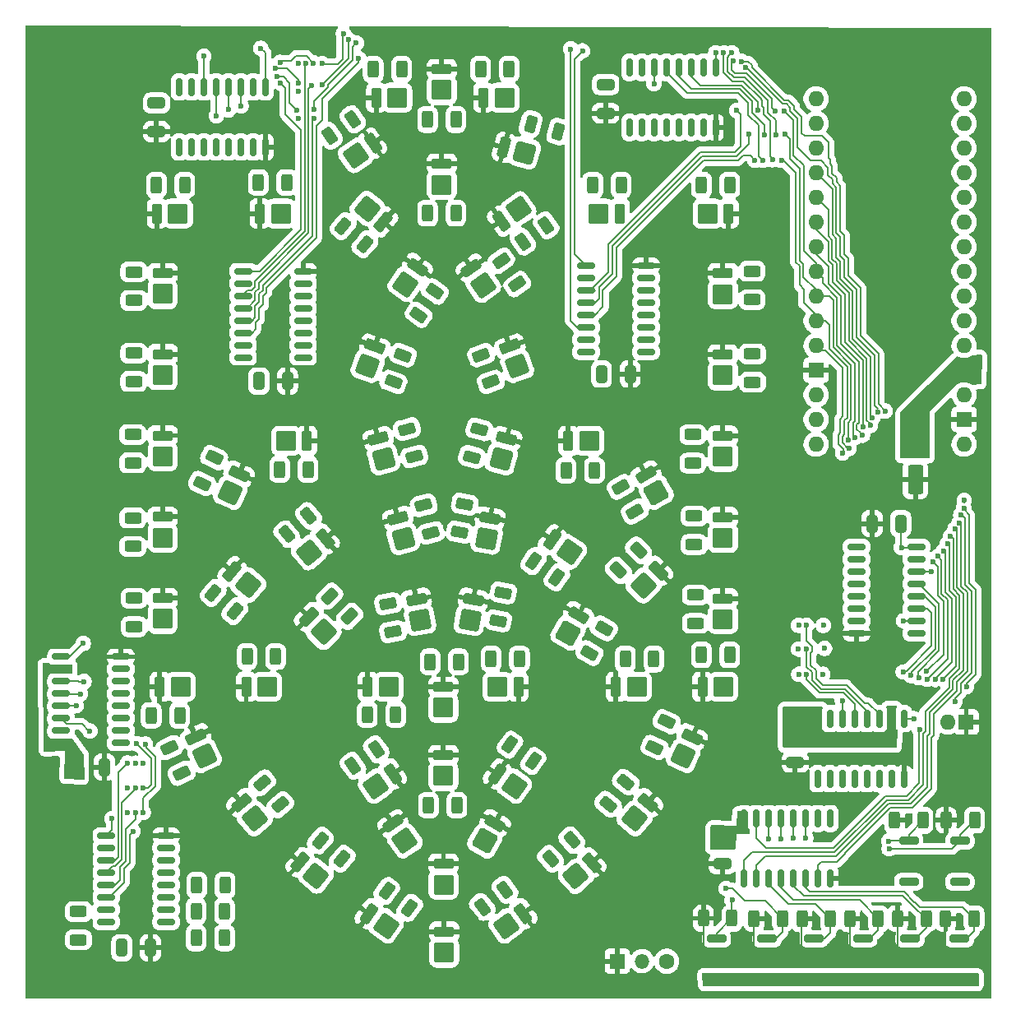
<source format=gbr>
%TF.GenerationSoftware,KiCad,Pcbnew,9.0.5*%
%TF.CreationDate,2025-10-19T21:09:40-05:00*%
%TF.ProjectId,slu,736c752e-6b69-4636-9164-5f7063625858,rev?*%
%TF.SameCoordinates,Original*%
%TF.FileFunction,Copper,L1,Top*%
%TF.FilePolarity,Positive*%
%FSLAX46Y46*%
G04 Gerber Fmt 4.6, Leading zero omitted, Abs format (unit mm)*
G04 Created by KiCad (PCBNEW 9.0.5) date 2025-10-19 21:09:40*
%MOMM*%
%LPD*%
G01*
G04 APERTURE LIST*
G04 Aperture macros list*
%AMRoundRect*
0 Rectangle with rounded corners*
0 $1 Rounding radius*
0 $2 $3 $4 $5 $6 $7 $8 $9 X,Y pos of 4 corners*
0 Add a 4 corners polygon primitive as box body*
4,1,4,$2,$3,$4,$5,$6,$7,$8,$9,$2,$3,0*
0 Add four circle primitives for the rounded corners*
1,1,$1+$1,$2,$3*
1,1,$1+$1,$4,$5*
1,1,$1+$1,$6,$7*
1,1,$1+$1,$8,$9*
0 Add four rect primitives between the rounded corners*
20,1,$1+$1,$2,$3,$4,$5,0*
20,1,$1+$1,$4,$5,$6,$7,0*
20,1,$1+$1,$6,$7,$8,$9,0*
20,1,$1+$1,$8,$9,$2,$3,0*%
G04 Aperture macros list end*
%TA.AperFunction,SMDPad,CuDef*%
%ADD10RoundRect,0.250000X-0.550000X1.250000X-0.550000X-1.250000X0.550000X-1.250000X0.550000X1.250000X0*%
%TD*%
%TA.AperFunction,SMDPad,CuDef*%
%ADD11RoundRect,0.162500X0.750000X0.162500X-0.750000X0.162500X-0.750000X-0.162500X0.750000X-0.162500X0*%
%TD*%
%TA.AperFunction,SMDPad,CuDef*%
%ADD12RoundRect,0.165000X-0.885000X0.385000X-0.885000X-0.385000X0.885000X-0.385000X0.885000X0.385000X0*%
%TD*%
%TA.AperFunction,SMDPad,CuDef*%
%ADD13RoundRect,0.315000X-0.735000X0.735000X-0.735000X-0.735000X0.735000X-0.735000X0.735000X0.735000X0*%
%TD*%
%TA.AperFunction,SMDPad,CuDef*%
%ADD14RoundRect,0.165000X-0.963306X0.059094X-0.699950X-0.664469X0.963306X-0.059094X0.699950X0.664469X0*%
%TD*%
%TA.AperFunction,SMDPad,CuDef*%
%ADD15RoundRect,0.315000X-0.942059X0.439289X-0.439289X-0.942059X0.942059X-0.439289X0.439289X0.942059X0*%
%TD*%
%TA.AperFunction,SMDPad,CuDef*%
%ADD16RoundRect,0.165000X-0.699950X0.664469X-0.963306X-0.059094X0.699950X-0.664469X0.963306X0.059094X0*%
%TD*%
%TA.AperFunction,SMDPad,CuDef*%
%ADD17RoundRect,0.315000X-0.439289X0.942059X-0.942059X-0.439289X0.439289X-0.942059X0.942059X0.439289X0*%
%TD*%
%TA.AperFunction,SMDPad,CuDef*%
%ADD18RoundRect,0.165000X-0.954490X0.142827X-0.755199X-0.600936X0.954490X-0.142827X0.755199X0.600936X0*%
%TD*%
%TA.AperFunction,SMDPad,CuDef*%
%ADD19RoundRect,0.315000X-0.900187X0.519723X-0.519723X-0.900187X0.900187X-0.519723X0.519723X0.900187X0*%
%TD*%
%TA.AperFunction,SMDPad,CuDef*%
%ADD20RoundRect,0.165000X-0.755199X0.600936X-0.954490X-0.142827X0.755199X-0.600936X0.954490X0.142827X0*%
%TD*%
%TA.AperFunction,SMDPad,CuDef*%
%ADD21RoundRect,0.315000X-0.519723X0.900187X-0.900187X-0.519723X0.519723X-0.900187X0.900187X0.519723X0*%
%TD*%
%TA.AperFunction,SMDPad,CuDef*%
%ADD22RoundRect,0.165000X-0.804700X0.532830X-0.938409X-0.225472X0.804700X-0.532830X0.938409X0.225472X0*%
%TD*%
%TA.AperFunction,SMDPad,CuDef*%
%ADD23RoundRect,0.315000X-0.596202X0.851465X-0.851465X-0.596202X0.596202X-0.851465X0.851465X0.596202X0*%
%TD*%
%TA.AperFunction,SMDPad,CuDef*%
%ADD24RoundRect,0.165000X-0.273940X0.925423X-0.863794X0.430476X0.273940X-0.925423X0.863794X-0.430476X0*%
%TD*%
%TA.AperFunction,SMDPad,CuDef*%
%ADD25RoundRect,0.315000X0.090594X1.035492X-1.035492X0.090594X-0.090594X-1.035492X1.035492X-0.090594X0*%
%TD*%
%TA.AperFunction,SMDPad,CuDef*%
%ADD26RoundRect,0.165000X0.385000X0.885000X-0.385000X0.885000X-0.385000X-0.885000X0.385000X-0.885000X0*%
%TD*%
%TA.AperFunction,SMDPad,CuDef*%
%ADD27RoundRect,0.315000X0.735000X0.735000X-0.735000X0.735000X-0.735000X-0.735000X0.735000X-0.735000X0*%
%TD*%
%TA.AperFunction,SMDPad,CuDef*%
%ADD28RoundRect,0.165000X-0.639374X0.722946X-0.964790X0.025089X0.639374X-0.722946X0.964790X-0.025089X0*%
%TD*%
%TA.AperFunction,SMDPad,CuDef*%
%ADD29RoundRect,0.315000X-0.355512X0.976761X-0.976761X-0.355512X0.355512X-0.976761X0.976761X0.355512X0*%
%TD*%
%TA.AperFunction,SMDPad,CuDef*%
%ADD30RoundRect,0.165000X-0.863794X-0.430476X-0.273940X-0.925423X0.863794X0.430476X0.273940X0.925423X0*%
%TD*%
%TA.AperFunction,SMDPad,CuDef*%
%ADD31RoundRect,0.315000X-1.035492X-0.090594X0.090594X-1.035492X1.035492X0.090594X-0.090594X1.035492X0*%
%TD*%
%TA.AperFunction,SMDPad,CuDef*%
%ADD32RoundRect,0.165000X-0.898026X-0.353553X-0.353553X-0.898026X0.898026X0.353553X0.353553X0.898026X0*%
%TD*%
%TA.AperFunction,SMDPad,CuDef*%
%ADD33RoundRect,0.315000X-1.039447X0.000000X0.000000X-1.039447X1.039447X0.000000X0.000000X1.039447X0*%
%TD*%
%TA.AperFunction,SMDPad,CuDef*%
%ADD34RoundRect,0.165000X-0.938409X0.225472X-0.804700X-0.532830X0.938409X-0.225472X0.804700X0.532830X0*%
%TD*%
%TA.AperFunction,SMDPad,CuDef*%
%ADD35RoundRect,0.315000X-0.851465X0.596202X-0.596202X-0.851465X0.851465X-0.596202X0.596202X0.851465X0*%
%TD*%
%TA.AperFunction,SMDPad,CuDef*%
%ADD36RoundRect,0.165000X-0.822989X-0.504123X-0.192242X-0.945776X0.822989X0.504123X0.192242X0.945776X0*%
%TD*%
%TA.AperFunction,SMDPad,CuDef*%
%ADD37RoundRect,0.315000X-1.023655X-0.180498X0.180498X-1.023655X1.023655X0.180498X-0.180498X1.023655X0*%
%TD*%
%TA.AperFunction,SMDPad,CuDef*%
%ADD38RoundRect,0.165000X-0.385000X-0.885000X0.385000X-0.885000X0.385000X0.885000X-0.385000X0.885000X0*%
%TD*%
%TA.AperFunction,SMDPad,CuDef*%
%ADD39RoundRect,0.315000X-0.735000X-0.735000X0.735000X-0.735000X0.735000X0.735000X-0.735000X0.735000X0*%
%TD*%
%TA.AperFunction,SMDPad,CuDef*%
%ADD40RoundRect,0.165000X-0.958932X-0.109080X-0.573932X-0.775920X0.958932X0.109080X0.573932X0.775920X0*%
%TD*%
%TA.AperFunction,SMDPad,CuDef*%
%ADD41RoundRect,0.315000X-1.004029X0.269029X-0.269029X-1.004029X1.004029X-0.269029X0.269029X1.004029X0*%
%TD*%
%TA.AperFunction,SMDPad,CuDef*%
%ADD42RoundRect,0.165000X-0.353553X0.898026X-0.898026X0.353553X0.353553X-0.898026X0.898026X-0.353553X0*%
%TD*%
%TA.AperFunction,SMDPad,CuDef*%
%ADD43RoundRect,0.315000X0.000000X1.039447X-1.039447X0.000000X0.000000X-1.039447X1.039447X0.000000X0*%
%TD*%
%TA.AperFunction,SMDPad,CuDef*%
%ADD44RoundRect,0.165000X-0.573932X0.775920X-0.958932X0.109080X0.573932X-0.775920X0.958932X-0.109080X0*%
%TD*%
%TA.AperFunction,SMDPad,CuDef*%
%ADD45RoundRect,0.315000X-0.269029X1.004029X-1.004029X-0.269029X0.269029X-1.004029X1.004029X0.269029X0*%
%TD*%
%TA.AperFunction,SMDPad,CuDef*%
%ADD46RoundRect,0.165000X-0.192242X0.945776X-0.822989X0.504123X0.192242X-0.945776X0.822989X-0.504123X0*%
%TD*%
%TA.AperFunction,SMDPad,CuDef*%
%ADD47RoundRect,0.315000X0.180498X1.023655X-1.023655X0.180498X-0.180498X-1.023655X1.023655X-0.180498X0*%
%TD*%
%TA.AperFunction,SMDPad,CuDef*%
%ADD48RoundRect,0.165000X-0.945776X-0.192242X-0.504123X-0.822989X0.945776X0.192242X0.504123X0.822989X0*%
%TD*%
%TA.AperFunction,SMDPad,CuDef*%
%ADD49RoundRect,0.315000X-1.023655X0.180498X-0.180498X-1.023655X1.023655X-0.180498X0.180498X1.023655X0*%
%TD*%
%TA.AperFunction,SMDPad,CuDef*%
%ADD50RoundRect,0.165000X0.863794X0.430476X0.273940X0.925423X-0.863794X-0.430476X-0.273940X-0.925423X0*%
%TD*%
%TA.AperFunction,SMDPad,CuDef*%
%ADD51RoundRect,0.315000X1.035492X0.090594X-0.090594X1.035492X-1.035492X-0.090594X0.090594X-1.035492X0*%
%TD*%
%TA.AperFunction,SMDPad,CuDef*%
%ADD52RoundRect,0.165000X-0.504123X0.822989X-0.945776X0.192242X0.504123X-0.822989X0.945776X-0.192242X0*%
%TD*%
%TA.AperFunction,SMDPad,CuDef*%
%ADD53RoundRect,0.315000X-0.180498X1.023655X-1.023655X-0.180498X0.180498X-1.023655X1.023655X0.180498X0*%
%TD*%
%TA.AperFunction,SMDPad,CuDef*%
%ADD54RoundRect,0.165000X-0.964790X-0.025089X-0.639374X-0.722946X0.964790X0.025089X0.639374X0.722946X0*%
%TD*%
%TA.AperFunction,SMDPad,CuDef*%
%ADD55RoundRect,0.315000X-0.976761X0.355512X-0.355512X-0.976761X0.976761X-0.355512X0.355512X0.976761X0*%
%TD*%
%TA.AperFunction,SMDPad,CuDef*%
%ADD56RoundRect,0.165000X-0.925423X-0.273940X-0.430476X-0.863794X0.925423X0.273940X0.430476X0.863794X0*%
%TD*%
%TA.AperFunction,SMDPad,CuDef*%
%ADD57RoundRect,0.315000X-1.035492X0.090594X-0.090594X-1.035492X1.035492X-0.090594X0.090594X1.035492X0*%
%TD*%
%TA.AperFunction,SMDPad,CuDef*%
%ADD58RoundRect,0.165000X-0.600936X-0.755199X0.142827X-0.954490X0.600936X0.755199X-0.142827X0.954490X0*%
%TD*%
%TA.AperFunction,SMDPad,CuDef*%
%ADD59RoundRect,0.315000X-0.900187X-0.519723X0.519723X-0.900187X0.900187X0.519723X-0.519723X0.900187X0*%
%TD*%
%TA.AperFunction,SMDPad,CuDef*%
%ADD60RoundRect,0.165000X0.192242X-0.945776X0.822989X-0.504123X-0.192242X0.945776X-0.822989X0.504123X0*%
%TD*%
%TA.AperFunction,SMDPad,CuDef*%
%ADD61RoundRect,0.315000X-0.180498X-1.023655X1.023655X-0.180498X0.180498X1.023655X-1.023655X0.180498X0*%
%TD*%
%TA.AperFunction,SMDPad,CuDef*%
%ADD62RoundRect,0.165000X-0.430476X0.863794X-0.925423X0.273940X0.430476X-0.863794X0.925423X-0.273940X0*%
%TD*%
%TA.AperFunction,SMDPad,CuDef*%
%ADD63RoundRect,0.315000X-0.090594X1.035492X-1.035492X-0.090594X0.090594X-1.035492X1.035492X0.090594X0*%
%TD*%
%TA.AperFunction,SMDPad,CuDef*%
%ADD64RoundRect,0.165000X-0.290049X0.920501X-0.871175X0.415335X0.290049X-0.920501X0.871175X-0.415335X0*%
%TD*%
%TA.AperFunction,SMDPad,CuDef*%
%ADD65RoundRect,0.315000X0.072508X1.036915X-1.036915X0.072508X-0.072508X-1.036915X1.036915X-0.072508X0*%
%TD*%
%TA.AperFunction,SMDPad,CuDef*%
%ADD66RoundRect,0.165000X-0.208718X0.942277X-0.831661X0.489683X0.208718X-0.942277X0.831661X-0.489683X0*%
%TD*%
%TA.AperFunction,SMDPad,CuDef*%
%ADD67RoundRect,0.315000X0.162605X1.026650X-1.026650X0.162605X-0.162605X-1.026650X1.026650X-0.162605X0*%
%TD*%
%TA.AperFunction,SMDPad,CuDef*%
%ADD68RoundRect,0.250000X-0.312500X-0.625000X0.312500X-0.625000X0.312500X0.625000X-0.312500X0.625000X0*%
%TD*%
%TA.AperFunction,SMDPad,CuDef*%
%ADD69RoundRect,0.250000X-0.694189X0.079891X-0.480427X-0.507417X0.694189X-0.079891X0.480427X0.507417X0*%
%TD*%
%TA.AperFunction,SMDPad,CuDef*%
%ADD70RoundRect,0.250000X0.480427X-0.507417X0.694189X0.079891X-0.480427X0.507417X-0.694189X-0.079891X0*%
%TD*%
%TA.AperFunction,SMDPad,CuDef*%
%ADD71RoundRect,0.250000X-0.684585X0.140090X-0.522823X-0.463614X0.684585X-0.140090X0.522823X0.463614X0*%
%TD*%
%TA.AperFunction,SMDPad,CuDef*%
%ADD72RoundRect,0.250000X-0.522823X0.463614X-0.684585X-0.140090X0.522823X-0.463614X0.684585X0.140090X0*%
%TD*%
%TA.AperFunction,SMDPad,CuDef*%
%ADD73RoundRect,0.250000X-0.561240X0.416283X-0.669770X-0.199222X0.561240X-0.416283X0.669770X0.199222X0*%
%TD*%
%TA.AperFunction,SMDPad,CuDef*%
%ADD74RoundRect,0.250000X0.162353X-0.679649X0.641131X-0.277907X-0.162353X0.679649X-0.641131X0.277907X0*%
%TD*%
%TA.AperFunction,SMDPad,CuDef*%
%ADD75RoundRect,0.250000X0.434374X-0.547358X0.698511X0.019085X-0.434374X0.547358X-0.698511X-0.019085X0*%
%TD*%
%TA.AperFunction,SMDPad,CuDef*%
%ADD76RoundRect,0.250000X0.641131X0.277907X0.162353X0.679649X-0.641131X-0.277907X-0.162353X-0.679649X0*%
%TD*%
%TA.AperFunction,SMDPad,CuDef*%
%ADD77RoundRect,0.250000X0.662913X0.220971X0.220971X0.662913X-0.662913X-0.220971X-0.220971X-0.662913X0*%
%TD*%
%TA.AperFunction,SMDPad,CuDef*%
%ADD78RoundRect,0.250000X0.669770X-0.199222X0.561240X0.416283X-0.669770X0.199222X-0.561240X-0.416283X0*%
%TD*%
%TA.AperFunction,SMDPad,CuDef*%
%ADD79RoundRect,0.250000X0.561240X-0.416283X0.669770X0.199222X-0.561240X0.416283X-0.669770X-0.199222X0*%
%TD*%
%TA.AperFunction,SMDPad,CuDef*%
%ADD80RoundRect,0.250000X0.614470X0.332727X0.102500X0.691213X-0.614470X-0.332727X-0.102500X-0.691213X0*%
%TD*%
%TA.AperFunction,SMDPad,CuDef*%
%ADD81RoundRect,0.250000X0.697516X0.041867X0.385016X0.583133X-0.697516X-0.041867X-0.385016X-0.583133X0*%
%TD*%
%TA.AperFunction,SMDPad,CuDef*%
%ADD82RoundRect,0.250000X0.220971X-0.662913X0.662913X-0.220971X-0.220971X0.662913X-0.662913X0.220971X0*%
%TD*%
%TA.AperFunction,SMDPad,CuDef*%
%ADD83RoundRect,0.250000X0.385016X-0.583133X0.697516X-0.041867X-0.385016X0.583133X-0.697516X0.041867X0*%
%TD*%
%TA.AperFunction,SMDPad,CuDef*%
%ADD84RoundRect,0.250000X0.312500X0.625000X-0.312500X0.625000X-0.312500X-0.625000X0.312500X-0.625000X0*%
%TD*%
%TA.AperFunction,SMDPad,CuDef*%
%ADD85RoundRect,0.250000X-0.102500X0.691213X-0.614470X0.332727X0.102500X-0.691213X0.614470X-0.332727X0*%
%TD*%
%TA.AperFunction,SMDPad,CuDef*%
%ADD86RoundRect,0.250000X0.625000X-0.312500X0.625000X0.312500X-0.625000X0.312500X-0.625000X-0.312500X0*%
%TD*%
%TA.AperFunction,SMDPad,CuDef*%
%ADD87RoundRect,0.250000X-0.332727X0.614470X-0.691213X0.102500X0.332727X-0.614470X0.691213X-0.102500X0*%
%TD*%
%TA.AperFunction,SMDPad,CuDef*%
%ADD88RoundRect,0.250000X-0.625000X0.312500X-0.625000X-0.312500X0.625000X-0.312500X0.625000X0.312500X0*%
%TD*%
%TA.AperFunction,SMDPad,CuDef*%
%ADD89RoundRect,0.250000X0.698511X-0.019085X0.434374X0.547358X-0.698511X0.019085X-0.434374X-0.547358X0*%
%TD*%
%TA.AperFunction,SMDPad,CuDef*%
%ADD90RoundRect,0.250000X0.679649X0.162353X0.277907X0.641131X-0.679649X-0.162353X-0.277907X-0.641131X0*%
%TD*%
%TA.AperFunction,SMDPad,CuDef*%
%ADD91RoundRect,0.250000X0.620184X0.321953X0.114548X0.689319X-0.620184X-0.321953X-0.114548X-0.689319X0*%
%TD*%
%TA.AperFunction,SMDPad,CuDef*%
%ADD92RoundRect,0.250000X-0.463614X-0.522823X0.140090X-0.684585X0.463614X0.522823X-0.140090X0.684585X0*%
%TD*%
%TA.AperFunction,SMDPad,CuDef*%
%ADD93RoundRect,0.250000X0.102500X-0.691213X0.614470X-0.332727X-0.102500X0.691213X-0.614470X0.332727X0*%
%TD*%
%TA.AperFunction,SMDPad,CuDef*%
%ADD94RoundRect,0.250000X-0.691213X-0.102500X-0.332727X-0.614470X0.691213X0.102500X0.332727X0.614470X0*%
%TD*%
%TA.AperFunction,SMDPad,CuDef*%
%ADD95RoundRect,0.250000X0.289054X-0.636183X0.682379X-0.150467X-0.289054X0.636183X-0.682379X0.150467X0*%
%TD*%
%TA.AperFunction,SMDPad,CuDef*%
%ADD96RoundRect,0.250000X0.174190X-0.676712X0.645884X-0.266675X-0.174190X0.676712X-0.645884X0.266675X0*%
%TD*%
%TA.AperFunction,SMDPad,CuDef*%
%ADD97RoundRect,0.250000X0.126561X-0.687214X0.625708X-0.311080X-0.126561X0.687214X-0.625708X0.311080X0*%
%TD*%
%TA.AperFunction,SMDPad,CuDef*%
%ADD98RoundRect,0.162500X-0.750000X-0.162500X0.750000X-0.162500X0.750000X0.162500X-0.750000X0.162500X0*%
%TD*%
%TA.AperFunction,SMDPad,CuDef*%
%ADD99RoundRect,0.162500X0.162500X-0.750000X0.162500X0.750000X-0.162500X0.750000X-0.162500X-0.750000X0*%
%TD*%
%TA.AperFunction,SMDPad,CuDef*%
%ADD100RoundRect,0.200000X0.800000X-0.200000X0.800000X0.200000X-0.800000X0.200000X-0.800000X-0.200000X0*%
%TD*%
%TA.AperFunction,SMDPad,CuDef*%
%ADD101RoundRect,0.250000X-0.650000X0.325000X-0.650000X-0.325000X0.650000X-0.325000X0.650000X0.325000X0*%
%TD*%
%TA.AperFunction,SMDPad,CuDef*%
%ADD102RoundRect,0.250000X-0.325000X-0.650000X0.325000X-0.650000X0.325000X0.650000X-0.325000X0.650000X0*%
%TD*%
%TA.AperFunction,SMDPad,CuDef*%
%ADD103RoundRect,0.250000X0.325000X0.650000X-0.325000X0.650000X-0.325000X-0.650000X0.325000X-0.650000X0*%
%TD*%
%TA.AperFunction,SMDPad,CuDef*%
%ADD104RoundRect,0.250000X0.650000X-0.325000X0.650000X0.325000X-0.650000X0.325000X-0.650000X-0.325000X0*%
%TD*%
%TA.AperFunction,ComponentPad*%
%ADD105C,1.600000*%
%TD*%
%TA.AperFunction,ComponentPad*%
%ADD106O,1.500000X1.500000*%
%TD*%
%TA.AperFunction,ComponentPad*%
%ADD107R,1.600000X1.600000*%
%TD*%
%TA.AperFunction,ComponentPad*%
%ADD108O,1.600000X1.600000*%
%TD*%
%TA.AperFunction,ViaPad*%
%ADD109C,0.600000*%
%TD*%
%TA.AperFunction,Conductor*%
%ADD110C,0.200000*%
%TD*%
G04 APERTURE END LIST*
D10*
%TO.P,bc1,1*%
%TO.N,+5V*%
X148880000Y-91070000D03*
%TO.P,bc1,2*%
%TO.N,GND*%
X148880000Y-95470000D03*
%TD*%
D11*
%TO.P,ICO7,1,LED2*%
%TO.N,/ICD50*%
X85807500Y-82875000D03*
%TO.P,ICO7,2,LED3*%
%TO.N,/ICD51*%
X85807500Y-81605000D03*
%TO.P,ICO7,3,LED4*%
%TO.N,/ICD52*%
X85807500Y-80335000D03*
%TO.P,ICO7,4,LED5*%
%TO.N,/ICD53*%
X85807500Y-79065000D03*
%TO.P,ICO7,5,LED6*%
%TO.N,/ICD54*%
X85807500Y-77795000D03*
%TO.P,ICO7,6,LED7*%
%TO.N,/ICD55*%
X85807500Y-76525000D03*
%TO.P,ICO7,7,LED8*%
%TO.N,/ICD56*%
X85807500Y-75255000D03*
%TO.P,ICO7,8,GND*%
%TO.N,GND*%
X85807500Y-73985000D03*
%TO.P,ICO7,9,SER-OUT*%
%TO.N,/SER7-8*%
X79632500Y-73985000D03*
%TO.P,ICO7,10,~{SRCLR}*%
%TO.N,+5V*%
X79632500Y-75255000D03*
%TO.P,ICO7,11,SRCLK*%
%TO.N,/CLOCK*%
X79632500Y-76525000D03*
%TO.P,ICO7,12,RCLK*%
%TO.N,/LATCH*%
X79632500Y-77795000D03*
%TO.P,ICO7,13,~{OE}*%
%TO.N,/OE*%
X79632500Y-79065000D03*
%TO.P,ICO7,14,SER*%
%TO.N,/SER6-7*%
X79632500Y-80335000D03*
%TO.P,ICO7,15,LED1*%
%TO.N,/ICD49*%
X79632500Y-81605000D03*
%TO.P,ICO7,16,VCC*%
%TO.N,+5V*%
X79632500Y-82875000D03*
%TD*%
D12*
%TO.P,d64,1,K*%
%TO.N,GND*%
X100090000Y-53200000D03*
D13*
%TO.P,d64,2,A*%
%TO.N,Net-(d64-A)*%
X100090000Y-55350000D03*
%TD*%
D12*
%TO.P,d63,1,K*%
%TO.N,GND*%
X100090000Y-62940000D03*
D13*
%TO.P,d63,2,A*%
%TO.N,Net-(d63-A)*%
X100090000Y-65090000D03*
%TD*%
D14*
%TO.P,d62,1,K*%
%TO.N,GND*%
X107121693Y-81740812D03*
D15*
%TO.P,d62,2,A*%
%TO.N,Net-(d62-A)*%
X107857036Y-83761151D03*
%TD*%
D16*
%TO.P,d61,1,K*%
%TO.N,GND*%
X93188307Y-81740812D03*
D17*
%TO.P,d61,2,A*%
%TO.N,Net-(d61-A)*%
X92452964Y-83761151D03*
%TD*%
D18*
%TO.P,d60,1,K*%
%TO.N,GND*%
X93533182Y-91225659D03*
D19*
%TO.P,d60,2,A*%
%TO.N,Net-(d60-A)*%
X94089643Y-93302400D03*
%TD*%
D20*
%TO.P,d59,1,K*%
%TO.N,GND*%
X106776818Y-91225659D03*
D21*
%TO.P,d59,2,A*%
%TO.N,Net-(d59-A)*%
X106220357Y-93302400D03*
%TD*%
D22*
%TO.P,d58,1,K*%
%TO.N,GND*%
X105082689Y-99400358D03*
D23*
%TO.P,d58,2,A*%
%TO.N,Net-(d58-A)*%
X104709345Y-101517694D03*
%TD*%
D18*
%TO.P,d57,1,K*%
%TO.N,GND*%
X95563182Y-99425659D03*
D19*
%TO.P,d57,2,A*%
%TO.N,Net-(d57-A)*%
X96119643Y-101502400D03*
%TD*%
D24*
%TO.P,d56,1,K*%
%TO.N,GND*%
X88076500Y-101558665D03*
D25*
%TO.P,d56,2,A*%
%TO.N,Net-(d56-A)*%
X86429504Y-102940658D03*
%TD*%
D26*
%TO.P,d55,1,K*%
%TO.N,GND*%
X86200000Y-91450000D03*
D27*
%TO.P,d55,2,A*%
%TO.N,Net-(d55-A)*%
X84050000Y-91450000D03*
%TD*%
D28*
%TO.P,d54,1,K*%
%TO.N,GND*%
X79206308Y-94845548D03*
D29*
%TO.P,d54,2,A*%
%TO.N,Net-(d54-A)*%
X78297679Y-96794109D03*
%TD*%
D30*
%TO.P,d53,1,K*%
%TO.N,GND*%
X78503500Y-104918665D03*
D31*
%TO.P,d53,2,A*%
%TO.N,Net-(d53-A)*%
X80150496Y-106300658D03*
%TD*%
D32*
%TO.P,d52,1,K*%
%TO.N,GND*%
X86402477Y-109592477D03*
D33*
%TO.P,d52,2,A*%
%TO.N,Net-(d52-A)*%
X87922756Y-111112756D03*
%TD*%
D34*
%TO.P,d51,1,K*%
%TO.N,GND*%
X97477311Y-107770358D03*
D35*
%TO.P,d51,2,A*%
%TO.N,Net-(d51-A)*%
X97850655Y-109887694D03*
%TD*%
D22*
%TO.P,d50,1,K*%
%TO.N,GND*%
X103352689Y-107770358D03*
D23*
%TO.P,d50,2,A*%
%TO.N,Net-(d50-A)*%
X102979345Y-109887694D03*
%TD*%
D36*
%TO.P,d49,1,K*%
%TO.N,GND*%
X111462336Y-101651408D03*
D37*
%TO.P,d49,2,A*%
%TO.N,Net-(d49-A)*%
X113223513Y-102884597D03*
%TD*%
D38*
%TO.P,d48,1,K*%
%TO.N,GND*%
X113120000Y-91450000D03*
D39*
%TO.P,d48,2,A*%
%TO.N,Net-(d48-A)*%
X115270000Y-91450000D03*
%TD*%
D40*
%TO.P,d47,1,K*%
%TO.N,GND*%
X121110000Y-94899526D03*
D41*
%TO.P,d47,2,A*%
%TO.N,Net-(d47-A)*%
X122185000Y-96761481D03*
%TD*%
D42*
%TO.P,d46,1,K*%
%TO.N,GND*%
X122387523Y-104832477D03*
D43*
%TO.P,d46,2,A*%
%TO.N,Net-(d46-A)*%
X120867244Y-106352756D03*
%TD*%
D44*
%TO.P,d45,1,K*%
%TO.N,GND*%
X114170000Y-109379526D03*
D45*
%TO.P,d45,2,A*%
%TO.N,Net-(d45-A)*%
X113095000Y-111241481D03*
%TD*%
D38*
%TO.P,d44,1,K*%
%TO.N,GND*%
X79950000Y-116770000D03*
D39*
%TO.P,d44,2,A*%
%TO.N,Net-(d44-A)*%
X82100000Y-116770000D03*
%TD*%
D38*
%TO.P,d43,1,K*%
%TO.N,GND*%
X92470000Y-116770000D03*
D39*
%TO.P,d43,2,A*%
%TO.N,Net-(d43-A)*%
X94620000Y-116770000D03*
%TD*%
D38*
%TO.P,d42,1,K*%
%TO.N,GND*%
X118030000Y-116770000D03*
D39*
%TO.P,d42,2,A*%
%TO.N,Net-(d42-A)*%
X120180000Y-116770000D03*
%TD*%
D26*
%TO.P,d41,1,K*%
%TO.N,GND*%
X107980000Y-116770000D03*
D27*
%TO.P,d41,2,A*%
%TO.N,Net-(d41-A)*%
X105830000Y-116770000D03*
%TD*%
D12*
%TO.P,d40,1,K*%
%TO.N,GND*%
X100250000Y-116770000D03*
D13*
%TO.P,d40,2,A*%
%TO.N,Net-(d40-A)*%
X100250000Y-118920000D03*
%TD*%
D12*
%TO.P,d39,1,K*%
%TO.N,GND*%
X100250000Y-123800000D03*
D13*
%TO.P,d39,2,A*%
%TO.N,Net-(d39-A)*%
X100250000Y-125950000D03*
%TD*%
D36*
%TO.P,d38,1,K*%
%TO.N,GND*%
X105802336Y-125761408D03*
D37*
%TO.P,d38,2,A*%
%TO.N,Net-(d38-A)*%
X107563513Y-126994597D03*
%TD*%
D46*
%TO.P,d37,1,K*%
%TO.N,GND*%
X95037664Y-125761408D03*
D47*
%TO.P,d37,2,A*%
%TO.N,Net-(d37-A)*%
X93276487Y-126994597D03*
%TD*%
D48*
%TO.P,d36,1,K*%
%TO.N,GND*%
X95051408Y-130852336D03*
D49*
%TO.P,d36,2,A*%
%TO.N,Net-(d36-A)*%
X96284597Y-132613513D03*
%TD*%
D44*
%TO.P,d35,1,K*%
%TO.N,GND*%
X105600000Y-130789526D03*
D45*
%TO.P,d35,2,A*%
%TO.N,Net-(d35-A)*%
X104525000Y-132651481D03*
%TD*%
D12*
%TO.P,d34,1,K*%
%TO.N,GND*%
X100270000Y-134990000D03*
D13*
%TO.P,d34,2,A*%
%TO.N,Net-(d34-A)*%
X100270000Y-137140000D03*
%TD*%
D12*
%TO.P,d33,1,K*%
%TO.N,GND*%
X100340000Y-141990000D03*
D13*
%TO.P,d33,2,A*%
%TO.N,Net-(d33-A)*%
X100340000Y-144140000D03*
%TD*%
D38*
%TO.P,d32,1,K*%
%TO.N,GND*%
X93355000Y-56130000D03*
D39*
%TO.P,d32,2,A*%
%TO.N,Net-(d32-A)*%
X95505000Y-56130000D03*
%TD*%
D46*
%TO.P,d31,1,K*%
%TO.N,GND*%
X92987664Y-60831408D03*
D47*
%TO.P,d31,2,A*%
%TO.N,Net-(d31-A)*%
X91226487Y-62064597D03*
%TD*%
D50*
%TO.P,d30,1,K*%
%TO.N,GND*%
X94086500Y-68931335D03*
D51*
%TO.P,d30,2,A*%
%TO.N,Net-(d30-A)*%
X92439504Y-67549342D03*
%TD*%
D52*
%TO.P,d29,1,K*%
%TO.N,GND*%
X97568592Y-73582336D03*
D53*
%TO.P,d29,2,A*%
%TO.N,Net-(d29-A)*%
X96335403Y-75343513D03*
%TD*%
D38*
%TO.P,d28,1,K*%
%TO.N,GND*%
X81360000Y-68070000D03*
D39*
%TO.P,d28,2,A*%
%TO.N,Net-(d28-A)*%
X83510000Y-68070000D03*
%TD*%
D38*
%TO.P,d27,1,K*%
%TO.N,GND*%
X70770000Y-68070000D03*
D39*
%TO.P,d27,2,A*%
%TO.N,Net-(d27-A)*%
X72920000Y-68070000D03*
%TD*%
D12*
%TO.P,d26,1,K*%
%TO.N,GND*%
X71340000Y-74191667D03*
D13*
%TO.P,d26,2,A*%
%TO.N,Net-(d26-A)*%
X71340000Y-76341667D03*
%TD*%
D12*
%TO.P,d25,1,K*%
%TO.N,GND*%
X71340000Y-82553333D03*
D13*
%TO.P,d25,2,A*%
%TO.N,Net-(d25-A)*%
X71340000Y-84703333D03*
%TD*%
D12*
%TO.P,d24,1,K*%
%TO.N,GND*%
X71340000Y-90915000D03*
D13*
%TO.P,d24,2,A*%
%TO.N,Net-(d24-A)*%
X71340000Y-93065000D03*
%TD*%
D12*
%TO.P,d23,1,K*%
%TO.N,GND*%
X71340000Y-99276667D03*
D13*
%TO.P,d23,2,A*%
%TO.N,Net-(d23-A)*%
X71340000Y-101426667D03*
%TD*%
D12*
%TO.P,d22,1,K*%
%TO.N,GND*%
X71340000Y-107638333D03*
D13*
%TO.P,d22,2,A*%
%TO.N,Net-(d22-A)*%
X71340000Y-109788333D03*
%TD*%
D38*
%TO.P,d21,1,K*%
%TO.N,GND*%
X71040000Y-116770000D03*
D39*
%TO.P,d21,2,A*%
%TO.N,Net-(d21-A)*%
X73190000Y-116770000D03*
%TD*%
D54*
%TO.P,d20,1,K*%
%TO.N,GND*%
X74753692Y-121915548D03*
D55*
%TO.P,d20,2,A*%
%TO.N,Net-(d20-A)*%
X75662321Y-123864109D03*
%TD*%
D56*
%TO.P,d19,1,K*%
%TO.N,GND*%
X79458665Y-128703500D03*
D57*
%TO.P,d19,2,A*%
%TO.N,Net-(d19-A)*%
X80840658Y-130350496D03*
%TD*%
D30*
%TO.P,d18,1,K*%
%TO.N,GND*%
X85493004Y-134848007D03*
D31*
%TO.P,d18,2,A*%
%TO.N,Net-(d18-A)*%
X87140000Y-136230000D03*
%TD*%
D36*
%TO.P,d17,1,K*%
%TO.N,GND*%
X92592336Y-140141408D03*
D37*
%TO.P,d17,2,A*%
%TO.N,Net-(d17-A)*%
X94353513Y-141374597D03*
%TD*%
D38*
%TO.P,d16,1,K*%
%TO.N,GND*%
X104385000Y-56130000D03*
D39*
%TO.P,d16,2,A*%
%TO.N,Net-(d16-A)*%
X106535000Y-56130000D03*
%TD*%
D58*
%TO.P,d15,1,K*%
%TO.N,GND*%
X106505659Y-61253182D03*
D59*
%TO.P,d15,2,A*%
%TO.N,Net-(d15-A)*%
X108582400Y-61809643D03*
%TD*%
D60*
%TO.P,d14,1,K*%
%TO.N,GND*%
X106232336Y-68838592D03*
D61*
%TO.P,d14,2,A*%
%TO.N,Net-(d14-A)*%
X107993513Y-67605403D03*
%TD*%
D48*
%TO.P,d13,1,K*%
%TO.N,GND*%
X103141408Y-73672336D03*
D49*
%TO.P,d13,2,A*%
%TO.N,Net-(d13-A)*%
X104374597Y-75433513D03*
%TD*%
D26*
%TO.P,d12,1,K*%
%TO.N,GND*%
X118410000Y-68070000D03*
D27*
%TO.P,d12,2,A*%
%TO.N,Net-(d12-A)*%
X116260000Y-68070000D03*
%TD*%
D26*
%TO.P,d11,1,K*%
%TO.N,GND*%
X129630000Y-68070000D03*
D27*
%TO.P,d11,2,A*%
%TO.N,Net-(d11-A)*%
X127480000Y-68070000D03*
%TD*%
D12*
%TO.P,d10,1,K*%
%TO.N,GND*%
X129050000Y-74201667D03*
D13*
%TO.P,d10,2,A*%
%TO.N,Net-(d10-A)*%
X129050000Y-76351667D03*
%TD*%
D12*
%TO.P,d9,1,K*%
%TO.N,GND*%
X129050000Y-82573333D03*
D13*
%TO.P,d9,2,A*%
%TO.N,Net-(d9-A)*%
X129050000Y-84723333D03*
%TD*%
D12*
%TO.P,d8,1,K*%
%TO.N,GND*%
X129050000Y-90945000D03*
D13*
%TO.P,d8,2,A*%
%TO.N,Net-(d8-A)*%
X129050000Y-93095000D03*
%TD*%
D12*
%TO.P,d7,1,K*%
%TO.N,GND*%
X129050000Y-99316667D03*
D13*
%TO.P,d7,2,A*%
%TO.N,Net-(d7-A)*%
X129050000Y-101466667D03*
%TD*%
D12*
%TO.P,d6,1,K*%
%TO.N,GND*%
X129050000Y-107688333D03*
D13*
%TO.P,d6,2,A*%
%TO.N,Net-(d6-A)*%
X129050000Y-109838333D03*
%TD*%
D38*
%TO.P,d5,1,K*%
%TO.N,GND*%
X126950000Y-116770000D03*
D39*
%TO.P,d5,2,A*%
%TO.N,Net-(d5-A)*%
X129100000Y-116770000D03*
%TD*%
D28*
%TO.P,d4,1,K*%
%TO.N,GND*%
X125876308Y-121915548D03*
D29*
%TO.P,d4,2,A*%
%TO.N,Net-(d4-A)*%
X124967679Y-123864109D03*
%TD*%
D62*
%TO.P,d3,1,K*%
%TO.N,GND*%
X121341335Y-128703500D03*
D63*
%TO.P,d3,2,A*%
%TO.N,Net-(d3-A)*%
X119959342Y-130350496D03*
%TD*%
D64*
%TO.P,d2,1,K*%
%TO.N,GND*%
X115521311Y-134870881D03*
D65*
%TO.P,d2,2,A*%
%TO.N,Net-(d2-A)*%
X113898685Y-136281408D03*
%TD*%
D66*
%TO.P,d1,1,K*%
%TO.N,GND*%
X108464083Y-140122368D03*
D67*
%TO.P,d1,2,A*%
%TO.N,Net-(d1-A)*%
X106724696Y-141386106D03*
%TD*%
D68*
%TO.P,r64,1*%
%TO.N,Net-(d64-A)*%
X98627500Y-58380000D03*
%TO.P,r64,2*%
%TO.N,/ICD64*%
X101552500Y-58380000D03*
%TD*%
%TO.P,r63,1*%
%TO.N,Net-(d63-A)*%
X98627500Y-68030000D03*
%TO.P,r63,2*%
%TO.N,/ICD63*%
X101552500Y-68030000D03*
%TD*%
D69*
%TO.P,r62,1*%
%TO.N,Net-(d62-A)*%
X104149796Y-82645700D03*
%TO.P,r62,2*%
%TO.N,/ICD62*%
X105150204Y-85394300D03*
%TD*%
D70*
%TO.P,r61,1*%
%TO.N,Net-(d61-A)*%
X95109796Y-85394300D03*
%TO.P,r61,2*%
%TO.N,/ICD61*%
X96110204Y-82645700D03*
%TD*%
D71*
%TO.P,r60,1*%
%TO.N,Net-(d60-A)*%
X96511477Y-90237333D03*
%TO.P,r60,2*%
%TO.N,/ICD60*%
X97268523Y-93062667D03*
%TD*%
D72*
%TO.P,r59,1*%
%TO.N,Net-(d59-A)*%
X103968523Y-90287333D03*
%TO.P,r59,2*%
%TO.N,/ICD59*%
X103211477Y-93112667D03*
%TD*%
D73*
%TO.P,r58,1*%
%TO.N,Net-(d58-A)*%
X102453960Y-97979719D03*
%TO.P,r58,2*%
%TO.N,/ICD58*%
X101946040Y-100860281D03*
%TD*%
D71*
%TO.P,r57,1*%
%TO.N,Net-(d57-A)*%
X98231477Y-98107333D03*
%TO.P,r57,2*%
%TO.N,/ICD57*%
X98988523Y-100932667D03*
%TD*%
D74*
%TO.P,r56,1*%
%TO.N,Net-(d56-A)*%
X84129660Y-101070077D03*
%TO.P,r56,2*%
%TO.N,/ICD56*%
X86370340Y-99189923D03*
%TD*%
D68*
%TO.P,r55,1*%
%TO.N,Net-(d55-A)*%
X83397500Y-94400000D03*
%TO.P,r55,2*%
%TO.N,/ICD55*%
X86322500Y-94400000D03*
%TD*%
D75*
%TO.P,r54,1*%
%TO.N,Net-(d54-A)*%
X75411921Y-95845475D03*
%TO.P,r54,2*%
%TO.N,/ICD54*%
X76648079Y-93194525D03*
%TD*%
D76*
%TO.P,r53,1*%
%TO.N,Net-(d53-A)*%
X78780681Y-109000154D03*
%TO.P,r53,2*%
%TO.N,/ICD53*%
X76540001Y-107120000D03*
%TD*%
D77*
%TO.P,r52,1*%
%TO.N,Net-(d52-A)*%
X90604144Y-109514144D03*
%TO.P,r52,2*%
%TO.N,/ICD52*%
X88535856Y-107445856D03*
%TD*%
D78*
%TO.P,r51,1*%
%TO.N,Net-(d51-A)*%
X95073960Y-111110281D03*
%TO.P,r51,2*%
%TO.N,/ICD51*%
X94566040Y-108229719D03*
%TD*%
D79*
%TO.P,r50,1*%
%TO.N,Net-(d50-A)*%
X105912078Y-109990560D03*
%TO.P,r50,2*%
%TO.N,/ICD50*%
X106419998Y-107109998D03*
%TD*%
D80*
%TO.P,r49,1*%
%TO.N,Net-(d49-A)*%
X111949999Y-105520000D03*
%TO.P,r49,2*%
%TO.N,/ICD49*%
X109553979Y-103842288D03*
%TD*%
D68*
%TO.P,r48,1*%
%TO.N,Net-(d48-A)*%
X112887500Y-94510000D03*
%TO.P,r48,2*%
%TO.N,/ICD48*%
X115812500Y-94510000D03*
%TD*%
D81*
%TO.P,r47,1*%
%TO.N,Net-(d47-A)*%
X119981250Y-98726562D03*
%TO.P,r47,2*%
%TO.N,/ICD47*%
X118518750Y-96193438D03*
%TD*%
D82*
%TO.P,r46,1*%
%TO.N,Net-(d46-A)*%
X118285856Y-104784144D03*
%TO.P,r46,2*%
%TO.N,/ICD46*%
X120354144Y-102715856D03*
%TD*%
D83*
%TO.P,r45,1*%
%TO.N,Net-(d45-A)*%
X115318750Y-113306562D03*
%TO.P,r45,2*%
%TO.N,/ICD45*%
X116781250Y-110773438D03*
%TD*%
D68*
%TO.P,r44,1*%
%TO.N,Net-(d44-A)*%
X80047500Y-113660000D03*
%TO.P,r44,2*%
%TO.N,/ICD44*%
X82972500Y-113660000D03*
%TD*%
%TO.P,r43,1*%
%TO.N,Net-(d43-A)*%
X92427500Y-119650000D03*
%TO.P,r43,2*%
%TO.N,/ICD43*%
X95352500Y-119650000D03*
%TD*%
%TO.P,r42,1*%
%TO.N,Net-(d42-A)*%
X119007500Y-113920000D03*
%TO.P,r42,2*%
%TO.N,/ICD42*%
X121932500Y-113920000D03*
%TD*%
%TO.P,r41,1*%
%TO.N,Net-(d41-A)*%
X105177500Y-113900000D03*
%TO.P,r41,2*%
%TO.N,/ICD41*%
X108102500Y-113900000D03*
%TD*%
D84*
%TO.P,r40,1*%
%TO.N,Net-(d40-A)*%
X101812500Y-114210000D03*
%TO.P,r40,2*%
%TO.N,/ICD40*%
X98887500Y-114210000D03*
%TD*%
%TO.P,r39,1*%
%TO.N,Net-(d39-A)*%
X101642500Y-128970000D03*
%TO.P,r39,2*%
%TO.N,/ICD39*%
X98717500Y-128970000D03*
%TD*%
D80*
%TO.P,r38,1*%
%TO.N,Net-(d38-A)*%
X109508010Y-124418856D03*
%TO.P,r38,2*%
%TO.N,/ICD38*%
X107111990Y-122741144D03*
%TD*%
D85*
%TO.P,r37,1*%
%TO.N,Net-(d37-A)*%
X93338010Y-123221144D03*
%TO.P,r37,2*%
%TO.N,/ICD37*%
X90941990Y-124898856D03*
%TD*%
D84*
%TO.P,r36,1*%
%TO.N,Net-(d36-A)*%
X77782500Y-137210000D03*
%TO.P,r36,2*%
%TO.N,/ICD36*%
X74857500Y-137210000D03*
%TD*%
%TO.P,r35,1*%
%TO.N,Net-(d35-A)*%
X77720000Y-139880000D03*
%TO.P,r35,2*%
%TO.N,/ICD35*%
X74795000Y-139880000D03*
%TD*%
%TO.P,r34,1*%
%TO.N,Net-(d34-A)*%
X77720000Y-142630000D03*
%TO.P,r34,2*%
%TO.N,/ICD34*%
X74795000Y-142630000D03*
%TD*%
D86*
%TO.P,r33,1*%
%TO.N,Net-(d33-A)*%
X62672500Y-142827500D03*
%TO.P,r33,2*%
%TO.N,/ICD33*%
X62672500Y-139902500D03*
%TD*%
D84*
%TO.P,r32,1*%
%TO.N,Net-(d32-A)*%
X95952500Y-53230000D03*
%TO.P,r32,2*%
%TO.N,/ICD32*%
X93027500Y-53230000D03*
%TD*%
D85*
%TO.P,r31,1*%
%TO.N,Net-(d31-A)*%
X90938010Y-58371144D03*
%TO.P,r31,2*%
%TO.N,/ICD31*%
X88541990Y-60048856D03*
%TD*%
D76*
%TO.P,r30,1*%
%TO.N,Net-(d30-A)*%
X92170340Y-71240077D03*
%TO.P,r30,2*%
%TO.N,/ICD30*%
X89929660Y-69359923D03*
%TD*%
D87*
%TO.P,r29,1*%
%TO.N,Net-(d29-A)*%
X99388856Y-76081990D03*
%TO.P,r29,2*%
%TO.N,/ICD29*%
X97711144Y-78478010D03*
%TD*%
D84*
%TO.P,r28,1*%
%TO.N,Net-(d28-A)*%
X84122500Y-64860000D03*
%TO.P,r28,2*%
%TO.N,/ICD28*%
X81197500Y-64860000D03*
%TD*%
%TO.P,r27,1*%
%TO.N,Net-(d27-A)*%
X73622500Y-65130000D03*
%TO.P,r27,2*%
%TO.N,/ICD27*%
X70697500Y-65130000D03*
%TD*%
D86*
%TO.P,r26,1*%
%TO.N,Net-(d26-A)*%
X68360000Y-76994167D03*
%TO.P,r26,2*%
%TO.N,/ICD26*%
X68360000Y-74069167D03*
%TD*%
%TO.P,r25,1*%
%TO.N,Net-(d25-A)*%
X68360000Y-85355833D03*
%TO.P,r25,2*%
%TO.N,/ICD25*%
X68360000Y-82430833D03*
%TD*%
D88*
%TO.P,r24,1*%
%TO.N,Net-(d24-A)*%
X68270000Y-90807500D03*
%TO.P,r24,2*%
%TO.N,/ICD24*%
X68270000Y-93732500D03*
%TD*%
%TO.P,r23,1*%
%TO.N,Net-(d23-A)*%
X68270000Y-99407500D03*
%TO.P,r23,2*%
%TO.N,/ICD23*%
X68270000Y-102332500D03*
%TD*%
%TO.P,r22,1*%
%TO.N,Net-(d22-A)*%
X68390000Y-107667500D03*
%TO.P,r22,2*%
%TO.N,/ICD22*%
X68390000Y-110592500D03*
%TD*%
D84*
%TO.P,r21,1*%
%TO.N,Net-(d21-A)*%
X73092500Y-119730000D03*
%TO.P,r21,2*%
%TO.N,/ICD21*%
X70167500Y-119730000D03*
%TD*%
D89*
%TO.P,r20,1*%
%TO.N,Net-(d20-A)*%
X73288079Y-125685475D03*
%TO.P,r20,2*%
%TO.N,/ICD20*%
X72051921Y-123034525D03*
%TD*%
D90*
%TO.P,r19,1*%
%TO.N,Net-(d19-A)*%
X83480077Y-128920340D03*
%TO.P,r19,2*%
%TO.N,/ICD19*%
X81599923Y-126679660D03*
%TD*%
D76*
%TO.P,r18,1*%
%TO.N,Net-(d18-A)*%
X89830340Y-134470077D03*
%TO.P,r18,2*%
%TO.N,/ICD18*%
X87589660Y-132589923D03*
%TD*%
D91*
%TO.P,r17,1*%
%TO.N,Net-(d17-A)*%
X96793187Y-139519636D03*
%TO.P,r17,2*%
%TO.N,/ICD17*%
X94426813Y-137800364D03*
%TD*%
D68*
%TO.P,r16,1*%
%TO.N,Net-(d16-A)*%
X104097500Y-53200000D03*
%TO.P,r16,2*%
%TO.N,/ICD16*%
X107022500Y-53200000D03*
%TD*%
D92*
%TO.P,r15,1*%
%TO.N,Net-(d15-A)*%
X109247333Y-58851477D03*
%TO.P,r15,2*%
%TO.N,/ICD15*%
X112072667Y-59608523D03*
%TD*%
D93*
%TO.P,r14,1*%
%TO.N,Net-(d14-A)*%
X108453981Y-70947712D03*
%TO.P,r14,2*%
%TO.N,/ICD14*%
X110850001Y-69270000D03*
%TD*%
D94*
%TO.P,r13,1*%
%TO.N,Net-(d13-A)*%
X106201144Y-72931990D03*
%TO.P,r13,2*%
%TO.N,/ICD13*%
X107878856Y-75328010D03*
%TD*%
D68*
%TO.P,r12,1*%
%TO.N,Net-(d12-A)*%
X115647500Y-65130000D03*
%TO.P,r12,2*%
%TO.N,/ICD12*%
X118572500Y-65130000D03*
%TD*%
%TO.P,r11,1*%
%TO.N,Net-(d11-A)*%
X126829999Y-65129999D03*
%TO.P,r11,2*%
%TO.N,/ICD11*%
X129754999Y-65129999D03*
%TD*%
D86*
%TO.P,r10,1*%
%TO.N,Net-(d10-A)*%
X132060000Y-76922500D03*
%TO.P,r10,2*%
%TO.N,/ICD10*%
X132060000Y-73997500D03*
%TD*%
%TO.P,r9,1*%
%TO.N,Net-(d9-A)*%
X132100000Y-85432500D03*
%TO.P,r9,2*%
%TO.N,/ICD9*%
X132100000Y-82507500D03*
%TD*%
D88*
%TO.P,r8,1*%
%TO.N,Net-(d8-A)*%
X125950000Y-90822500D03*
%TO.P,r8,2*%
%TO.N,/ICD8*%
X125950000Y-93747500D03*
%TD*%
%TO.P,r7,1*%
%TO.N,Net-(d7-A)*%
X126080000Y-99207500D03*
%TO.P,r7,2*%
%TO.N,/ICD7*%
X126080000Y-102132500D03*
%TD*%
%TO.P,r6,1*%
%TO.N,Net-(d6-A)*%
X126210000Y-107327500D03*
%TO.P,r6,2*%
%TO.N,/ICD6*%
X126210000Y-110252500D03*
%TD*%
D68*
%TO.P,r5,1*%
%TO.N,Net-(d5-A)*%
X126827500Y-113490000D03*
%TO.P,r5,2*%
%TO.N,/ICD5*%
X129752500Y-113490000D03*
%TD*%
D75*
%TO.P,r4,1*%
%TO.N,Net-(d4-A)*%
X122011921Y-123015475D03*
%TO.P,r4,2*%
%TO.N,/ICD4*%
X123248079Y-120364525D03*
%TD*%
D95*
%TO.P,r3,1*%
%TO.N,Net-(d3-A)*%
X117219619Y-128866576D03*
%TO.P,r3,2*%
%TO.N,/ICD3*%
X119060381Y-126593424D03*
%TD*%
D96*
%TO.P,r2,1*%
%TO.N,Net-(d2-A)*%
X111286237Y-134479486D03*
%TO.P,r2,2*%
%TO.N,/ICD2*%
X113493763Y-132560514D03*
%TD*%
D97*
%TO.P,r1,1*%
%TO.N,Net-(d1-A)*%
X104271996Y-139430154D03*
%TO.P,r1,2*%
%TO.N,/ICD1*%
X106608004Y-137669846D03*
%TD*%
D84*
%TO.P,r72,1*%
%TO.N,/btn8*%
X154922500Y-140640000D03*
%TO.P,r72,2*%
%TO.N,GND*%
X151997500Y-140640000D03*
%TD*%
%TO.P,r71,1*%
%TO.N,/btn7*%
X149972500Y-140640000D03*
%TO.P,r71,2*%
%TO.N,GND*%
X147047500Y-140640000D03*
%TD*%
%TO.P,r70,1*%
%TO.N,/btn6*%
X145052500Y-140660000D03*
%TO.P,r70,2*%
%TO.N,GND*%
X142127500Y-140660000D03*
%TD*%
%TO.P,r69,1*%
%TO.N,/btn5*%
X140122500Y-140660000D03*
%TO.P,r69,2*%
%TO.N,GND*%
X137197500Y-140660000D03*
%TD*%
%TO.P,r68,1*%
%TO.N,/btn4*%
X135192500Y-140630000D03*
%TO.P,r68,2*%
%TO.N,GND*%
X132267500Y-140630000D03*
%TD*%
%TO.P,r67,1*%
%TO.N,/btn3*%
X129972500Y-140610000D03*
%TO.P,r67,2*%
%TO.N,GND*%
X127047500Y-140610000D03*
%TD*%
%TO.P,r66,1*%
%TO.N,/btn2*%
X154965000Y-130500000D03*
%TO.P,r66,2*%
%TO.N,GND*%
X152040000Y-130500000D03*
%TD*%
%TO.P,r65,1*%
%TO.N,/btn1*%
X149652500Y-130530000D03*
%TO.P,r65,2*%
%TO.N,GND*%
X146727500Y-130530000D03*
%TD*%
D98*
%TO.P,ICO8,1,LED2*%
%TO.N,/ICD58*%
X142810000Y-102380000D03*
%TO.P,ICO8,2,LED3*%
%TO.N,/ICD59*%
X142810000Y-103650000D03*
%TO.P,ICO8,3,LED4*%
%TO.N,/ICD60*%
X142810000Y-104920000D03*
%TO.P,ICO8,4,LED5*%
%TO.N,/ICD61*%
X142810000Y-106190000D03*
%TO.P,ICO8,5,LED6*%
%TO.N,/ICD62*%
X142810000Y-107460000D03*
%TO.P,ICO8,6,LED7*%
%TO.N,/ICD63*%
X142810000Y-108730000D03*
%TO.P,ICO8,7,LED8*%
%TO.N,/ICD64*%
X142810000Y-110000000D03*
%TO.P,ICO8,8,GND*%
%TO.N,GND*%
X142810000Y-111270000D03*
%TO.P,ICO8,9,SER-OUT*%
%TO.N,unconnected-(ICO8-SER-OUT-Pad9)*%
X148985000Y-111270000D03*
%TO.P,ICO8,10,~{SRCLR}*%
%TO.N,+5V*%
X148985000Y-110000000D03*
%TO.P,ICO8,11,SRCLK*%
%TO.N,/CLOCK*%
X148985000Y-108730000D03*
%TO.P,ICO8,12,RCLK*%
%TO.N,/LATCH*%
X148985000Y-107460000D03*
%TO.P,ICO8,13,~{OE}*%
%TO.N,/OE*%
X148985000Y-106190000D03*
%TO.P,ICO8,14,SER*%
%TO.N,/SER7-8*%
X148985000Y-104920000D03*
%TO.P,ICO8,15,LED1*%
%TO.N,/ICD57*%
X148985000Y-103650000D03*
%TO.P,ICO8,16,VCC*%
%TO.N,+5V*%
X148985000Y-102380000D03*
%TD*%
D11*
%TO.P,ICO6,1,LED2*%
%TO.N,/ICD42*%
X121140000Y-82300000D03*
%TO.P,ICO6,2,LED3*%
%TO.N,/ICD43*%
X121140000Y-81030000D03*
%TO.P,ICO6,3,LED4*%
%TO.N,/ICD44*%
X121140000Y-79760000D03*
%TO.P,ICO6,4,LED5*%
%TO.N,/ICD45*%
X121140000Y-78490000D03*
%TO.P,ICO6,5,LED6*%
%TO.N,/ICD46*%
X121140000Y-77220000D03*
%TO.P,ICO6,6,LED7*%
%TO.N,/ICD47*%
X121140000Y-75950000D03*
%TO.P,ICO6,7,LED8*%
%TO.N,/ICD48*%
X121140000Y-74680000D03*
%TO.P,ICO6,8,GND*%
%TO.N,GND*%
X121140000Y-73410000D03*
%TO.P,ICO6,9,SER-OUT*%
%TO.N,/SER6-7*%
X114965000Y-73410000D03*
%TO.P,ICO6,10,~{SRCLR}*%
%TO.N,+5V*%
X114965000Y-74680000D03*
%TO.P,ICO6,11,SRCLK*%
%TO.N,/CLOCK*%
X114965000Y-75950000D03*
%TO.P,ICO6,12,RCLK*%
%TO.N,/LATCH*%
X114965000Y-77220000D03*
%TO.P,ICO6,13,~{OE}*%
%TO.N,/OE*%
X114965000Y-78490000D03*
%TO.P,ICO6,14,SER*%
%TO.N,/SER5-6*%
X114965000Y-79760000D03*
%TO.P,ICO6,15,LED1*%
%TO.N,/ICD41*%
X114965000Y-81030000D03*
%TO.P,ICO6,16,VCC*%
%TO.N,+5V*%
X114965000Y-82300000D03*
%TD*%
%TO.P,ICO5,1,LED2*%
%TO.N,/ICD34*%
X71707500Y-140985000D03*
%TO.P,ICO5,2,LED3*%
%TO.N,/ICD35*%
X71707500Y-139715000D03*
%TO.P,ICO5,3,LED4*%
%TO.N,/ICD36*%
X71707500Y-138445000D03*
%TO.P,ICO5,4,LED5*%
%TO.N,/ICD37*%
X71707500Y-137175000D03*
%TO.P,ICO5,5,LED6*%
%TO.N,/ICD38*%
X71707500Y-135905000D03*
%TO.P,ICO5,6,LED7*%
%TO.N,/ICD39*%
X71707500Y-134635000D03*
%TO.P,ICO5,7,LED8*%
%TO.N,/ICD40*%
X71707500Y-133365000D03*
%TO.P,ICO5,8,GND*%
%TO.N,GND*%
X71707500Y-132095000D03*
%TO.P,ICO5,9,SER-OUT*%
%TO.N,/SER5-6*%
X65532500Y-132095000D03*
%TO.P,ICO5,10,~{SRCLR}*%
%TO.N,+5V*%
X65532500Y-133365000D03*
%TO.P,ICO5,11,SRCLK*%
%TO.N,/CLOCK*%
X65532500Y-134635000D03*
%TO.P,ICO5,12,RCLK*%
%TO.N,/LATCH*%
X65532500Y-135905000D03*
%TO.P,ICO5,13,~{OE}*%
%TO.N,/OE*%
X65532500Y-137175000D03*
%TO.P,ICO5,14,SER*%
%TO.N,/SER4-5*%
X65532500Y-138445000D03*
%TO.P,ICO5,15,LED1*%
%TO.N,/ICD33*%
X65532500Y-139715000D03*
%TO.P,ICO5,16,VCC*%
%TO.N,+5V*%
X65532500Y-140985000D03*
%TD*%
D99*
%TO.P,ICO4,1,LED2*%
%TO.N,/ICD26*%
X73050000Y-61210000D03*
%TO.P,ICO4,2,LED3*%
%TO.N,/ICD27*%
X74320000Y-61210000D03*
%TO.P,ICO4,3,LED4*%
%TO.N,/ICD28*%
X75590000Y-61210000D03*
%TO.P,ICO4,4,LED5*%
%TO.N,/ICD29*%
X76860000Y-61210000D03*
%TO.P,ICO4,5,LED6*%
%TO.N,/ICD30*%
X78130000Y-61210000D03*
%TO.P,ICO4,6,LED7*%
%TO.N,/ICD31*%
X79400000Y-61210000D03*
%TO.P,ICO4,7,LED8*%
%TO.N,/ICD32*%
X80670000Y-61210000D03*
%TO.P,ICO4,8,GND*%
%TO.N,GND*%
X81940000Y-61210000D03*
%TO.P,ICO4,9,SER-OUT*%
%TO.N,/SER4-5*%
X81940000Y-55035000D03*
%TO.P,ICO4,10,~{SRCLR}*%
%TO.N,+5V*%
X80670000Y-55035000D03*
%TO.P,ICO4,11,SRCLK*%
%TO.N,/CLOCK*%
X79400000Y-55035000D03*
%TO.P,ICO4,12,RCLK*%
%TO.N,/LATCH*%
X78130000Y-55035000D03*
%TO.P,ICO4,13,~{OE}*%
%TO.N,/OE*%
X76860000Y-55035000D03*
%TO.P,ICO4,14,SER*%
%TO.N,/SER3-4*%
X75590000Y-55035000D03*
%TO.P,ICO4,15,LED1*%
%TO.N,/ICD25*%
X74320000Y-55035000D03*
%TO.P,ICO4,16,VCC*%
%TO.N,+5V*%
X73050000Y-55035000D03*
%TD*%
D11*
%TO.P,ICO3,1,LED2*%
%TO.N,/ICD18*%
X67042500Y-122575000D03*
%TO.P,ICO3,2,LED3*%
%TO.N,/ICD19*%
X67042500Y-121305000D03*
%TO.P,ICO3,3,LED4*%
%TO.N,/ICD20*%
X67042500Y-120035000D03*
%TO.P,ICO3,4,LED5*%
%TO.N,/ICD21*%
X67042500Y-118765000D03*
%TO.P,ICO3,5,LED6*%
%TO.N,/ICD22*%
X67042500Y-117495000D03*
%TO.P,ICO3,6,LED7*%
%TO.N,/ICD23*%
X67042500Y-116225000D03*
%TO.P,ICO3,7,LED8*%
%TO.N,/ICD24*%
X67042500Y-114955000D03*
%TO.P,ICO3,8,GND*%
%TO.N,GND*%
X67042500Y-113685000D03*
%TO.P,ICO3,9,SER-OUT*%
%TO.N,/SER3-4*%
X60867500Y-113685000D03*
%TO.P,ICO3,10,~{SRCLR}*%
%TO.N,+5V*%
X60867500Y-114955000D03*
%TO.P,ICO3,11,SRCLK*%
%TO.N,/CLOCK*%
X60867500Y-116225000D03*
%TO.P,ICO3,12,RCLK*%
%TO.N,/LATCH*%
X60867500Y-117495000D03*
%TO.P,ICO3,13,~{OE}*%
%TO.N,/OE*%
X60867500Y-118765000D03*
%TO.P,ICO3,14,SER*%
%TO.N,/SER2-3*%
X60867500Y-120035000D03*
%TO.P,ICO3,15,LED1*%
%TO.N,/ICD17*%
X60867500Y-121305000D03*
%TO.P,ICO3,16,VCC*%
%TO.N,+5V*%
X60867500Y-122575000D03*
%TD*%
D99*
%TO.P,ICO2,1,LED2*%
%TO.N,/ICD10*%
X119417500Y-59187500D03*
%TO.P,ICO2,2,LED3*%
%TO.N,/ICD11*%
X120687500Y-59187500D03*
%TO.P,ICO2,3,LED4*%
%TO.N,/ICD12*%
X121957500Y-59187500D03*
%TO.P,ICO2,4,LED5*%
%TO.N,/ICD13*%
X123227500Y-59187500D03*
%TO.P,ICO2,5,LED6*%
%TO.N,/ICD14*%
X124497500Y-59187500D03*
%TO.P,ICO2,6,LED7*%
%TO.N,/ICD15*%
X125767500Y-59187500D03*
%TO.P,ICO2,7,LED8*%
%TO.N,/ICD16*%
X127037500Y-59187500D03*
%TO.P,ICO2,8,GND*%
%TO.N,GND*%
X128307500Y-59187500D03*
%TO.P,ICO2,9,SER-OUT*%
%TO.N,/SER2-3*%
X128307500Y-53012500D03*
%TO.P,ICO2,10,~{SRCLR}*%
%TO.N,+5V*%
X127037500Y-53012500D03*
%TO.P,ICO2,11,SRCLK*%
%TO.N,/CLOCK*%
X125767500Y-53012500D03*
%TO.P,ICO2,12,RCLK*%
%TO.N,/LATCH*%
X124497500Y-53012500D03*
%TO.P,ICO2,13,~{OE}*%
%TO.N,/OE*%
X123227500Y-53012500D03*
%TO.P,ICO2,14,SER*%
%TO.N,/SER1-2*%
X121957500Y-53012500D03*
%TO.P,ICO2,15,LED1*%
%TO.N,/ICD9*%
X120687500Y-53012500D03*
%TO.P,ICO2,16,VCC*%
%TO.N,+5V*%
X119417500Y-53012500D03*
%TD*%
%TO.P,ICO1,1,LED2*%
%TO.N,/ICD2*%
X138797500Y-126227500D03*
%TO.P,ICO1,2,LED3*%
%TO.N,/ICD3*%
X140067500Y-126227500D03*
%TO.P,ICO1,3,LED4*%
%TO.N,/ICD4*%
X141337500Y-126227500D03*
%TO.P,ICO1,4,LED5*%
%TO.N,/ICD5*%
X142607500Y-126227500D03*
%TO.P,ICO1,5,LED6*%
%TO.N,/ICD6*%
X143877500Y-126227500D03*
%TO.P,ICO1,6,LED7*%
%TO.N,/ICD7*%
X145147500Y-126227500D03*
%TO.P,ICO1,7,LED8*%
%TO.N,/ICD8*%
X146417500Y-126227500D03*
%TO.P,ICO1,8,GND*%
%TO.N,GND*%
X147687500Y-126227500D03*
%TO.P,ICO1,9,SER-OUT*%
%TO.N,/SER1-2*%
X147687500Y-120052500D03*
%TO.P,ICO1,10,~{SRCLR}*%
%TO.N,+5V*%
X146417500Y-120052500D03*
%TO.P,ICO1,11,SRCLK*%
%TO.N,/CLOCK*%
X145147500Y-120052500D03*
%TO.P,ICO1,12,RCLK*%
%TO.N,/LATCH*%
X143877500Y-120052500D03*
%TO.P,ICO1,13,~{OE}*%
%TO.N,/OE*%
X142607500Y-120052500D03*
%TO.P,ICO1,14,SER*%
%TO.N,/SERIAL*%
X141337500Y-120052500D03*
%TO.P,ICO1,15,LED1*%
%TO.N,/ICD1*%
X140067500Y-120052500D03*
%TO.P,ICO1,16,VCC*%
%TO.N,+5V*%
X138797500Y-120052500D03*
%TD*%
%TO.P,ICI1,1,~{PL}*%
%TO.N,/LOAD(PL)*%
X131205000Y-136527500D03*
%TO.P,ICI1,2,CP*%
%TO.N,/SCK(CP)*%
X132475000Y-136527500D03*
%TO.P,ICI1,3,D4*%
%TO.N,/btn5*%
X133745000Y-136527500D03*
%TO.P,ICI1,4,D5*%
%TO.N,/btn6*%
X135015000Y-136527500D03*
%TO.P,ICI1,5,D6*%
%TO.N,/btn7*%
X136285000Y-136527500D03*
%TO.P,ICI1,6,D7*%
%TO.N,/btn8*%
X137555000Y-136527500D03*
%TO.P,ICI1,7,~{Q7}*%
%TO.N,/SEROUT*%
X138825000Y-136527500D03*
%TO.P,ICI1,8,GND*%
%TO.N,GND*%
X140095000Y-136527500D03*
%TO.P,ICI1,9,Q7*%
%TO.N,unconnected-(ICI1-Q7-Pad9)*%
X140095000Y-130352500D03*
%TO.P,ICI1,10,DS*%
%TO.N,unconnected-(ICI1-DS-Pad10)*%
X138825000Y-130352500D03*
%TO.P,ICI1,11,D0*%
%TO.N,/btn1*%
X137555000Y-130352500D03*
%TO.P,ICI1,12,D1*%
%TO.N,/btn2*%
X136285000Y-130352500D03*
%TO.P,ICI1,13,D2*%
%TO.N,/btn3*%
X135015000Y-130352500D03*
%TO.P,ICI1,14,D3*%
%TO.N,/btn4*%
X133745000Y-130352500D03*
%TO.P,ICI1,15,~{CE}*%
%TO.N,/CE*%
X132475000Y-130352500D03*
%TO.P,ICI1,16,VCC*%
%TO.N,+5V*%
X131205000Y-130352500D03*
%TD*%
D100*
%TO.P,b8,1,1*%
%TO.N,+5V*%
X153400000Y-146910000D03*
%TO.P,b8,2,2*%
%TO.N,/btn8*%
X153400000Y-142710000D03*
%TD*%
%TO.P,b7,1,1*%
%TO.N,+5V*%
X148325000Y-146910000D03*
%TO.P,b7,2,2*%
%TO.N,/btn7*%
X148325000Y-142710000D03*
%TD*%
%TO.P,b6,1,1*%
%TO.N,+5V*%
X143450000Y-146910000D03*
%TO.P,b6,2,2*%
%TO.N,/btn6*%
X143450000Y-142710000D03*
%TD*%
%TO.P,b5,1,1*%
%TO.N,+5V*%
X138450000Y-146910000D03*
%TO.P,b5,2,2*%
%TO.N,/btn5*%
X138450000Y-142710000D03*
%TD*%
%TO.P,b4,1,1*%
%TO.N,+5V*%
X133600000Y-146910000D03*
%TO.P,b4,2,2*%
%TO.N,/btn4*%
X133600000Y-142710000D03*
%TD*%
%TO.P,b3,1,1*%
%TO.N,+5V*%
X128400000Y-146910000D03*
%TO.P,b3,2,2*%
%TO.N,/btn3*%
X128400000Y-142710000D03*
%TD*%
%TO.P,b2,1,1*%
%TO.N,+5V*%
X153465000Y-136850000D03*
%TO.P,b2,2,2*%
%TO.N,/btn2*%
X153465000Y-132650000D03*
%TD*%
%TO.P,b1,1,1*%
%TO.N,+5V*%
X148190000Y-136850000D03*
%TO.P,b1,2,2*%
%TO.N,/btn1*%
X148190000Y-132650000D03*
%TD*%
D101*
%TO.P,c1,1*%
%TO.N,+5V*%
X136490000Y-121595000D03*
%TO.P,c1,2*%
%TO.N,GND*%
X136490000Y-124545000D03*
%TD*%
%TO.P,c2,1*%
%TO.N,+5V*%
X116980002Y-54785000D03*
%TO.P,c2,2*%
%TO.N,GND*%
X116979998Y-57735000D03*
%TD*%
D102*
%TO.P,c3,1*%
%TO.N,+5V*%
X62390000Y-125040000D03*
%TO.P,c3,2*%
%TO.N,GND*%
X65340000Y-125040000D03*
%TD*%
D101*
%TO.P,c4,1*%
%TO.N,+5V*%
X70700000Y-56675000D03*
%TO.P,c4,2*%
%TO.N,GND*%
X70700000Y-59625000D03*
%TD*%
D102*
%TO.P,c5,1*%
%TO.N,+5V*%
X67132500Y-143635000D03*
%TO.P,c5,2*%
%TO.N,GND*%
X70082500Y-143635000D03*
%TD*%
%TO.P,c6,1*%
%TO.N,+5V*%
X116545000Y-84590000D03*
%TO.P,c6,2*%
%TO.N,GND*%
X119495000Y-84590000D03*
%TD*%
%TO.P,c7,1*%
%TO.N,+5V*%
X81265000Y-85290000D03*
%TO.P,c7,2*%
%TO.N,GND*%
X84215000Y-85290000D03*
%TD*%
D103*
%TO.P,c8,1*%
%TO.N,+5V*%
X147372500Y-99980000D03*
%TO.P,c8,2*%
%TO.N,GND*%
X144422500Y-99980000D03*
%TD*%
D104*
%TO.P,c9,1*%
%TO.N,GND*%
X128980000Y-134995000D03*
%TO.P,c9,2*%
%TO.N,+5V*%
X128980000Y-132045000D03*
%TD*%
D105*
%TO.P,sw1,1,A*%
%TO.N,+5V*%
X123260000Y-145030000D03*
D106*
%TO.P,sw1,2,B*%
%TO.N,Net-(a1-D13)*%
X120720000Y-145030000D03*
D107*
%TO.P,sw1,3,C*%
%TO.N,GND*%
X118180000Y-145030000D03*
%TD*%
D108*
%TO.P,BT1,1,+*%
%TO.N,+5V*%
X152190000Y-120405000D03*
D107*
%TO.P,BT1,2,-*%
%TO.N,GND*%
X154115000Y-120405000D03*
%TD*%
D108*
%TO.P,a1,1,D1/TX*%
%TO.N,unconnected-(a1-D1{slash}TX-Pad1)*%
X138650000Y-91800000D03*
%TO.P,a1,2,D0/RX*%
%TO.N,unconnected-(a1-D0{slash}RX-Pad2)*%
X138650000Y-89260000D03*
%TO.P,a1,3,~{RESET}*%
%TO.N,unconnected-(a1-~{RESET}-Pad3)*%
X138650000Y-86720000D03*
D107*
%TO.P,a1,4,GND*%
%TO.N,GND*%
X138650000Y-84180000D03*
D108*
%TO.P,a1,5,D2*%
%TO.N,/SERIAL*%
X138650000Y-81640000D03*
%TO.P,a1,6,D3*%
%TO.N,/OE*%
X138650000Y-79100000D03*
%TO.P,a1,7,D4*%
%TO.N,/LATCH*%
X138650000Y-76560000D03*
%TO.P,a1,8,D5*%
%TO.N,/CLOCK*%
X138650000Y-74020000D03*
%TO.P,a1,9,D6*%
%TO.N,/LOAD(PL)*%
X138650000Y-71480000D03*
%TO.P,a1,10,D7*%
%TO.N,/SCK(CP)*%
X138650000Y-68940000D03*
%TO.P,a1,11,D8*%
%TO.N,/SEROUT*%
X138650000Y-66400000D03*
%TO.P,a1,12,D9*%
%TO.N,/CE*%
X138650000Y-63860000D03*
%TO.P,a1,13,D10*%
%TO.N,unconnected-(a1-D10-Pad13)*%
X138650000Y-61320000D03*
%TO.P,a1,14,D11*%
%TO.N,unconnected-(a1-D11-Pad14)*%
X138650000Y-58780000D03*
%TO.P,a1,15,D12*%
%TO.N,unconnected-(a1-D12-Pad15)*%
X138650000Y-56240000D03*
%TO.P,a1,16,D13*%
%TO.N,Net-(a1-D13)*%
X153890000Y-56240000D03*
%TO.P,a1,17,3V3*%
%TO.N,unconnected-(a1-3V3-Pad17)*%
X153890000Y-58780000D03*
%TO.P,a1,18,AREF*%
%TO.N,unconnected-(a1-AREF-Pad18)*%
X153890000Y-61320000D03*
%TO.P,a1,19,A0*%
%TO.N,unconnected-(a1-A0-Pad19)*%
X153890000Y-63860000D03*
%TO.P,a1,20,A1*%
%TO.N,unconnected-(a1-A1-Pad20)*%
X153890000Y-66400000D03*
%TO.P,a1,21,A2*%
%TO.N,unconnected-(a1-A2-Pad21)*%
X153890000Y-68940000D03*
%TO.P,a1,22,A3*%
%TO.N,unconnected-(a1-A3-Pad22)*%
X153890000Y-71480000D03*
%TO.P,a1,23,A4*%
%TO.N,unconnected-(a1-A4-Pad23)*%
X153890000Y-74020000D03*
%TO.P,a1,24,A5*%
%TO.N,unconnected-(a1-A5-Pad24)*%
X153890000Y-76560000D03*
%TO.P,a1,25,A6*%
%TO.N,unconnected-(a1-A6-Pad25)*%
X153890000Y-79100000D03*
%TO.P,a1,26,A7*%
%TO.N,unconnected-(a1-A7-Pad26)*%
X153890000Y-81640000D03*
%TO.P,a1,27,+5V*%
%TO.N,+5V*%
X153890000Y-84180000D03*
%TO.P,a1,28,~{RESET}*%
%TO.N,unconnected-(a1-~{RESET}-Pad28)*%
X153890000Y-86720000D03*
D107*
%TO.P,a1,29,GND*%
%TO.N,GND*%
X153890000Y-89260000D03*
D108*
%TO.P,a1,30,VIN*%
%TO.N,unconnected-(a1-VIN-Pad30)*%
X153890000Y-91800000D03*
%TD*%
D109*
%TO.N,GND*%
X132240000Y-144360000D03*
X127670000Y-144360000D03*
X142060000Y-144360000D03*
X147090000Y-144370000D03*
X151997500Y-144392500D03*
X137210000Y-144360000D03*
%TO.N,/SERIAL*%
X150019810Y-115189138D03*
X141350000Y-118240000D03*
X150650557Y-103920913D03*
X141381550Y-92715334D03*
%TO.N,/LOAD(PL)*%
X152487269Y-101282203D03*
X143436000Y-90876386D03*
%TO.N,/LATCH*%
X151773000Y-102780746D03*
X129960000Y-51530000D03*
X86700000Y-54860000D03*
X62856000Y-117510000D03*
X136840000Y-112890000D03*
X85290000Y-54590000D03*
X148432867Y-115626979D03*
X139520000Y-112830000D03*
X68660000Y-122630000D03*
X134540000Y-59930000D03*
X85310000Y-55480000D03*
X68520000Y-127180000D03*
X90478011Y-50138000D03*
X133339000Y-59950000D03*
X82941532Y-53132313D03*
X141933450Y-91418004D03*
X69290000Y-127210000D03*
X150910000Y-116020000D03*
X135470000Y-59920000D03*
X67730000Y-127170000D03*
X131737000Y-59867935D03*
X87780000Y-54840000D03*
X137640000Y-112890000D03*
X78130000Y-57380000D03*
%TO.N,/CE*%
X152940565Y-118270565D03*
X144459000Y-89083885D03*
X149290000Y-121140000D03*
X153551256Y-99107230D03*
%TO.N,+5V*%
X147430000Y-102440000D03*
X147680000Y-109990000D03*
%TO.N,/SEROUT*%
X153377000Y-99888023D03*
X144238000Y-89880798D03*
%TO.N,/OE*%
X149207829Y-115825571D03*
X69350000Y-129710000D03*
X62455000Y-118720000D03*
X86971000Y-57360000D03*
X137649000Y-115520000D03*
X85310000Y-58310000D03*
X134140000Y-62520000D03*
X133180000Y-62580000D03*
X136870000Y-115500000D03*
X151216246Y-103355227D03*
X69564265Y-122685735D03*
X135070000Y-62580000D03*
X91286627Y-50521000D03*
X83099000Y-53916664D03*
X132349000Y-62590000D03*
X67747000Y-129750000D03*
X86971000Y-58259000D03*
X129119932Y-51540666D03*
X139330000Y-115490000D03*
X68550000Y-129720000D03*
X85190000Y-57440000D03*
X142022297Y-92236327D03*
X76870000Y-57980000D03*
X150083390Y-115986610D03*
%TO.N,/CLOCK*%
X147624027Y-115249000D03*
X130130007Y-52311730D03*
X68590000Y-124640000D03*
X85330000Y-52570000D03*
X87780000Y-52620000D03*
X151709694Y-115997786D03*
X130490000Y-57450000D03*
X142668632Y-91102550D03*
X137660000Y-110450000D03*
X135380000Y-57510000D03*
X79430000Y-56979000D03*
X136850000Y-110440000D03*
X89970000Y-49520000D03*
X83430000Y-52498752D03*
X134420000Y-57510000D03*
X69350000Y-124610000D03*
X63257000Y-116230000D03*
X67710000Y-124620000D03*
X132680000Y-57440000D03*
X152174000Y-102066463D03*
X139390000Y-110450000D03*
X86890000Y-52560000D03*
X86100000Y-52570000D03*
%TO.N,/SCK(CP)*%
X143451240Y-90025754D03*
X152943508Y-100560398D03*
%TO.N,/SER1-2*%
X148710000Y-120060000D03*
X154153000Y-116743465D03*
X131422313Y-53017900D03*
X153863009Y-98370470D03*
X121950000Y-54690000D03*
X144974816Y-88467674D03*
%TO.N,/SER2-3*%
X128320000Y-51530000D03*
X63853636Y-121316364D03*
%TO.N,/SER3-4*%
X63158000Y-112320000D03*
X75590000Y-51878000D03*
%TO.N,/SER4-5*%
X68300000Y-131640000D03*
X81460000Y-51059000D03*
%TO.N,/SER5-6*%
X66146000Y-130330000D03*
X113380000Y-51120000D03*
%TO.N,/SER6-7*%
X114581000Y-51323000D03*
X91540000Y-52123000D03*
%TO.N,/SER7-8*%
X130926136Y-52390359D03*
X83470000Y-54630000D03*
X153905197Y-97571581D03*
X145770000Y-88380000D03*
X150500000Y-104920000D03*
%TO.N,/btn1*%
X137590000Y-132350000D03*
X146120000Y-132660000D03*
%TO.N,/btn2*%
X146173215Y-133458231D03*
X136300000Y-132380000D03*
%TO.N,/btn3*%
X135030000Y-132440000D03*
X129990000Y-138740000D03*
%TO.N,/btn4*%
X129390000Y-137530000D03*
X133750000Y-132440000D03*
%TD*%
D110*
%TO.N,/btn7*%
X149972500Y-140640000D02*
X148683500Y-139351000D01*
X148683500Y-139351000D02*
X148623900Y-139351000D01*
X136285000Y-137251042D02*
X136285000Y-136015000D01*
X148623900Y-139351000D02*
X147591900Y-138319000D01*
X147591900Y-138319000D02*
X137352958Y-138319000D01*
X137352958Y-138319000D02*
X136285000Y-137251042D01*
%TO.N,/btn8*%
X148779000Y-138939000D02*
X147706184Y-137866184D01*
X147706184Y-137866184D02*
X137981185Y-137866184D01*
X137981185Y-137866184D02*
X137555000Y-137439999D01*
X137555000Y-137439999D02*
X137555000Y-136527500D01*
%TO.N,/btn6*%
X145052500Y-140660000D02*
X143112500Y-138720000D01*
X136330000Y-138720000D02*
X135015000Y-137405000D01*
X143112500Y-138720000D02*
X136330000Y-138720000D01*
X135015000Y-137405000D02*
X135015000Y-136015000D01*
%TO.N,/btn5*%
X138583500Y-139121000D02*
X135801000Y-139121000D01*
X133745000Y-137065000D02*
X133745000Y-136015000D01*
X135801000Y-139121000D02*
X133745000Y-137065000D01*
X140122500Y-140660000D02*
X138583500Y-139121000D01*
%TO.N,/btn8*%
X137555000Y-137180000D02*
X137555000Y-136015000D01*
%TO.N,/btn4*%
X129390000Y-137530000D02*
X130000000Y-137530000D01*
X130000000Y-137530000D02*
X131300000Y-138830000D01*
X131300000Y-138830000D02*
X133392500Y-138830000D01*
X133392500Y-138830000D02*
X135192500Y-140630000D01*
%TO.N,GND*%
X137197500Y-140660000D02*
X137149000Y-140708500D01*
X127047500Y-143737500D02*
X127670000Y-144360000D01*
X147024000Y-140663500D02*
X147024000Y-144304000D01*
X148780000Y-95730000D02*
X148780000Y-94920000D01*
X142127500Y-144292500D02*
X142060000Y-144360000D01*
X137149000Y-140708500D02*
X137149000Y-144299000D01*
X132267500Y-144332500D02*
X132240000Y-144360000D01*
X127047500Y-140610000D02*
X127047500Y-143737500D01*
X137149000Y-144299000D02*
X137210000Y-144360000D01*
X151997500Y-140640000D02*
X151997500Y-144392500D01*
X147024000Y-144304000D02*
X147090000Y-144370000D01*
X132267500Y-140630000D02*
X132267500Y-144332500D01*
X147047500Y-140640000D02*
X147024000Y-140663500D01*
X151980000Y-144410000D02*
X151997500Y-144392500D01*
X142127500Y-140660000D02*
X142127500Y-144292500D01*
%TO.N,/SERIAL*%
X139184650Y-82174650D02*
X138650000Y-81640000D01*
X140931450Y-90833900D02*
X141131450Y-90633900D01*
X141421297Y-92485270D02*
X141421297Y-92322894D01*
X141421297Y-92322894D02*
X140931450Y-91833047D01*
X141516456Y-92580428D02*
X141421297Y-92485270D01*
X151170000Y-105950000D02*
X151170000Y-104440356D01*
X141337500Y-118252500D02*
X141350000Y-118240000D01*
X141397000Y-83964100D02*
X139607550Y-82174650D01*
X150019810Y-115189138D02*
X151770000Y-113438948D01*
X139607550Y-82174650D02*
X139184650Y-82174650D01*
X141131450Y-89227201D02*
X141397000Y-88961651D01*
X151170000Y-107402900D02*
X151170000Y-105950000D01*
X151770000Y-113438948D02*
X151770000Y-108002900D01*
X139340000Y-81640000D02*
X138650000Y-81640000D01*
X140931450Y-91833047D02*
X140931450Y-90833900D01*
X141131450Y-90633900D02*
X141131450Y-89227201D01*
X141381550Y-92715334D02*
X141516456Y-92580428D01*
X141337500Y-120052500D02*
X141337500Y-118252500D01*
X141397000Y-88961651D02*
X141397000Y-83964100D01*
X151170000Y-104440356D02*
X150650557Y-103920913D01*
X151770000Y-108002900D02*
X151170000Y-107402900D01*
%TO.N,/LOAD(PL)*%
X152487269Y-101282203D02*
X152552228Y-101282203D01*
X152552228Y-101282203D02*
X152774000Y-101503975D01*
X149891000Y-119337400D02*
X149891000Y-121388943D01*
X152350000Y-115957100D02*
X152350000Y-116878400D01*
X149681000Y-126846100D02*
X148106100Y-128421000D01*
X152774000Y-101503975D02*
X152774000Y-106738500D01*
X143057000Y-83319900D02*
X141211550Y-81474450D01*
X132020000Y-133830000D02*
X131205000Y-134645000D01*
X149891000Y-121388943D02*
X149681000Y-121598943D01*
X143057000Y-89570051D02*
X143057000Y-83319900D01*
X138650000Y-72210000D02*
X138650000Y-71480000D01*
X148106100Y-128421000D02*
X145959000Y-128421000D01*
X131205000Y-134645000D02*
X131205000Y-136015000D01*
X141211550Y-81474450D02*
X141211550Y-76544450D01*
X142850240Y-90274697D02*
X142850240Y-89776811D01*
X152350000Y-116878400D02*
X149891000Y-119337400D01*
X139940000Y-73500000D02*
X138650000Y-72210000D01*
X142850240Y-89776811D02*
X143057000Y-89570051D01*
X141211550Y-76544450D02*
X139940000Y-75272900D01*
X140550000Y-133830000D02*
X132020000Y-133830000D01*
X153432000Y-114875100D02*
X152350000Y-115957100D01*
X153432000Y-107396500D02*
X153432000Y-114875100D01*
X149681000Y-121598943D02*
X149681000Y-126846100D01*
X143202297Y-90626754D02*
X142850240Y-90274697D01*
X152774000Y-106738500D02*
X153432000Y-107396500D01*
X145959000Y-128421000D02*
X140550000Y-133830000D01*
X139940000Y-75272900D02*
X139940000Y-73500000D01*
%TO.N,/LATCH*%
X140409550Y-76959550D02*
X140010000Y-76560000D01*
X151972000Y-107070700D02*
X151972000Y-104960000D01*
X131729065Y-60870935D02*
X130431000Y-62169000D01*
X67720000Y-128100000D02*
X67147000Y-128673000D01*
X143008500Y-118418500D02*
X143877500Y-119287500D01*
X78130000Y-55035000D02*
X78130000Y-57380000D01*
X135470000Y-59920000D02*
X135929000Y-60379000D01*
X82941532Y-53132313D02*
X84169313Y-53132313D01*
X69300000Y-127200000D02*
X69800000Y-127200000D01*
X149830000Y-107460000D02*
X148985000Y-107460000D01*
X85290000Y-54253000D02*
X85290000Y-54590000D01*
X61816000Y-117510000D02*
X61801000Y-117495000D01*
X81247000Y-75780090D02*
X80870000Y-76157090D01*
X69290000Y-127210000D02*
X69300000Y-127200000D01*
X126858100Y-62169000D02*
X117641000Y-71386100D01*
X86371000Y-58009057D02*
X86370000Y-58010057D01*
X148432867Y-115359038D02*
X150901000Y-112890906D01*
X131737000Y-59867935D02*
X131729065Y-59860000D01*
X136969000Y-72906100D02*
X137340000Y-73277100D01*
X130165100Y-54048000D02*
X131312200Y-54048000D01*
X116288549Y-75588550D02*
X116288549Y-76808950D01*
X141933450Y-91418004D02*
X141933450Y-89559401D01*
X61801000Y-117495000D02*
X60867500Y-117495000D01*
X132079000Y-56516100D02*
X130813900Y-55251000D01*
X116288549Y-76808950D02*
X115877499Y-77220000D01*
X138249000Y-116076100D02*
X139171900Y-116999000D01*
X86370000Y-58507943D02*
X86371000Y-58508943D01*
X137690000Y-112940000D02*
X137690000Y-114711057D01*
X81247000Y-75180100D02*
X81247000Y-75780090D01*
X69800000Y-127200000D02*
X70151000Y-126849000D01*
X117641000Y-71386100D02*
X117641000Y-74236100D01*
X137690000Y-114711057D02*
X138250000Y-115271057D01*
X87790000Y-54830000D02*
X87780000Y-54840000D01*
X139171900Y-116999000D02*
X141606100Y-116999000D01*
X67730000Y-128100000D02*
X68520000Y-127310000D01*
X133700000Y-56435800D02*
X133700000Y-57640000D01*
X150901000Y-112890906D02*
X150901000Y-108531000D01*
X143877500Y-119287500D02*
X143877500Y-120052500D01*
X152630000Y-107728700D02*
X151972000Y-107070700D01*
X133339000Y-58948943D02*
X132079000Y-57688943D01*
X86700000Y-54860000D02*
X86371000Y-55189000D01*
X86371000Y-55189000D02*
X86371000Y-58009057D01*
X131312200Y-54048000D02*
X133700000Y-56435800D01*
X152630000Y-114227537D02*
X152630000Y-107728700D01*
X150910000Y-115947537D02*
X152630000Y-114227537D01*
X142255000Y-83652100D02*
X140409550Y-81806650D01*
X129520932Y-53403832D02*
X130165100Y-54048000D01*
X143008500Y-118401400D02*
X143008500Y-118418500D01*
X84169313Y-53132313D02*
X85290000Y-54253000D01*
X151972000Y-103650000D02*
X151972000Y-102979746D01*
X67730000Y-128100000D02*
X67720000Y-128100000D01*
X150901000Y-108531000D02*
X149830000Y-107460000D01*
X90496011Y-50120000D02*
X90478011Y-50120000D01*
X130813900Y-55251000D02*
X125823498Y-55251000D01*
X60867500Y-117495000D02*
X60452957Y-117495000D01*
X142255000Y-89237851D02*
X142255000Y-83652100D01*
X130431000Y-62169000D02*
X126858100Y-62169000D01*
X138249000Y-115769943D02*
X138249000Y-116076100D01*
X132079000Y-57688943D02*
X132079000Y-56516100D01*
X68520000Y-127310000D02*
X68520000Y-127180000D01*
X70151000Y-126849000D02*
X70151000Y-124121000D01*
X115877499Y-77220000D02*
X114965000Y-77220000D01*
X138650000Y-75920000D02*
X138650000Y-76560000D01*
X90478011Y-50120000D02*
X90478011Y-52129089D01*
X129960000Y-51530000D02*
X129720932Y-51769068D01*
X141933450Y-89559401D02*
X142255000Y-89237851D01*
X67147000Y-128673000D02*
X67147000Y-134592990D01*
X87790000Y-54817100D02*
X87790000Y-54830000D01*
X66478990Y-135261000D02*
X66176500Y-135261000D01*
X151972000Y-104960000D02*
X151972000Y-103650000D01*
X151972000Y-102979746D02*
X151773000Y-102780746D01*
X80870000Y-77010000D02*
X80085000Y-77795000D01*
X135929000Y-60379000D02*
X135929000Y-62389000D01*
X70151000Y-124121000D02*
X68660000Y-122630000D01*
X62856000Y-117510000D02*
X61816000Y-117510000D01*
X150910000Y-116020000D02*
X150910000Y-115947537D01*
X133339000Y-59950000D02*
X133339000Y-58948943D01*
X80085000Y-77795000D02*
X79632500Y-77795000D01*
X80870000Y-76157090D02*
X80870000Y-77010000D01*
X129720932Y-51789609D02*
X129520932Y-51989609D01*
X129720932Y-51769068D02*
X129720932Y-51789609D01*
X86371000Y-58508943D02*
X86371000Y-70056100D01*
X133700000Y-57640000D02*
X134540000Y-58480000D01*
X131729065Y-59860000D02*
X131729065Y-60870935D01*
X125823498Y-55251000D02*
X124497500Y-53925002D01*
X124497500Y-53925002D02*
X124497500Y-53012503D01*
X137340000Y-74610000D02*
X138650000Y-75920000D01*
X137640000Y-112890000D02*
X137690000Y-112940000D01*
X86370000Y-58010057D02*
X86370000Y-58507943D01*
X136969000Y-63429000D02*
X136969000Y-72906100D01*
X67147000Y-134592990D02*
X66478990Y-135261000D01*
X90478011Y-50138000D02*
X90496011Y-50120000D01*
X140010000Y-76560000D02*
X138650000Y-76560000D01*
X138250000Y-115768943D02*
X138249000Y-115769943D01*
X66176500Y-135261000D02*
X65532500Y-135905000D01*
X135929000Y-62389000D02*
X136969000Y-63429000D01*
X140409550Y-81806650D02*
X140409550Y-76959550D01*
X129520932Y-51989609D02*
X129520932Y-53403832D01*
X90478011Y-52129089D02*
X87790000Y-54817100D01*
X134540000Y-58480000D02*
X134540000Y-59930000D01*
X137340000Y-73277100D02*
X137340000Y-74610000D01*
X141606100Y-116999000D02*
X143008500Y-118401400D01*
X86371000Y-70056100D02*
X81247000Y-75180100D01*
X138250000Y-115271057D02*
X138250000Y-115768943D01*
X148432867Y-115626979D02*
X148432867Y-115359038D01*
X117641000Y-74236100D02*
X116288549Y-75588550D01*
%TO.N,/CE*%
X142414550Y-80976150D02*
X142414550Y-76046150D01*
X149290000Y-121140000D02*
X149280000Y-121150000D01*
X153977000Y-106240200D02*
X154670000Y-106933200D01*
X144454292Y-89083885D02*
X144418177Y-89120000D01*
X145792900Y-128020000D02*
X140442900Y-133370000D01*
X153553000Y-116455400D02*
X153553000Y-117376700D01*
X152940565Y-117989135D02*
X152940565Y-118270565D01*
X133481000Y-133370000D02*
X132475000Y-132364000D01*
X144260000Y-82821600D02*
X142414550Y-80976150D01*
X140331000Y-70226800D02*
X140331000Y-65541000D01*
X144459000Y-89083885D02*
X144454292Y-89083885D01*
X153551256Y-99107230D02*
X153636914Y-99107230D01*
X144418177Y-89120000D02*
X144260000Y-89120000D01*
X144260000Y-89120000D02*
X144260000Y-82821600D01*
X141143000Y-73001700D02*
X140712000Y-72570700D01*
X140712000Y-70607800D02*
X140331000Y-70226800D01*
X147940000Y-128020000D02*
X145792900Y-128020000D01*
X142414550Y-76046150D02*
X141143000Y-74774600D01*
X153977000Y-99447316D02*
X153977000Y-106240200D01*
X140712000Y-72570700D02*
X140712000Y-70607800D01*
X149280000Y-126680000D02*
X147940000Y-128020000D01*
X154670000Y-106933200D02*
X154670000Y-115338400D01*
X141143000Y-74774600D02*
X141143000Y-73001700D01*
X140442900Y-133370000D02*
X133481000Y-133370000D01*
X132475000Y-132364000D02*
X132475000Y-130865000D01*
X153636914Y-99107230D02*
X153977000Y-99447316D01*
X140331000Y-65541000D02*
X138650000Y-63860000D01*
X153553000Y-117376700D02*
X152940565Y-117989135D01*
X149280000Y-121150000D02*
X149280000Y-126680000D01*
X154670000Y-115338400D02*
X153553000Y-116455400D01*
%TO.N,+5V*%
X147430000Y-102440000D02*
X147416615Y-102426615D01*
X148985000Y-110000000D02*
X147690000Y-110000000D01*
X148925000Y-102440000D02*
X148985000Y-102380000D01*
X153270000Y-84180000D02*
X153890000Y-84180000D01*
X147690000Y-110000000D02*
X147680000Y-109990000D01*
X147416615Y-102426615D02*
X147416615Y-100024115D01*
X147416615Y-100024115D02*
X147372500Y-99980000D01*
X147430000Y-102440000D02*
X148925000Y-102440000D01*
%TO.N,/SEROUT*%
X153576000Y-100087023D02*
X153377000Y-99888023D01*
X153152000Y-117210600D02*
X150762000Y-119600600D01*
X140742000Y-73167800D02*
X140311000Y-72736800D01*
X139930000Y-67680000D02*
X138650000Y-66400000D01*
X146301840Y-129232000D02*
X141628550Y-133905290D01*
X141628550Y-133905290D02*
X141628550Y-133948550D01*
X150762000Y-121748000D02*
X150483000Y-122027000D01*
X140311000Y-72736800D02*
X140311000Y-70773900D01*
X139183001Y-134782000D02*
X138825000Y-135140001D01*
X153576000Y-106406300D02*
X153576000Y-101780000D01*
X144210057Y-89684885D02*
X143858000Y-89332828D01*
X143858000Y-89332828D02*
X143858000Y-88834942D01*
X143859000Y-82987700D02*
X142013550Y-81142250D01*
X144238000Y-89880798D02*
X144238000Y-89832000D01*
X153576000Y-101780000D02*
X153576000Y-100590000D01*
X138825000Y-135140001D02*
X138825000Y-136015000D01*
X154234000Y-115207300D02*
X153152000Y-116289300D01*
X142013550Y-81142250D02*
X142013550Y-76212250D01*
X154234000Y-107064300D02*
X154234000Y-115207300D01*
X153576000Y-106406300D02*
X154234000Y-107064300D01*
X143859000Y-88833942D02*
X143859000Y-82987700D01*
X140742000Y-74940700D02*
X140742000Y-73167800D01*
X150762000Y-119600600D02*
X150762000Y-121748000D01*
X153152000Y-116289300D02*
X153152000Y-117210600D01*
X148532200Y-129232000D02*
X146301840Y-129232000D01*
X153576000Y-100590000D02*
X153576000Y-100087023D01*
X141628550Y-133948550D02*
X140795100Y-134782000D01*
X150483000Y-127281200D02*
X148532200Y-129232000D01*
X142013550Y-76212250D02*
X140742000Y-74940700D01*
X140311000Y-70773900D02*
X139930000Y-70392900D01*
X140795100Y-134782000D02*
X139183001Y-134782000D01*
X150483000Y-122027000D02*
X150483000Y-127281200D01*
X143858000Y-88834942D02*
X143859000Y-88833942D01*
X139930000Y-70392900D02*
X139930000Y-67680000D01*
%TO.N,/OE*%
X149287490Y-106190000D02*
X148985000Y-106190000D01*
X115877499Y-78490000D02*
X114965000Y-78490000D01*
X127024200Y-62570000D02*
X118050000Y-71544200D01*
X136939000Y-75416100D02*
X137370000Y-75847100D01*
X141798000Y-83798000D02*
X140008550Y-82008550D01*
X141854000Y-87046000D02*
X141854000Y-83818200D01*
X66960000Y-135347090D02*
X66960000Y-136659999D01*
X137630000Y-115539000D02*
X137630000Y-116024200D01*
X137630000Y-116024200D02*
X139005800Y-117400000D01*
X66960000Y-136659999D02*
X66444999Y-137175000D01*
X136568000Y-63868000D02*
X136568000Y-73072200D01*
X83162336Y-53980000D02*
X83800000Y-53980000D01*
X151216246Y-103355227D02*
X151571000Y-103709981D01*
X149130000Y-115229005D02*
X151302000Y-113057006D01*
X141332450Y-91000000D02*
X141332450Y-91666947D01*
X90879011Y-50928616D02*
X91286627Y-50521000D01*
X132349000Y-62549000D02*
X131880000Y-62080000D01*
X83099000Y-53916664D02*
X83162336Y-53980000D01*
X60867500Y-118765000D02*
X62410000Y-118765000D01*
X62410000Y-118765000D02*
X62455000Y-118720000D01*
X69320000Y-129680000D02*
X69320000Y-128247100D01*
X81648000Y-75946190D02*
X81271000Y-76323190D01*
X86971000Y-56498943D02*
X88381000Y-55088943D01*
X66444999Y-137175000D02*
X65532500Y-137175000D01*
X86772000Y-58458000D02*
X86772000Y-70382143D01*
X131678000Y-56682200D02*
X130647800Y-55652000D01*
X80850000Y-78759999D02*
X80544999Y-79065000D01*
X141833800Y-83798000D02*
X141798000Y-83798000D01*
X83800000Y-53980000D02*
X84410000Y-54590000D01*
X132882522Y-56185421D02*
X131146100Y-54449000D01*
X118050000Y-71544200D02*
X118050000Y-74570000D01*
X141532450Y-89393301D02*
X141532450Y-90800000D01*
X135280000Y-62580000D02*
X136568000Y-63868000D01*
X151302000Y-108204510D02*
X149287490Y-106190000D01*
X131678000Y-57918000D02*
X131678000Y-56682200D01*
X140008550Y-79528550D02*
X139580000Y-79100000D01*
X141542875Y-89382876D02*
X141532450Y-89393301D01*
X141854000Y-88530000D02*
X141854000Y-89071752D01*
X67548000Y-131392000D02*
X67548000Y-134759090D01*
X86971000Y-57360000D02*
X86971000Y-56498943D01*
X136939000Y-73443200D02*
X136939000Y-75416100D01*
X133081000Y-56991057D02*
X133081000Y-56383900D01*
X84410000Y-56660000D02*
X85190000Y-57440000D01*
X133081000Y-56383900D02*
X132882522Y-56185421D01*
X125342000Y-55652000D02*
X123227498Y-53537498D01*
X138650000Y-78530000D02*
X138650000Y-79100000D01*
X81751143Y-75403000D02*
X81731200Y-75403000D01*
X139580000Y-79100000D02*
X138650000Y-79100000D01*
X69350000Y-129710000D02*
X69320000Y-129680000D01*
X132738000Y-62138000D02*
X132738000Y-59701057D01*
X137370000Y-75847100D02*
X137370000Y-77250000D01*
X130647800Y-55652000D02*
X125342000Y-55652000D01*
X84410000Y-54590000D02*
X84410000Y-56660000D01*
X133939000Y-58489000D02*
X133280000Y-57830000D01*
X90879011Y-52295189D02*
X90879011Y-50928616D01*
X76860000Y-57970000D02*
X76870000Y-57980000D01*
X132738000Y-59701057D02*
X132740000Y-59699057D01*
X70552000Y-127015100D02*
X70552000Y-123954900D01*
X69630000Y-123032900D02*
X69630000Y-122751470D01*
X141532450Y-90800000D02*
X141332450Y-91000000D01*
X133280000Y-57689943D02*
X133281000Y-57688943D01*
X131880000Y-62080000D02*
X131087100Y-62080000D01*
X81731200Y-75403000D02*
X81648000Y-75486200D01*
X136568000Y-73072200D02*
X136939000Y-73443200D01*
X116689549Y-75930451D02*
X116689549Y-77677950D01*
X151571000Y-103709981D02*
X151571000Y-107236800D01*
X133280000Y-57830000D02*
X133280000Y-57689943D01*
X140008550Y-82008550D02*
X140008550Y-79528550D01*
X88381000Y-54793200D02*
X90879011Y-52295189D01*
X131087100Y-62080000D02*
X130597100Y-62570000D01*
X133939000Y-62179000D02*
X133939000Y-58489000D01*
X152171000Y-113899000D02*
X150083390Y-115986610D01*
X141854000Y-87046000D02*
X141854000Y-88530000D01*
X141440000Y-117400000D02*
X142607500Y-118567500D01*
X137649000Y-115520000D02*
X137630000Y-115539000D01*
X68550000Y-130390000D02*
X67548000Y-131392000D01*
X133180000Y-62580000D02*
X132738000Y-62138000D01*
X152171000Y-107836800D02*
X152171000Y-113899000D01*
X149130000Y-115747742D02*
X149130000Y-115229005D01*
X135070000Y-62580000D02*
X135280000Y-62580000D01*
X134140000Y-62520000D02*
X134280000Y-62520000D01*
X80850000Y-77597100D02*
X80850000Y-78759999D01*
X80544999Y-79065000D02*
X79632500Y-79065000D01*
X116689549Y-77677950D02*
X115877499Y-78490000D01*
X131146100Y-54449000D02*
X129999000Y-54449000D01*
X68550000Y-129720000D02*
X68550000Y-130390000D01*
X81271000Y-77176100D02*
X80850000Y-77597100D01*
X139005800Y-117400000D02*
X141440000Y-117400000D01*
X130597100Y-62570000D02*
X127024200Y-62570000D01*
X133281000Y-57191057D02*
X133081000Y-56991057D01*
X69630000Y-122751470D02*
X69564265Y-122685735D01*
X118050000Y-74570000D02*
X116689549Y-75930451D01*
X67548000Y-134759090D02*
X66960000Y-135347090D01*
X76860000Y-55035000D02*
X76860000Y-57970000D01*
X129119932Y-53569932D02*
X129119932Y-51540666D01*
X132740000Y-58980000D02*
X131678000Y-57918000D01*
X149207829Y-115825571D02*
X149130000Y-115747742D01*
X70552000Y-123954900D02*
X69630000Y-123032900D01*
X141854000Y-83818200D02*
X141833800Y-83798000D01*
X69320000Y-128247100D02*
X70552000Y-127015100D01*
X137370000Y-77250000D02*
X138650000Y-78530000D01*
X134280000Y-62520000D02*
X133939000Y-62179000D01*
X151571000Y-107236800D02*
X152171000Y-107836800D01*
X142607500Y-118567500D02*
X142607500Y-120052500D01*
X123227498Y-53537498D02*
X123227498Y-53012496D01*
X81271000Y-76323190D02*
X81271000Y-77176100D01*
X151302000Y-113057006D02*
X151302000Y-108204510D01*
X141854000Y-89071752D02*
X141542875Y-89382876D01*
X88381000Y-55088943D02*
X88381000Y-54793200D01*
X86971000Y-58259000D02*
X86772000Y-58458000D01*
X86772000Y-70382143D02*
X81751143Y-75403000D01*
X133281000Y-57688943D02*
X133281000Y-57191057D01*
X132740000Y-59699057D02*
X132740000Y-58980000D01*
X141901830Y-92236327D02*
X142022297Y-92236327D01*
X141332450Y-91666947D02*
X141901830Y-92236327D01*
X129999000Y-54449000D02*
X129119932Y-53569932D01*
X81648000Y-75486200D02*
X81648000Y-75946190D01*
X132349000Y-62590000D02*
X132349000Y-62549000D01*
%TO.N,/CLOCK*%
X129921932Y-52519805D02*
X129921932Y-53237732D01*
X145147500Y-119597500D02*
X145147500Y-120052500D01*
X126692497Y-54850000D02*
X125767499Y-53925002D01*
X87810000Y-52650000D02*
X87780000Y-52620000D01*
X130130007Y-52311730D02*
X129921932Y-52519805D01*
X138091000Y-114544957D02*
X138651000Y-115104957D01*
X130859000Y-57819000D02*
X130490000Y-57450000D01*
X85969000Y-58674043D02*
X85970000Y-58675043D01*
X85970000Y-58675043D02*
X85970000Y-69890000D01*
X151709694Y-115997786D02*
X153031000Y-114676480D01*
X134101000Y-56330000D02*
X134101000Y-56269700D01*
X137660000Y-112060057D02*
X138241000Y-112641057D01*
X84552039Y-52347961D02*
X85070000Y-51830000D01*
X136330000Y-58460000D02*
X136330000Y-62090000D01*
X79400000Y-56949000D02*
X79430000Y-56979000D01*
X142449240Y-89610711D02*
X142449240Y-90883158D01*
X85070000Y-51830000D02*
X86160000Y-51830000D01*
X117240000Y-74070000D02*
X117240000Y-71220000D01*
X150080000Y-108730000D02*
X148985000Y-108730000D01*
X89970000Y-49568000D02*
X89858000Y-49680000D01*
X147624027Y-115249000D02*
X147738917Y-115134110D01*
X137370000Y-71870000D02*
X138650000Y-73150000D01*
X66746000Y-125584000D02*
X67710000Y-124620000D01*
X138241000Y-112641057D02*
X138241000Y-113138943D01*
X143409500Y-118252400D02*
X143636500Y-118479400D01*
X140810550Y-81640550D02*
X142656000Y-83486000D01*
X130252000Y-61768000D02*
X130859000Y-61161000D01*
X143636500Y-118479400D02*
X144029400Y-118479400D01*
X85970000Y-57842957D02*
X85969000Y-57843957D01*
X132680000Y-57440000D02*
X132680000Y-56550000D01*
X138650000Y-74020000D02*
X139310000Y-74680000D01*
X142656000Y-83486000D02*
X142656000Y-89403951D01*
X137660000Y-110450000D02*
X137660000Y-112060057D01*
X130859000Y-61161000D02*
X130859000Y-57819000D01*
X125767499Y-52222501D02*
X125767499Y-53012503D01*
X83430000Y-52498752D02*
X83580791Y-52347961D01*
X131172370Y-53617900D02*
X131173370Y-53618900D01*
X129921932Y-53237732D02*
X130302100Y-53617900D01*
X89970000Y-49520000D02*
X89970000Y-49568000D01*
X114965000Y-75950000D02*
X115360000Y-75950000D01*
X80846000Y-75613990D02*
X80499990Y-75960000D01*
X147935890Y-115134110D02*
X150500000Y-112570000D01*
X60867500Y-116225000D02*
X60565010Y-116225000D01*
X139338000Y-116598000D02*
X141772200Y-116598000D01*
X134101000Y-56330000D02*
X134101000Y-56470000D01*
X117240000Y-71220000D02*
X126692000Y-61768000D01*
X151742214Y-115997786D02*
X151709694Y-115997786D01*
X142449240Y-90883158D02*
X142668632Y-91102550D01*
X153031000Y-107562600D02*
X152373000Y-106904600D01*
X152373000Y-102265463D02*
X152174000Y-102066463D01*
X150500000Y-109150000D02*
X150080000Y-108730000D01*
X66444999Y-134635000D02*
X66746000Y-134333999D01*
X150500000Y-112570000D02*
X150500000Y-109150000D01*
X80846000Y-75014000D02*
X80846000Y-75613990D01*
X142656000Y-89403951D02*
X142449240Y-89610711D01*
X86160000Y-51830000D02*
X86890000Y-52560000D01*
X139310000Y-75210000D02*
X140810550Y-76710550D01*
X79400000Y-55035000D02*
X79400000Y-56949000D01*
X135380000Y-57510000D02*
X136330000Y-58460000D01*
X141772200Y-116598000D02*
X143409500Y-118235300D01*
X89858000Y-52182000D02*
X89390000Y-52650000D01*
X138091000Y-113288943D02*
X138091000Y-114544957D01*
X143409500Y-118235300D02*
X143409500Y-118252400D01*
X66746000Y-134333999D02*
X66746000Y-125584000D01*
X85970000Y-52700000D02*
X85970000Y-57842957D01*
X138241000Y-113138943D02*
X138091000Y-113288943D01*
X152373000Y-106904600D02*
X152373000Y-103990000D01*
X115360000Y-75950000D02*
X117240000Y-74070000D01*
X89390000Y-52650000D02*
X87810000Y-52650000D01*
X144029400Y-118479400D02*
X145147500Y-119597500D01*
X134101000Y-56470000D02*
X134101000Y-57191000D01*
X140810550Y-76710550D02*
X140810550Y-81640550D01*
X131449200Y-53617900D02*
X131172370Y-53617900D01*
X63257000Y-116230000D02*
X62757000Y-116230000D01*
X115877499Y-75950000D02*
X114965000Y-75950000D01*
X134101000Y-56269700D02*
X131449200Y-53617900D01*
X85969000Y-57843957D02*
X85969000Y-58674043D01*
X139310000Y-74680000D02*
X139310000Y-75210000D01*
X152373000Y-103990000D02*
X152373000Y-102265463D01*
X62757000Y-116230000D02*
X62752000Y-116225000D01*
X132680000Y-56550000D02*
X130980000Y-54850000D01*
X89858000Y-49680000D02*
X89858000Y-52182000D01*
X80040000Y-75960000D02*
X79632500Y-76367500D01*
X125767499Y-53925002D02*
X125767499Y-53012503D01*
X138651000Y-115911000D02*
X139338000Y-116598000D01*
X65532500Y-134635000D02*
X66444999Y-134635000D01*
X138650000Y-73150000D02*
X138650000Y-74020000D01*
X126692000Y-61768000D02*
X130252000Y-61768000D01*
X130980000Y-54850000D02*
X126692497Y-54850000D01*
X80499990Y-75960000D02*
X80040000Y-75960000D01*
X136330000Y-62090000D02*
X137370000Y-63130000D01*
X138651000Y-115104957D02*
X138651000Y-115911000D01*
X130302100Y-53617900D02*
X131172370Y-53617900D01*
X153031000Y-114676480D02*
X153031000Y-107562600D01*
X85970000Y-69890000D02*
X80846000Y-75014000D01*
X147738917Y-115134110D02*
X147935890Y-115134110D01*
X134101000Y-57191000D02*
X134420000Y-57510000D01*
X83580791Y-52347961D02*
X84552039Y-52347961D01*
X86100000Y-52570000D02*
X85970000Y-52700000D01*
X62752000Y-116225000D02*
X60867500Y-116225000D01*
X79632500Y-76367500D02*
X79632500Y-76525000D01*
X137370000Y-63130000D02*
X137370000Y-71870000D01*
%TO.N,/SCK(CP)*%
X140341000Y-73333900D02*
X139910000Y-72902900D01*
X152943508Y-100560398D02*
X153175000Y-100791890D01*
X139910000Y-72902900D02*
X139910000Y-70940000D01*
X140341000Y-75106800D02*
X140341000Y-73333900D01*
X146116100Y-128831000D02*
X140716100Y-134231000D01*
X141612550Y-76378350D02*
X140341000Y-75106800D01*
X153175000Y-100791890D02*
X153175000Y-106572400D01*
X143458000Y-83153800D02*
X141612550Y-81308350D01*
X138650000Y-69680000D02*
X138650000Y-68940000D01*
X153833000Y-115041200D02*
X152751000Y-116123200D01*
X153833000Y-107230400D02*
X153833000Y-115041200D01*
X132475000Y-135140001D02*
X132475000Y-136015000D01*
X152751000Y-117044500D02*
X150361000Y-119434500D01*
X143451240Y-89809222D02*
X143458000Y-89802462D01*
X150082000Y-121850000D02*
X150082000Y-127115100D01*
X139910000Y-70940000D02*
X138650000Y-69680000D01*
X152751000Y-116123200D02*
X152751000Y-117044500D01*
X150361000Y-119434500D02*
X150361000Y-121571000D01*
X153175000Y-106572400D02*
X153833000Y-107230400D01*
X141612550Y-81308350D02*
X141612550Y-76378350D01*
X150082000Y-127115100D02*
X148366100Y-128831000D01*
X133384001Y-134231000D02*
X132475000Y-135140001D01*
X140716100Y-134231000D02*
X133384001Y-134231000D01*
X150361000Y-121571000D02*
X150082000Y-121850000D01*
X148366100Y-128831000D02*
X146116100Y-128831000D01*
X143458000Y-89802462D02*
X143458000Y-83153800D01*
X143451240Y-90025754D02*
X143451240Y-89809222D01*
%TO.N,/SER1-2*%
X141113000Y-70441700D02*
X140732000Y-70060700D01*
X121957498Y-54682502D02*
X121957498Y-53012498D01*
X140350000Y-64992900D02*
X140350000Y-64540000D01*
X144661000Y-82655500D02*
X142815550Y-80810050D01*
X141544000Y-74608500D02*
X141544000Y-72835600D01*
X136731000Y-58293900D02*
X135981000Y-57543900D01*
X131615300Y-53216900D02*
X131506900Y-53216900D01*
X121957498Y-53314986D02*
X121957498Y-53012498D01*
X131422313Y-53132313D02*
X131422313Y-53017900D01*
X139890000Y-63310000D02*
X139180000Y-62600000D01*
X155071000Y-106767100D02*
X155071000Y-115504500D01*
X136731000Y-61271000D02*
X136731000Y-58293900D01*
X141544000Y-72835600D02*
X141113000Y-72404600D01*
X135981000Y-57161000D02*
X135610000Y-56790000D01*
X140732000Y-70060700D02*
X140732000Y-65374900D01*
X144974816Y-88151916D02*
X144661000Y-87838100D01*
X135610000Y-56790000D02*
X135188400Y-56790000D01*
X147687500Y-120052500D02*
X148702500Y-120052500D01*
X141113000Y-72404600D02*
X141113000Y-70441700D01*
X140732000Y-65374900D02*
X140350000Y-64992900D01*
X153863009Y-98526023D02*
X154378000Y-99041014D01*
X121950000Y-54690000D02*
X121957498Y-54682502D01*
X135188400Y-56790000D02*
X131615300Y-53216900D01*
X142815550Y-75880050D02*
X141544000Y-74608500D01*
X140350000Y-64540000D02*
X139890000Y-64080000D01*
X154378000Y-99041014D02*
X154378000Y-106074100D01*
X154378000Y-106074100D02*
X155071000Y-106767100D01*
X144661000Y-87838100D02*
X144661000Y-82655500D01*
X139180000Y-62600000D02*
X138060000Y-62600000D01*
X155071000Y-115504500D02*
X154153000Y-116422500D01*
X154153000Y-116422500D02*
X154153000Y-116743465D01*
X153863009Y-98370470D02*
X153863009Y-98526023D01*
X135981000Y-57543900D02*
X135981000Y-57161000D01*
X139890000Y-64080000D02*
X139890000Y-63310000D01*
X142815550Y-80810050D02*
X142815550Y-75880050D01*
X148702500Y-120052500D02*
X148710000Y-120060000D01*
X138060000Y-62600000D02*
X136731000Y-61271000D01*
X131506900Y-53216900D02*
X131422313Y-53132313D01*
%TO.N,/SER2-3*%
X128320000Y-51530000D02*
X128320000Y-53000000D01*
X61452500Y-120620000D02*
X60867500Y-120035000D01*
X63736364Y-121316364D02*
X63040000Y-120620000D01*
X63853636Y-121316364D02*
X63736364Y-121316364D01*
X63040000Y-120620000D02*
X61452500Y-120620000D01*
X128320000Y-53000000D02*
X128307498Y-53012502D01*
%TO.N,/SER3-4*%
X61793000Y-113685000D02*
X60867500Y-113685000D01*
X75590000Y-51878000D02*
X75590000Y-55035000D01*
X63158000Y-112320000D02*
X61793000Y-113685000D01*
%TO.N,/SER4-5*%
X65885000Y-138445000D02*
X65532500Y-138445000D01*
X67949000Y-131991000D02*
X67949000Y-134925190D01*
X65527500Y-138450000D02*
X65532500Y-138445000D01*
X67361000Y-135513190D02*
X67361000Y-136909000D01*
X81930000Y-55025000D02*
X81940000Y-55035000D01*
X67130000Y-137140000D02*
X67130000Y-137200000D01*
X81460000Y-51059000D02*
X81930000Y-51529000D01*
X67130000Y-137200000D02*
X65885000Y-138445000D01*
X67949000Y-134925190D02*
X67361000Y-135513190D01*
X67361000Y-136909000D02*
X67130000Y-137140000D01*
X65547500Y-138430000D02*
X65532500Y-138445000D01*
X68300000Y-131640000D02*
X67949000Y-131991000D01*
X81930000Y-51529000D02*
X81930000Y-55025000D01*
%TO.N,/SER5-6*%
X66146000Y-131481500D02*
X65532500Y-132095000D01*
X114052501Y-79760000D02*
X114965000Y-79760000D01*
X66146000Y-130330000D02*
X66146000Y-131481500D01*
X113380000Y-51120000D02*
X113380000Y-79087499D01*
X113380000Y-79087499D02*
X114052501Y-79760000D01*
%TO.N,/SER6-7*%
X114581000Y-51323000D02*
X114581000Y-51339000D01*
X80544999Y-80335000D02*
X80910000Y-79969999D01*
X81251000Y-77849000D02*
X81680000Y-77420000D01*
X114581000Y-51339000D02*
X113781000Y-52139000D01*
X87760000Y-56277043D02*
X91540000Y-52497043D01*
X113781000Y-52139000D02*
X113781000Y-72226000D01*
X91540000Y-52497043D02*
X91540000Y-52123000D01*
X81680000Y-77030000D02*
X81672000Y-77022000D01*
X81680000Y-77420000D02*
X81680000Y-77030000D01*
X80910000Y-79969999D02*
X80910000Y-79267099D01*
X82049000Y-75672243D02*
X87173000Y-70548243D01*
X81251000Y-78926099D02*
X81251000Y-77849000D01*
X113781000Y-72226000D02*
X114965000Y-73410000D01*
X81672000Y-76560000D02*
X82049000Y-76183000D01*
X87173000Y-70548243D02*
X87173000Y-59017000D01*
X80910000Y-79267099D02*
X81251000Y-78926099D01*
X87173000Y-59017000D02*
X87760000Y-58430000D01*
X81672000Y-77022000D02*
X81672000Y-76560000D01*
X81680000Y-77030000D02*
X81680000Y-76950000D01*
X79632500Y-80335000D02*
X80544999Y-80335000D01*
X87760000Y-58430000D02*
X87760000Y-56277043D01*
X79657500Y-80360000D02*
X79632500Y-80335000D01*
X82049000Y-76183000D02*
X82049000Y-75672243D01*
%TO.N,/SER7-8*%
X143216550Y-75713950D02*
X141945000Y-74442400D01*
X141945000Y-72669500D02*
X141514000Y-72238500D01*
X81307900Y-73985000D02*
X79632500Y-73985000D01*
X148985000Y-104920000D02*
X150500000Y-104920000D01*
X84009000Y-57859000D02*
X85569000Y-59419000D01*
X139910000Y-62350000D02*
X139910000Y-60730000D01*
X131170135Y-52420135D02*
X131140359Y-52390359D01*
X137132000Y-59762000D02*
X137132000Y-58127800D01*
X140751000Y-64373900D02*
X140291000Y-63913900D01*
X140070000Y-62510000D02*
X139910000Y-62350000D01*
X132023313Y-52768957D02*
X131671256Y-52416900D01*
X136382000Y-56994900D02*
X135776100Y-56389000D01*
X131140359Y-52390359D02*
X130926136Y-52390359D01*
X140751000Y-64826800D02*
X140751000Y-64373900D01*
X141514000Y-70275600D02*
X141133000Y-69894600D01*
X132023313Y-53057813D02*
X132023313Y-52768957D01*
X84009000Y-55169000D02*
X84009000Y-57859000D01*
X141133000Y-69894600D02*
X141133000Y-65208800D01*
X145062000Y-82489400D02*
X143216550Y-80643950D01*
X141945000Y-74442400D02*
X141945000Y-72669500D01*
X136382000Y-57377800D02*
X136382000Y-56994900D01*
X135354500Y-56389000D02*
X132023313Y-53057813D01*
X131173370Y-52416900D02*
X131170135Y-52420135D01*
X137460000Y-60090000D02*
X137132000Y-59762000D01*
X139910000Y-60730000D02*
X139270000Y-60090000D01*
X137132000Y-58127800D02*
X136382000Y-57377800D01*
X145062000Y-87672000D02*
X145062000Y-82489400D01*
X140070000Y-62922900D02*
X140070000Y-62510000D01*
X141133000Y-65208800D02*
X140751000Y-64826800D01*
X85569000Y-59419000D02*
X85569000Y-69723900D01*
X153905197Y-97769470D02*
X153905197Y-97571581D01*
X145770000Y-88380000D02*
X145062000Y-87672000D01*
X135776100Y-56389000D02*
X135354500Y-56389000D01*
X131671256Y-52416900D02*
X131173370Y-52416900D01*
X83470000Y-54630000D02*
X84009000Y-55169000D01*
X85569000Y-69723900D02*
X81307900Y-73985000D01*
X140291000Y-63143900D02*
X140070000Y-62922900D01*
X140291000Y-63913900D02*
X140291000Y-63143900D01*
X139270000Y-60090000D02*
X137460000Y-60090000D01*
X79770000Y-73847500D02*
X79632500Y-73985000D01*
X143216550Y-80643950D02*
X143216550Y-75713950D01*
X141514000Y-72238500D02*
X141514000Y-70275600D01*
%TO.N,/btn1*%
X137590000Y-132350000D02*
X137590000Y-130900000D01*
X149652500Y-131187500D02*
X149652500Y-130530000D01*
X148190000Y-131992500D02*
X148190000Y-132650000D01*
X137590000Y-130900000D02*
X137555000Y-130865000D01*
X149652500Y-130530000D02*
X148190000Y-131992500D01*
X146130000Y-132650000D02*
X146120000Y-132660000D01*
X148190000Y-132650000D02*
X146130000Y-132650000D01*
%TO.N,/btn2*%
X152645000Y-133470000D02*
X146184984Y-133470000D01*
X154965000Y-130500000D02*
X153465000Y-132000000D01*
X153465000Y-132650000D02*
X152645000Y-133470000D01*
X136300000Y-132380000D02*
X136300000Y-130880000D01*
X153465000Y-132000000D02*
X153465000Y-132650000D01*
X146184984Y-133470000D02*
X146173215Y-133458231D01*
X136300000Y-130880000D02*
X136285000Y-130865000D01*
%TO.N,/btn3*%
X135030000Y-132440000D02*
X135030000Y-130880000D01*
X135030000Y-130880000D02*
X135015000Y-130865000D01*
X128400000Y-142182500D02*
X128400000Y-142710000D01*
X129972500Y-140610000D02*
X129972500Y-138757500D01*
X129972500Y-138757500D02*
X129990000Y-138740000D01*
X129972500Y-140610000D02*
X128400000Y-142182500D01*
%TO.N,/btn4*%
X133750000Y-132440000D02*
X133750000Y-130870000D01*
X135192500Y-140630000D02*
X135192500Y-142007500D01*
X135192500Y-142007500D02*
X134490000Y-142710000D01*
X133750000Y-130870000D02*
X133745000Y-130865000D01*
X134490000Y-142710000D02*
X133600000Y-142710000D01*
%TO.N,/btn5*%
X140122500Y-140660000D02*
X140122500Y-142127500D01*
X139540000Y-142710000D02*
X138450000Y-142710000D01*
X140122500Y-142127500D02*
X139540000Y-142710000D01*
%TO.N,/btn6*%
X144200000Y-142710000D02*
X143450000Y-142710000D01*
X145052500Y-141857500D02*
X144200000Y-142710000D01*
X145052500Y-140660000D02*
X145052500Y-141857500D01*
%TO.N,/btn7*%
X148880000Y-142710000D02*
X148325000Y-142710000D01*
X149972500Y-141617500D02*
X148880000Y-142710000D01*
X149972500Y-140640000D02*
X149972500Y-141617500D01*
%TO.N,/btn8*%
X154922500Y-140640000D02*
X154922500Y-141947500D01*
X153742700Y-139460200D02*
X154922500Y-140640000D01*
X148779000Y-138939000D02*
X148838600Y-138939000D01*
X148790000Y-138950000D02*
X148779000Y-138939000D01*
X149359800Y-139460200D02*
X153742700Y-139460200D01*
X148838600Y-138939000D02*
X149359800Y-139460200D01*
X154160000Y-142710000D02*
X153400000Y-142710000D01*
X154922500Y-141947500D02*
X154160000Y-142710000D01*
%TD*%
%TA.AperFunction,Conductor*%
%TO.N,+5V*%
G36*
X59677305Y-114349036D02*
G01*
X59698222Y-114365846D01*
X59705612Y-114373236D01*
X59843398Y-114456531D01*
X59997113Y-114504430D01*
X60063909Y-114510500D01*
X61671090Y-114510499D01*
X61671097Y-114510499D01*
X61737882Y-114504431D01*
X61737885Y-114504430D01*
X61737887Y-114504430D01*
X61891602Y-114456531D01*
X61891605Y-114456529D01*
X61896416Y-114455030D01*
X61966276Y-114453878D01*
X62025669Y-114490679D01*
X62055737Y-114553747D01*
X62057300Y-114574745D01*
X62049144Y-115335372D01*
X62028742Y-115402196D01*
X61975450Y-115447382D01*
X61906189Y-115456584D01*
X61888262Y-115452428D01*
X61848314Y-115439980D01*
X61737887Y-115405570D01*
X61671091Y-115399500D01*
X61671088Y-115399500D01*
X60063901Y-115399500D01*
X59997117Y-115405568D01*
X59997106Y-115405571D01*
X59843401Y-115453467D01*
X59705608Y-115536766D01*
X59591766Y-115650608D01*
X59508469Y-115788397D01*
X59460569Y-115942116D01*
X59454500Y-116008911D01*
X59454500Y-116441098D01*
X59460568Y-116507882D01*
X59460571Y-116507893D01*
X59508467Y-116661599D01*
X59589625Y-116795850D01*
X59607461Y-116863405D01*
X59589625Y-116924150D01*
X59508469Y-117058397D01*
X59460569Y-117212116D01*
X59454500Y-117278911D01*
X59454500Y-117711098D01*
X59460568Y-117777882D01*
X59460571Y-117777893D01*
X59508467Y-117931599D01*
X59589625Y-118065850D01*
X59607461Y-118133405D01*
X59589625Y-118194150D01*
X59508469Y-118328397D01*
X59460569Y-118482116D01*
X59454500Y-118548911D01*
X59454500Y-118981098D01*
X59460568Y-119047882D01*
X59460571Y-119047893D01*
X59508467Y-119201599D01*
X59589625Y-119335850D01*
X59607461Y-119403405D01*
X59589625Y-119464150D01*
X59508469Y-119598397D01*
X59460569Y-119752116D01*
X59454500Y-119818911D01*
X59454500Y-120251098D01*
X59460568Y-120317882D01*
X59460571Y-120317893D01*
X59508467Y-120471599D01*
X59589625Y-120605850D01*
X59607461Y-120673405D01*
X59589625Y-120734150D01*
X59508469Y-120868397D01*
X59460569Y-121022116D01*
X59454500Y-121088911D01*
X59454500Y-121521098D01*
X59460568Y-121587882D01*
X59460571Y-121587893D01*
X59508467Y-121741598D01*
X59508468Y-121741600D01*
X59508469Y-121741602D01*
X59591764Y-121879388D01*
X59591766Y-121879391D01*
X59705608Y-121993233D01*
X59705610Y-121993234D01*
X59705612Y-121993236D01*
X59843398Y-122076531D01*
X59997113Y-122124430D01*
X60063909Y-122130500D01*
X61671090Y-122130499D01*
X61671097Y-122130499D01*
X61737882Y-122124431D01*
X61737885Y-122124430D01*
X61737887Y-122124430D01*
X61762167Y-122116864D01*
X61898764Y-122074300D01*
X61899473Y-122076576D01*
X61957170Y-122068592D01*
X62020571Y-122097953D01*
X62040095Y-122119609D01*
X63228447Y-123798974D01*
X63251103Y-123865069D01*
X63251223Y-123869676D01*
X63269020Y-126258453D01*
X63249835Y-126325637D01*
X63197373Y-126371784D01*
X63138625Y-126383212D01*
X61338422Y-126290210D01*
X61272488Y-126267093D01*
X61229518Y-126211998D01*
X61220823Y-126165514D01*
X61240000Y-123403242D01*
X61239998Y-123403242D01*
X61239999Y-123403241D01*
X59190467Y-123442338D01*
X59123064Y-123423936D01*
X59076311Y-123372014D01*
X59064110Y-123319768D01*
X58963808Y-114456317D01*
X58982733Y-114389061D01*
X59035015Y-114342712D01*
X59087469Y-114330916D01*
X59610218Y-114329530D01*
X59677305Y-114349036D01*
G37*
%TD.AperFunction*%
%TD*%
%TA.AperFunction,Conductor*%
%TO.N,+5V*%
G36*
X155276220Y-146249782D02*
G01*
X155343222Y-146269584D01*
X155388885Y-146322469D01*
X155400000Y-146373782D01*
X155400000Y-147506000D01*
X155380315Y-147573039D01*
X155327511Y-147618794D01*
X155276000Y-147630000D01*
X127134031Y-147630000D01*
X127066992Y-147610315D01*
X127021237Y-147557511D01*
X127010465Y-147516369D01*
X126914583Y-146373782D01*
X126911295Y-146334603D01*
X126925305Y-146266155D01*
X126974098Y-146216144D01*
X127035075Y-146200236D01*
X155276220Y-146249782D01*
G37*
%TD.AperFunction*%
%TD*%
%TA.AperFunction,Conductor*%
%TO.N,GND*%
G36*
X133521548Y-139810906D02*
G01*
X133537970Y-139824705D01*
X134093181Y-140379916D01*
X134126666Y-140441239D01*
X134129500Y-140467597D01*
X134129500Y-141305001D01*
X134129501Y-141305019D01*
X134140000Y-141407796D01*
X134140001Y-141407799D01*
X134187536Y-141551247D01*
X134195186Y-141574334D01*
X134223602Y-141620404D01*
X134242042Y-141687796D01*
X134221119Y-141754459D01*
X134167477Y-141799229D01*
X134118063Y-141809500D01*
X133341350Y-141809500D01*
X133274311Y-141789815D01*
X133228556Y-141737011D01*
X133218612Y-141667853D01*
X133235811Y-141620403D01*
X133264356Y-141574124D01*
X133264358Y-141574119D01*
X133319505Y-141407697D01*
X133319506Y-141407690D01*
X133329999Y-141304986D01*
X133330000Y-141304973D01*
X133330000Y-140880000D01*
X132391500Y-140880000D01*
X132324461Y-140860315D01*
X132278706Y-140807511D01*
X132267500Y-140756000D01*
X132267500Y-140504000D01*
X132287185Y-140436961D01*
X132339989Y-140391206D01*
X132391500Y-140380000D01*
X133329999Y-140380000D01*
X133329999Y-139955028D01*
X133329998Y-139955013D01*
X133326931Y-139924988D01*
X133339701Y-139856295D01*
X133387581Y-139805411D01*
X133455371Y-139788490D01*
X133521548Y-139810906D01*
G37*
%TD.AperFunction*%
%TA.AperFunction,Conductor*%
G36*
X138451548Y-139840906D02*
G01*
X138467970Y-139854705D01*
X139023181Y-140409916D01*
X139056666Y-140471239D01*
X139059500Y-140497597D01*
X139059500Y-141335001D01*
X139059501Y-141335019D01*
X139070000Y-141437796D01*
X139070001Y-141437799D01*
X139108618Y-141554336D01*
X139125186Y-141604334D01*
X139135098Y-141620404D01*
X139153538Y-141687795D01*
X139132616Y-141754459D01*
X139078974Y-141799229D01*
X139029559Y-141809500D01*
X138289854Y-141809500D01*
X138222815Y-141789815D01*
X138177060Y-141737011D01*
X138167116Y-141667853D01*
X138184316Y-141620402D01*
X138194355Y-141604126D01*
X138194358Y-141604119D01*
X138249505Y-141437697D01*
X138249506Y-141437690D01*
X138259999Y-141334986D01*
X138260000Y-141334973D01*
X138260000Y-140910000D01*
X137321500Y-140910000D01*
X137254461Y-140890315D01*
X137208706Y-140837511D01*
X137197500Y-140786000D01*
X137197500Y-140534000D01*
X137217185Y-140466961D01*
X137269989Y-140421206D01*
X137321500Y-140410000D01*
X138259999Y-140410000D01*
X138259999Y-139985028D01*
X138259998Y-139985013D01*
X138256931Y-139954988D01*
X138269701Y-139886295D01*
X138317581Y-139835411D01*
X138385371Y-139818490D01*
X138451548Y-139840906D01*
G37*
%TD.AperFunction*%
%TA.AperFunction,Conductor*%
G36*
X143381548Y-139840906D02*
G01*
X143397970Y-139854705D01*
X143953181Y-140409916D01*
X143986666Y-140471239D01*
X143989500Y-140497597D01*
X143989500Y-141335001D01*
X143989501Y-141335019D01*
X144000000Y-141437796D01*
X144000001Y-141437799D01*
X144038618Y-141554336D01*
X144055186Y-141604334D01*
X144065098Y-141620404D01*
X144083538Y-141687795D01*
X144062616Y-141754459D01*
X144008974Y-141799229D01*
X143959559Y-141809500D01*
X143219854Y-141809500D01*
X143152815Y-141789815D01*
X143107060Y-141737011D01*
X143097116Y-141667853D01*
X143114316Y-141620402D01*
X143124355Y-141604126D01*
X143124358Y-141604119D01*
X143179505Y-141437697D01*
X143179506Y-141437690D01*
X143189999Y-141334986D01*
X143190000Y-141334973D01*
X143190000Y-140910000D01*
X142251500Y-140910000D01*
X142184461Y-140890315D01*
X142138706Y-140837511D01*
X142127500Y-140786000D01*
X142127500Y-140534000D01*
X142147185Y-140466961D01*
X142199989Y-140421206D01*
X142251500Y-140410000D01*
X143189999Y-140410000D01*
X143189999Y-139985028D01*
X143189998Y-139985013D01*
X143186931Y-139954988D01*
X143199701Y-139886295D01*
X143247581Y-139835411D01*
X143315371Y-139818490D01*
X143381548Y-139840906D01*
G37*
%TD.AperFunction*%
%TA.AperFunction,Conductor*%
G36*
X147358842Y-138939185D02*
G01*
X147379484Y-138955819D01*
X147476984Y-139053319D01*
X147510469Y-139114642D01*
X147505485Y-139184334D01*
X147463613Y-139240267D01*
X147398149Y-139264684D01*
X147389303Y-139265000D01*
X147297500Y-139265000D01*
X147297500Y-140390000D01*
X148109999Y-140390000D01*
X148109999Y-139962471D01*
X148111709Y-139956646D01*
X148110560Y-139950685D01*
X148121439Y-139923509D01*
X148129684Y-139895432D01*
X148134271Y-139891457D01*
X148136528Y-139885820D01*
X148160373Y-139868839D01*
X148182488Y-139849677D01*
X148188495Y-139848813D01*
X148193442Y-139845291D01*
X148222678Y-139843898D01*
X148251646Y-139839733D01*
X148258719Y-139842181D01*
X148263233Y-139841966D01*
X148295997Y-139855083D01*
X148382063Y-139904773D01*
X148407743Y-139924478D01*
X148873181Y-140389916D01*
X148906666Y-140451239D01*
X148909500Y-140477597D01*
X148909500Y-141315001D01*
X148909501Y-141315007D01*
X148920000Y-141417796D01*
X148920001Y-141417799D01*
X148962497Y-141546041D01*
X148975186Y-141584334D01*
X148975190Y-141584340D01*
X148992858Y-141612986D01*
X149000665Y-141641519D01*
X149011002Y-141669228D01*
X149009781Y-141674838D01*
X149011298Y-141680379D01*
X149002439Y-141708604D01*
X148996155Y-141737502D01*
X148991357Y-141743911D01*
X148990375Y-141747042D01*
X148975006Y-141765757D01*
X148967589Y-141773175D01*
X148906268Y-141806664D01*
X148879902Y-141809500D01*
X148127518Y-141809500D01*
X148060479Y-141789815D01*
X148014724Y-141737011D01*
X148004780Y-141667853D01*
X148021980Y-141620403D01*
X148044353Y-141584130D01*
X148044358Y-141584119D01*
X148099505Y-141417697D01*
X148099506Y-141417690D01*
X148109999Y-141314986D01*
X148110000Y-141314973D01*
X148110000Y-140890000D01*
X147171500Y-140890000D01*
X147104461Y-140870315D01*
X147058706Y-140817511D01*
X147047500Y-140766000D01*
X147047500Y-140640000D01*
X146921500Y-140640000D01*
X146854461Y-140620315D01*
X146808706Y-140567511D01*
X146797500Y-140516000D01*
X146797500Y-139265000D01*
X146685027Y-139265000D01*
X146685012Y-139265001D01*
X146582302Y-139275494D01*
X146415880Y-139330641D01*
X146415875Y-139330643D01*
X146266654Y-139422684D01*
X146142684Y-139546654D01*
X146138730Y-139551655D01*
X146081705Y-139592028D01*
X146011906Y-139595163D01*
X145953787Y-139562419D01*
X145833657Y-139442289D01*
X145833656Y-139442288D01*
X145684334Y-139350186D01*
X145517797Y-139295001D01*
X145517795Y-139295000D01*
X145415010Y-139284500D01*
X144689998Y-139284500D01*
X144689980Y-139284501D01*
X144600030Y-139293690D01*
X144531337Y-139280920D01*
X144499748Y-139258013D01*
X144372916Y-139131181D01*
X144339431Y-139069858D01*
X144344415Y-139000166D01*
X144386287Y-138944233D01*
X144451751Y-138919816D01*
X144460597Y-138919500D01*
X147291803Y-138919500D01*
X147358842Y-138939185D01*
G37*
%TD.AperFunction*%
%TA.AperFunction,Conductor*%
G36*
X148445547Y-129832501D02*
G01*
X148453143Y-129832501D01*
X148465500Y-129832501D01*
X148532539Y-129852186D01*
X148578294Y-129904990D01*
X148589500Y-129956501D01*
X148589500Y-130692402D01*
X148569815Y-130759441D01*
X148553181Y-130780083D01*
X147997971Y-131335292D01*
X147936648Y-131368777D01*
X147866956Y-131363793D01*
X147811023Y-131321921D01*
X147786606Y-131256457D01*
X147786932Y-131235007D01*
X147789999Y-131204983D01*
X147790000Y-131204973D01*
X147790000Y-130780000D01*
X146851500Y-130780000D01*
X146784461Y-130760315D01*
X146738706Y-130707511D01*
X146727500Y-130656000D01*
X146727500Y-130404000D01*
X146747185Y-130336961D01*
X146799989Y-130291206D01*
X146851500Y-130280000D01*
X147789999Y-130280000D01*
X147789999Y-129956500D01*
X147809684Y-129889461D01*
X147862488Y-129843706D01*
X147913999Y-129832500D01*
X148445531Y-129832500D01*
X148445547Y-129832501D01*
G37*
%TD.AperFunction*%
%TA.AperFunction,Conductor*%
G36*
X89287690Y-48771149D02*
G01*
X89354680Y-48790981D01*
X89400318Y-48843887D01*
X89410108Y-48913067D01*
X89380943Y-48976558D01*
X89375093Y-48982828D01*
X89348210Y-49009711D01*
X89260609Y-49140814D01*
X89260602Y-49140827D01*
X89200264Y-49286498D01*
X89200261Y-49286510D01*
X89169500Y-49441153D01*
X89169500Y-49598846D01*
X89200261Y-49753489D01*
X89200264Y-49753501D01*
X89248061Y-49868893D01*
X89257500Y-49916345D01*
X89257500Y-51881903D01*
X89248855Y-51911343D01*
X89242332Y-51941330D01*
X89238577Y-51946345D01*
X89237815Y-51948942D01*
X89221181Y-51969584D01*
X89177584Y-52013181D01*
X89116261Y-52046666D01*
X89089903Y-52049500D01*
X88392941Y-52049500D01*
X88325902Y-52029815D01*
X88305260Y-52013181D01*
X88290292Y-51998213D01*
X88290288Y-51998210D01*
X88159185Y-51910609D01*
X88159172Y-51910602D01*
X88013501Y-51850264D01*
X88013489Y-51850261D01*
X87858845Y-51819500D01*
X87858842Y-51819500D01*
X87701158Y-51819500D01*
X87701155Y-51819500D01*
X87546510Y-51850261D01*
X87546503Y-51850263D01*
X87436221Y-51895942D01*
X87366752Y-51903410D01*
X87319879Y-51884482D01*
X87269185Y-51850609D01*
X87269172Y-51850602D01*
X87123501Y-51790264D01*
X87123491Y-51790261D01*
X86968149Y-51759361D01*
X86906238Y-51726976D01*
X86904660Y-51725425D01*
X86647590Y-51468355D01*
X86647588Y-51468352D01*
X86528717Y-51349481D01*
X86528709Y-51349475D01*
X86430019Y-51292497D01*
X86430017Y-51292496D01*
X86391790Y-51270425D01*
X86391789Y-51270424D01*
X86379263Y-51267067D01*
X86239057Y-51229499D01*
X86080943Y-51229499D01*
X86073347Y-51229499D01*
X86073331Y-51229500D01*
X85149057Y-51229500D01*
X84990942Y-51229500D01*
X84987606Y-51230394D01*
X84979601Y-51232539D01*
X84838214Y-51270423D01*
X84838209Y-51270426D01*
X84701290Y-51349475D01*
X84701282Y-51349481D01*
X84637162Y-51413602D01*
X84589480Y-51461284D01*
X84589478Y-51461286D01*
X84451264Y-51599501D01*
X84339623Y-51711142D01*
X84278300Y-51744627D01*
X84251942Y-51747461D01*
X83732694Y-51747461D01*
X83685242Y-51738022D01*
X83663498Y-51729015D01*
X83663488Y-51729012D01*
X83508845Y-51698252D01*
X83508842Y-51698252D01*
X83351158Y-51698252D01*
X83351155Y-51698252D01*
X83196510Y-51729013D01*
X83196498Y-51729016D01*
X83050827Y-51789354D01*
X83050814Y-51789361D01*
X82919711Y-51876962D01*
X82919707Y-51876965D01*
X82808213Y-51988459D01*
X82808210Y-51988463D01*
X82757602Y-52064203D01*
X82703989Y-52109008D01*
X82634664Y-52117715D01*
X82571637Y-52087560D01*
X82534918Y-52028117D01*
X82530500Y-51995312D01*
X82530500Y-51449944D01*
X82527349Y-51438185D01*
X82524654Y-51428127D01*
X82516443Y-51397480D01*
X82489577Y-51297216D01*
X82489165Y-51296503D01*
X82410524Y-51160290D01*
X82410521Y-51160286D01*
X82410520Y-51160284D01*
X82298716Y-51048480D01*
X82298715Y-51048479D01*
X82294572Y-51044336D01*
X82261088Y-50983013D01*
X82260637Y-50980846D01*
X82246189Y-50908211D01*
X82229737Y-50825503D01*
X82225343Y-50814894D01*
X82169397Y-50679827D01*
X82169390Y-50679814D01*
X82081789Y-50548711D01*
X82081786Y-50548707D01*
X81970292Y-50437213D01*
X81970288Y-50437210D01*
X81839185Y-50349609D01*
X81839172Y-50349602D01*
X81693501Y-50289264D01*
X81693489Y-50289261D01*
X81538845Y-50258500D01*
X81538842Y-50258500D01*
X81381158Y-50258500D01*
X81381155Y-50258500D01*
X81226510Y-50289261D01*
X81226498Y-50289264D01*
X81080827Y-50349602D01*
X81080814Y-50349609D01*
X80949711Y-50437210D01*
X80949707Y-50437213D01*
X80838213Y-50548707D01*
X80838210Y-50548711D01*
X80750609Y-50679814D01*
X80750602Y-50679827D01*
X80690264Y-50825498D01*
X80690261Y-50825510D01*
X80659500Y-50980153D01*
X80659500Y-51137846D01*
X80690261Y-51292489D01*
X80690263Y-51292497D01*
X80750602Y-51438172D01*
X80750609Y-51438185D01*
X80838210Y-51569288D01*
X80838213Y-51569292D01*
X80949707Y-51680786D01*
X80949711Y-51680789D01*
X81080814Y-51768390D01*
X81080827Y-51768397D01*
X81133620Y-51790264D01*
X81226503Y-51828737D01*
X81229686Y-51829370D01*
X81231197Y-51830160D01*
X81232336Y-51830506D01*
X81232270Y-51830721D01*
X81291598Y-51861752D01*
X81326175Y-51922466D01*
X81329500Y-51950988D01*
X81329500Y-53590858D01*
X81309815Y-53657897D01*
X81257011Y-53703652D01*
X81187853Y-53713596D01*
X81141351Y-53696975D01*
X81106604Y-53675970D01*
X81106603Y-53675969D01*
X81106602Y-53675969D01*
X80952887Y-53628070D01*
X80952885Y-53628069D01*
X80952883Y-53628069D01*
X80906117Y-53623819D01*
X80886091Y-53622000D01*
X80886088Y-53622000D01*
X80453901Y-53622000D01*
X80387117Y-53628068D01*
X80387106Y-53628071D01*
X80233400Y-53675967D01*
X80099150Y-53757125D01*
X80031595Y-53774961D01*
X79970850Y-53757125D01*
X79836602Y-53675969D01*
X79836596Y-53675967D01*
X79682887Y-53628070D01*
X79682885Y-53628069D01*
X79682883Y-53628069D01*
X79636117Y-53623819D01*
X79616091Y-53622000D01*
X79616088Y-53622000D01*
X79183901Y-53622000D01*
X79117117Y-53628068D01*
X79117106Y-53628071D01*
X78963400Y-53675967D01*
X78829150Y-53757125D01*
X78761595Y-53774961D01*
X78700850Y-53757125D01*
X78566602Y-53675969D01*
X78566596Y-53675967D01*
X78412887Y-53628070D01*
X78412885Y-53628069D01*
X78412883Y-53628069D01*
X78366117Y-53623819D01*
X78346091Y-53622000D01*
X78346088Y-53622000D01*
X77913901Y-53622000D01*
X77847117Y-53628068D01*
X77847106Y-53628071D01*
X77693400Y-53675967D01*
X77559150Y-53757125D01*
X77491595Y-53774961D01*
X77430850Y-53757125D01*
X77296602Y-53675969D01*
X77296596Y-53675967D01*
X77142887Y-53628070D01*
X77142885Y-53628069D01*
X77142883Y-53628069D01*
X77096117Y-53623819D01*
X77076091Y-53622000D01*
X77076088Y-53622000D01*
X76643901Y-53622000D01*
X76577117Y-53628068D01*
X76577106Y-53628071D01*
X76423400Y-53675967D01*
X76423396Y-53675969D01*
X76378649Y-53703020D01*
X76311094Y-53720856D01*
X76244621Y-53699338D01*
X76200333Y-53645297D01*
X76190500Y-53596903D01*
X76190500Y-52457765D01*
X76210185Y-52390726D01*
X76211398Y-52388874D01*
X76299390Y-52257185D01*
X76299390Y-52257184D01*
X76299394Y-52257179D01*
X76359737Y-52111497D01*
X76359737Y-52111493D01*
X76359740Y-52111487D01*
X76390499Y-51956846D01*
X76390500Y-51956844D01*
X76390500Y-51799155D01*
X76390499Y-51799153D01*
X76378089Y-51736764D01*
X76359737Y-51644503D01*
X76354092Y-51630874D01*
X76299397Y-51498827D01*
X76299390Y-51498814D01*
X76211789Y-51367711D01*
X76211786Y-51367707D01*
X76100292Y-51256213D01*
X76100288Y-51256210D01*
X75969185Y-51168609D01*
X75969172Y-51168602D01*
X75823501Y-51108264D01*
X75823489Y-51108261D01*
X75668845Y-51077500D01*
X75668842Y-51077500D01*
X75511158Y-51077500D01*
X75511155Y-51077500D01*
X75356510Y-51108261D01*
X75356498Y-51108264D01*
X75210827Y-51168602D01*
X75210814Y-51168609D01*
X75079711Y-51256210D01*
X75079707Y-51256213D01*
X74968213Y-51367707D01*
X74968210Y-51367711D01*
X74880609Y-51498814D01*
X74880602Y-51498827D01*
X74820264Y-51644498D01*
X74820261Y-51644510D01*
X74789500Y-51799153D01*
X74789500Y-51956846D01*
X74820260Y-52111487D01*
X74820264Y-52111501D01*
X74880602Y-52257172D01*
X74880609Y-52257185D01*
X74968602Y-52388874D01*
X74989480Y-52455551D01*
X74989500Y-52457765D01*
X74989500Y-53596903D01*
X74969815Y-53663942D01*
X74917011Y-53709697D01*
X74847853Y-53719641D01*
X74801351Y-53703020D01*
X74756604Y-53675970D01*
X74756603Y-53675969D01*
X74756602Y-53675969D01*
X74602887Y-53628070D01*
X74602885Y-53628069D01*
X74602883Y-53628069D01*
X74556117Y-53623819D01*
X74536091Y-53622000D01*
X74536088Y-53622000D01*
X74103901Y-53622000D01*
X74037117Y-53628068D01*
X74037106Y-53628071D01*
X73883400Y-53675967D01*
X73749150Y-53757125D01*
X73681595Y-53774961D01*
X73620850Y-53757125D01*
X73486602Y-53675969D01*
X73486596Y-53675967D01*
X73332887Y-53628070D01*
X73332885Y-53628069D01*
X73332883Y-53628069D01*
X73286117Y-53623819D01*
X73266091Y-53622000D01*
X73266088Y-53622000D01*
X72833901Y-53622000D01*
X72767117Y-53628068D01*
X72767106Y-53628071D01*
X72613401Y-53675967D01*
X72475608Y-53759266D01*
X72361766Y-53873108D01*
X72278469Y-54010897D01*
X72230569Y-54164616D01*
X72224500Y-54231411D01*
X72224501Y-55838589D01*
X72224500Y-55838597D01*
X72230038Y-55899541D01*
X72216501Y-55968087D01*
X72168053Y-56018432D01*
X72100078Y-56034592D01*
X72034157Y-56011437D01*
X72001008Y-55975858D01*
X71986594Y-55952489D01*
X71942712Y-55881344D01*
X71818656Y-55757288D01*
X71669334Y-55665186D01*
X71502797Y-55610001D01*
X71502795Y-55610000D01*
X71400010Y-55599500D01*
X69999998Y-55599500D01*
X69999981Y-55599501D01*
X69897203Y-55610000D01*
X69897200Y-55610001D01*
X69730668Y-55665185D01*
X69730663Y-55665187D01*
X69581342Y-55757289D01*
X69457289Y-55881342D01*
X69365187Y-56030663D01*
X69365186Y-56030666D01*
X69310001Y-56197203D01*
X69310001Y-56197204D01*
X69310000Y-56197204D01*
X69299500Y-56299983D01*
X69299500Y-57050001D01*
X69299501Y-57050019D01*
X69310000Y-57152796D01*
X69310001Y-57152799D01*
X69354254Y-57286344D01*
X69365186Y-57319334D01*
X69457288Y-57468656D01*
X69581344Y-57592712D01*
X69730666Y-57684814D01*
X69897203Y-57739999D01*
X69999991Y-57750500D01*
X71400008Y-57750499D01*
X71406636Y-57749822D01*
X71439058Y-57746510D01*
X71502797Y-57739999D01*
X71669334Y-57684814D01*
X71818656Y-57592712D01*
X71942712Y-57468656D01*
X72034814Y-57319334D01*
X72089999Y-57152797D01*
X72100500Y-57050009D01*
X72100499Y-56299992D01*
X72090795Y-56204998D01*
X72103565Y-56136307D01*
X72151445Y-56085423D01*
X72219235Y-56068502D01*
X72285411Y-56090918D01*
X72320268Y-56128246D01*
X72325952Y-56137648D01*
X72361766Y-56196891D01*
X72475608Y-56310733D01*
X72475610Y-56310734D01*
X72475612Y-56310736D01*
X72613398Y-56394031D01*
X72767113Y-56441930D01*
X72833909Y-56448000D01*
X73266090Y-56447999D01*
X73266098Y-56447999D01*
X73332882Y-56441931D01*
X73332885Y-56441930D01*
X73332887Y-56441930D01*
X73486602Y-56394031D01*
X73620852Y-56312873D01*
X73688404Y-56295038D01*
X73749147Y-56312873D01*
X73883398Y-56394031D01*
X74037113Y-56441930D01*
X74103909Y-56448000D01*
X74536090Y-56447999D01*
X74536098Y-56447999D01*
X74602882Y-56441931D01*
X74602885Y-56441930D01*
X74602887Y-56441930D01*
X74756602Y-56394031D01*
X74890852Y-56312873D01*
X74958404Y-56295038D01*
X75019147Y-56312873D01*
X75153398Y-56394031D01*
X75307113Y-56441930D01*
X75373909Y-56448000D01*
X75806090Y-56447999D01*
X75806098Y-56447999D01*
X75872882Y-56441931D01*
X75872885Y-56441930D01*
X75872887Y-56441930D01*
X76026602Y-56394031D01*
X76071350Y-56366979D01*
X76138904Y-56349143D01*
X76205378Y-56370660D01*
X76249666Y-56424700D01*
X76259500Y-56473096D01*
X76259500Y-57415200D01*
X76239815Y-57482239D01*
X76238602Y-57484091D01*
X76160609Y-57600814D01*
X76160602Y-57600827D01*
X76100264Y-57746498D01*
X76100261Y-57746510D01*
X76069500Y-57901153D01*
X76069500Y-58058846D01*
X76100261Y-58213489D01*
X76100264Y-58213501D01*
X76160602Y-58359172D01*
X76160609Y-58359185D01*
X76248210Y-58490288D01*
X76248213Y-58490292D01*
X76359707Y-58601786D01*
X76359711Y-58601789D01*
X76490814Y-58689390D01*
X76490827Y-58689397D01*
X76631841Y-58747806D01*
X76636503Y-58749737D01*
X76791153Y-58780499D01*
X76791156Y-58780500D01*
X76791158Y-58780500D01*
X76948844Y-58780500D01*
X76948845Y-58780499D01*
X77103497Y-58749737D01*
X77249179Y-58689394D01*
X77380289Y-58601789D01*
X77491789Y-58490289D01*
X77579394Y-58359179D01*
X77582806Y-58350943D01*
X77631784Y-58232697D01*
X77639737Y-58213497D01*
X77641521Y-58204524D01*
X77673903Y-58142615D01*
X77734617Y-58108038D01*
X77804386Y-58111774D01*
X77810591Y-58114152D01*
X77896498Y-58149735D01*
X77896503Y-58149737D01*
X78047684Y-58179809D01*
X78051153Y-58180499D01*
X78051156Y-58180500D01*
X78051158Y-58180500D01*
X78208844Y-58180500D01*
X78208845Y-58180499D01*
X78363497Y-58149737D01*
X78509179Y-58089394D01*
X78640289Y-58001789D01*
X78751789Y-57890289D01*
X78839394Y-57759179D01*
X78850367Y-57732686D01*
X78894207Y-57678282D01*
X78960501Y-57656216D01*
X79028200Y-57673494D01*
X79033820Y-57677035D01*
X79050814Y-57688390D01*
X79050827Y-57688397D01*
X79196498Y-57748735D01*
X79196503Y-57748737D01*
X79344044Y-57778085D01*
X79351153Y-57779499D01*
X79351156Y-57779500D01*
X79351158Y-57779500D01*
X79508844Y-57779500D01*
X79508845Y-57779499D01*
X79663497Y-57748737D01*
X79809179Y-57688394D01*
X79940289Y-57600789D01*
X80051789Y-57489289D01*
X80139394Y-57358179D01*
X80199737Y-57212497D01*
X80230500Y-57057842D01*
X80230500Y-56900158D01*
X80230500Y-56900155D01*
X80230499Y-56900153D01*
X80224444Y-56869711D01*
X80199737Y-56745503D01*
X80180358Y-56698717D01*
X80139397Y-56599827D01*
X80139390Y-56599814D01*
X80135864Y-56594537D01*
X80114986Y-56527859D01*
X80133471Y-56460479D01*
X80185449Y-56413789D01*
X80254419Y-56402613D01*
X80275852Y-56407260D01*
X80387113Y-56441930D01*
X80453909Y-56448000D01*
X80886090Y-56447999D01*
X80886098Y-56447999D01*
X80952882Y-56441931D01*
X80952885Y-56441930D01*
X80952887Y-56441930D01*
X81106602Y-56394031D01*
X81240852Y-56312873D01*
X81308404Y-56295038D01*
X81369147Y-56312873D01*
X81503398Y-56394031D01*
X81657113Y-56441930D01*
X81723909Y-56448000D01*
X82156090Y-56447999D01*
X82156098Y-56447999D01*
X82222882Y-56441931D01*
X82222885Y-56441930D01*
X82222887Y-56441930D01*
X82376602Y-56394031D01*
X82514388Y-56310736D01*
X82628236Y-56196888D01*
X82711531Y-56059102D01*
X82759430Y-55905387D01*
X82765500Y-55838591D01*
X82765499Y-55354006D01*
X82785183Y-55286969D01*
X82837987Y-55241214D01*
X82907146Y-55231270D01*
X82958390Y-55250906D01*
X82959710Y-55251788D01*
X82959711Y-55251789D01*
X83090821Y-55339394D01*
X83090823Y-55339395D01*
X83090827Y-55339397D01*
X83235665Y-55399390D01*
X83236503Y-55399737D01*
X83308693Y-55414096D01*
X83370602Y-55446480D01*
X83405176Y-55507196D01*
X83408500Y-55535713D01*
X83408500Y-57772330D01*
X83408499Y-57772348D01*
X83408499Y-57938054D01*
X83408498Y-57938054D01*
X83440864Y-58058846D01*
X83449423Y-58090785D01*
X83466590Y-58120519D01*
X83466591Y-58120521D01*
X83466592Y-58120521D01*
X83524103Y-58220134D01*
X83528479Y-58227714D01*
X83528481Y-58227717D01*
X83647349Y-58346585D01*
X83647355Y-58346590D01*
X84932181Y-59631416D01*
X84965666Y-59692739D01*
X84968500Y-59719097D01*
X84968500Y-63460110D01*
X84948815Y-63527149D01*
X84896011Y-63572904D01*
X84826853Y-63582848D01*
X84779404Y-63565649D01*
X84754340Y-63550189D01*
X84754335Y-63550187D01*
X84754334Y-63550186D01*
X84587797Y-63495001D01*
X84587795Y-63495000D01*
X84485010Y-63484500D01*
X83759998Y-63484500D01*
X83759980Y-63484501D01*
X83657203Y-63495000D01*
X83657200Y-63495001D01*
X83490668Y-63550185D01*
X83490663Y-63550187D01*
X83341342Y-63642289D01*
X83217289Y-63766342D01*
X83125187Y-63915663D01*
X83125186Y-63915666D01*
X83070001Y-64082203D01*
X83070001Y-64082204D01*
X83070000Y-64082204D01*
X83059500Y-64184983D01*
X83059500Y-65535001D01*
X83059501Y-65535018D01*
X83070000Y-65637796D01*
X83070001Y-65637799D01*
X83125185Y-65804331D01*
X83125187Y-65804336D01*
X83125607Y-65805017D01*
X83217288Y-65953656D01*
X83341344Y-66077712D01*
X83490666Y-66169814D01*
X83657203Y-66224999D01*
X83759991Y-66235500D01*
X84485008Y-66235499D01*
X84485016Y-66235498D01*
X84485019Y-66235498D01*
X84541302Y-66229748D01*
X84587797Y-66224999D01*
X84754334Y-66169814D01*
X84779402Y-66154351D01*
X84846793Y-66135910D01*
X84913457Y-66156831D01*
X84958228Y-66210472D01*
X84968500Y-66259889D01*
X84968500Y-66605847D01*
X84948815Y-66672886D01*
X84896011Y-66718641D01*
X84826853Y-66728585D01*
X84763297Y-66699560D01*
X84756819Y-66693528D01*
X84756673Y-66693382D01*
X84601072Y-66595611D01*
X84427608Y-66534914D01*
X84290800Y-66519500D01*
X84290796Y-66519500D01*
X82729204Y-66519500D01*
X82729200Y-66519500D01*
X82592391Y-66534914D01*
X82418927Y-66595611D01*
X82304057Y-66667789D01*
X82236820Y-66686789D01*
X82169985Y-66666421D01*
X82161608Y-66660403D01*
X82158124Y-66657673D01*
X82019930Y-66574133D01*
X82019926Y-66574131D01*
X81865750Y-66526089D01*
X81865752Y-66526089D01*
X81798742Y-66520000D01*
X81610000Y-66520000D01*
X81610000Y-69619999D01*
X81798751Y-69619999D01*
X81865745Y-69613912D01*
X81865753Y-69613910D01*
X82019928Y-69565867D01*
X82019930Y-69565866D01*
X82158122Y-69482327D01*
X82161602Y-69479601D01*
X82226512Y-69453745D01*
X82295096Y-69467087D01*
X82304051Y-69472206D01*
X82320158Y-69482327D01*
X82418925Y-69544387D01*
X82418929Y-69544389D01*
X82592386Y-69605084D01*
X82592389Y-69605084D01*
X82592391Y-69605085D01*
X82660795Y-69612792D01*
X82729199Y-69620499D01*
X82729200Y-69620500D01*
X82729204Y-69620500D01*
X84290800Y-69620500D01*
X84290800Y-69620499D01*
X84376856Y-69610803D01*
X84427608Y-69605085D01*
X84427609Y-69605084D01*
X84427614Y-69605084D01*
X84546997Y-69563309D01*
X84616774Y-69559749D01*
X84677402Y-69594478D01*
X84709629Y-69656471D01*
X84703224Y-69726047D01*
X84675631Y-69768033D01*
X81095484Y-73348181D01*
X81068556Y-73362884D01*
X81042738Y-73379477D01*
X81036537Y-73380368D01*
X81034161Y-73381666D01*
X81007803Y-73384500D01*
X80933486Y-73384500D01*
X80866447Y-73364815D01*
X80845804Y-73348180D01*
X80794392Y-73296767D01*
X80794391Y-73296766D01*
X80779905Y-73288009D01*
X80656602Y-73213469D01*
X80502887Y-73165570D01*
X80502885Y-73165569D01*
X80502883Y-73165569D01*
X80456117Y-73161319D01*
X80436091Y-73159500D01*
X80436088Y-73159500D01*
X78828901Y-73159500D01*
X78762117Y-73165568D01*
X78762106Y-73165571D01*
X78608401Y-73213467D01*
X78470608Y-73296766D01*
X78356766Y-73410608D01*
X78273469Y-73548397D01*
X78225569Y-73702116D01*
X78219500Y-73768911D01*
X78219500Y-74201098D01*
X78225568Y-74267882D01*
X78225571Y-74267893D01*
X78273467Y-74421599D01*
X78354625Y-74555850D01*
X78372461Y-74623405D01*
X78354625Y-74684150D01*
X78273469Y-74818397D01*
X78225569Y-74972116D01*
X78219500Y-75038911D01*
X78219500Y-75471098D01*
X78225568Y-75537882D01*
X78225571Y-75537893D01*
X78273467Y-75691599D01*
X78354625Y-75825850D01*
X78372461Y-75893405D01*
X78354625Y-75954150D01*
X78273469Y-76088397D01*
X78225569Y-76242116D01*
X78219500Y-76308911D01*
X78219500Y-76741098D01*
X78225568Y-76807882D01*
X78225571Y-76807893D01*
X78273467Y-76961599D01*
X78354625Y-77095850D01*
X78372461Y-77163405D01*
X78354625Y-77224150D01*
X78273469Y-77358397D01*
X78225569Y-77512116D01*
X78219500Y-77578911D01*
X78219500Y-78011098D01*
X78225568Y-78077882D01*
X78225571Y-78077893D01*
X78273467Y-78231599D01*
X78354625Y-78365850D01*
X78372461Y-78433405D01*
X78354625Y-78494150D01*
X78273469Y-78628397D01*
X78225569Y-78782116D01*
X78220713Y-78835557D01*
X78220362Y-78839429D01*
X78219500Y-78848911D01*
X78219500Y-79281098D01*
X78225568Y-79347882D01*
X78225571Y-79347893D01*
X78273467Y-79501599D01*
X78354625Y-79635850D01*
X78372461Y-79703405D01*
X78354625Y-79764150D01*
X78273469Y-79898397D01*
X78225569Y-80052116D01*
X78219500Y-80118911D01*
X78219500Y-80551098D01*
X78225568Y-80617882D01*
X78225571Y-80617893D01*
X78273467Y-80771599D01*
X78354625Y-80905850D01*
X78372461Y-80973405D01*
X78354625Y-81034150D01*
X78273469Y-81168397D01*
X78225569Y-81322116D01*
X78219500Y-81388911D01*
X78219500Y-81821098D01*
X78225568Y-81887882D01*
X78225571Y-81887893D01*
X78273467Y-82041599D01*
X78354625Y-82175850D01*
X78372461Y-82243405D01*
X78354625Y-82304150D01*
X78273469Y-82438397D01*
X78225569Y-82592116D01*
X78219500Y-82658911D01*
X78219500Y-83091098D01*
X78225568Y-83157882D01*
X78225571Y-83157893D01*
X78273467Y-83311598D01*
X78273468Y-83311600D01*
X78273469Y-83311602D01*
X78345137Y-83430154D01*
X78356766Y-83449391D01*
X78470608Y-83563233D01*
X78470610Y-83563234D01*
X78470612Y-83563236D01*
X78608398Y-83646531D01*
X78762113Y-83694430D01*
X78828909Y-83700500D01*
X80436090Y-83700499D01*
X80436097Y-83700499D01*
X80502882Y-83694431D01*
X80502885Y-83694430D01*
X80502887Y-83694430D01*
X80656602Y-83646531D01*
X80794388Y-83563236D01*
X80908236Y-83449388D01*
X80991531Y-83311602D01*
X81039430Y-83157887D01*
X81045500Y-83091091D01*
X81045499Y-82658910D01*
X81045499Y-82658909D01*
X81045499Y-82658901D01*
X81039431Y-82592117D01*
X81039428Y-82592106D01*
X80991532Y-82438401D01*
X80991531Y-82438400D01*
X80991531Y-82438398D01*
X80910373Y-82304147D01*
X80892538Y-82236596D01*
X80910373Y-82175852D01*
X80991531Y-82041602D01*
X81039430Y-81887887D01*
X81045500Y-81821091D01*
X81045499Y-81388910D01*
X81045499Y-81388909D01*
X81045499Y-81388901D01*
X81039431Y-81322117D01*
X81039428Y-81322106D01*
X80991532Y-81168401D01*
X80991531Y-81168400D01*
X80991531Y-81168398D01*
X80910373Y-81034147D01*
X80907331Y-81022627D01*
X80900212Y-81013072D01*
X80898577Y-80989469D01*
X80892538Y-80966596D01*
X80896086Y-80953508D01*
X80895384Y-80943369D01*
X80906121Y-80916494D01*
X80907793Y-80910328D01*
X80909030Y-80908073D01*
X80991531Y-80771602D01*
X81001483Y-80739660D01*
X81007469Y-80728758D01*
X81017558Y-80718713D01*
X81017986Y-80718119D01*
X81028492Y-80700743D01*
X81035720Y-80693515D01*
X81035727Y-80693505D01*
X81268506Y-80460727D01*
X81268511Y-80460723D01*
X81278714Y-80450519D01*
X81278716Y-80450519D01*
X81390520Y-80338715D01*
X81469577Y-80201783D01*
X81510500Y-80049056D01*
X81510500Y-79567196D01*
X81519143Y-79537759D01*
X81525667Y-79507770D01*
X81529422Y-79502752D01*
X81530185Y-79500157D01*
X81546815Y-79479518D01*
X81609505Y-79416827D01*
X81609510Y-79416824D01*
X81619714Y-79406619D01*
X81619716Y-79406619D01*
X81731520Y-79294815D01*
X81794568Y-79185612D01*
X81810577Y-79157884D01*
X81851501Y-79005156D01*
X81851501Y-78847042D01*
X81851501Y-78839447D01*
X81851500Y-78839429D01*
X81851500Y-78149097D01*
X81871185Y-78082058D01*
X81887819Y-78061416D01*
X81989390Y-77959845D01*
X82160520Y-77788716D01*
X82239577Y-77651784D01*
X82280501Y-77499057D01*
X82280501Y-77340942D01*
X82280501Y-77333347D01*
X82280500Y-77333329D01*
X82280500Y-77119060D01*
X82280501Y-77119047D01*
X82280501Y-76944256D01*
X82280500Y-76944183D01*
X82280500Y-76870943D01*
X82279428Y-76866945D01*
X82279264Y-76855064D01*
X82286767Y-76828135D01*
X82291073Y-76800505D01*
X82296692Y-76792513D01*
X82298017Y-76787758D01*
X82303421Y-76782942D01*
X82315565Y-76765669D01*
X82529520Y-76551716D01*
X82608577Y-76414784D01*
X82649501Y-76262057D01*
X82649501Y-76103942D01*
X82649501Y-76096347D01*
X82649500Y-76096329D01*
X82649500Y-75972339D01*
X82669185Y-75905300D01*
X82685814Y-75884663D01*
X84232650Y-74337827D01*
X84293972Y-74304343D01*
X84363664Y-74309327D01*
X84419597Y-74351199D01*
X84438716Y-74388619D01*
X84448929Y-74421396D01*
X84529918Y-74555366D01*
X84547754Y-74622920D01*
X84529918Y-74683665D01*
X84524274Y-74693002D01*
X84448469Y-74818397D01*
X84400569Y-74972116D01*
X84394500Y-75038911D01*
X84394500Y-75471098D01*
X84400568Y-75537882D01*
X84400571Y-75537893D01*
X84448467Y-75691599D01*
X84529625Y-75825850D01*
X84547461Y-75893405D01*
X84529625Y-75954150D01*
X84448469Y-76088397D01*
X84400569Y-76242116D01*
X84394500Y-76308911D01*
X84394500Y-76741098D01*
X84400568Y-76807882D01*
X84400571Y-76807893D01*
X84448467Y-76961599D01*
X84529625Y-77095850D01*
X84547461Y-77163405D01*
X84529625Y-77224150D01*
X84448469Y-77358397D01*
X84400569Y-77512116D01*
X84394500Y-77578911D01*
X84394500Y-78011098D01*
X84400568Y-78077882D01*
X84400571Y-78077893D01*
X84448467Y-78231599D01*
X84529625Y-78365850D01*
X84547461Y-78433405D01*
X84529625Y-78494150D01*
X84448469Y-78628397D01*
X84400569Y-78782116D01*
X84395713Y-78835557D01*
X84395362Y-78839429D01*
X84394500Y-78848911D01*
X84394500Y-79281098D01*
X84400568Y-79347882D01*
X84400571Y-79347893D01*
X84448467Y-79501599D01*
X84529625Y-79635850D01*
X84547461Y-79703405D01*
X84529625Y-79764150D01*
X84448469Y-79898397D01*
X84400569Y-80052116D01*
X84394500Y-80118911D01*
X84394500Y-80551098D01*
X84400568Y-80617882D01*
X84400571Y-80617893D01*
X84448467Y-80771599D01*
X84529625Y-80905850D01*
X84547461Y-80973405D01*
X84529625Y-81034150D01*
X84448469Y-81168397D01*
X84400569Y-81322116D01*
X84394500Y-81388911D01*
X84394500Y-81821098D01*
X84400568Y-81887882D01*
X84400571Y-81887893D01*
X84448467Y-82041599D01*
X84529625Y-82175850D01*
X84547461Y-82243405D01*
X84529625Y-82304150D01*
X84448469Y-82438397D01*
X84400569Y-82592116D01*
X84394500Y-82658911D01*
X84394500Y-83091098D01*
X84400568Y-83157882D01*
X84400571Y-83157893D01*
X84448467Y-83311598D01*
X84448468Y-83311600D01*
X84448469Y-83311602D01*
X84520137Y-83430154D01*
X84531766Y-83449391D01*
X84645608Y-83563233D01*
X84645610Y-83563234D01*
X84645612Y-83563236D01*
X84783398Y-83646531D01*
X84937113Y-83694430D01*
X85003909Y-83700500D01*
X86611090Y-83700499D01*
X86611097Y-83700499D01*
X86677882Y-83694431D01*
X86677885Y-83694430D01*
X86677887Y-83694430D01*
X86831602Y-83646531D01*
X86969388Y-83563236D01*
X87083236Y-83449388D01*
X87166531Y-83311602D01*
X87214430Y-83157887D01*
X87220500Y-83091091D01*
X87220499Y-82658910D01*
X87220499Y-82658909D01*
X87220499Y-82658901D01*
X87214431Y-82592117D01*
X87214428Y-82592106D01*
X87166532Y-82438401D01*
X87166531Y-82438400D01*
X87166531Y-82438398D01*
X87085373Y-82304147D01*
X87067538Y-82236596D01*
X87085373Y-82175852D01*
X87166531Y-82041602D01*
X87214430Y-81887887D01*
X87220500Y-81821091D01*
X87220499Y-81388910D01*
X87220499Y-81388909D01*
X87220499Y-81388901D01*
X87214431Y-81322117D01*
X87214428Y-81322106D01*
X87166532Y-81168401D01*
X87166531Y-81168400D01*
X87166531Y-81168398D01*
X87085373Y-81034148D01*
X87069957Y-80975757D01*
X91817288Y-80975757D01*
X93038888Y-81420383D01*
X93312504Y-80668630D01*
X93312504Y-80668629D01*
X106997494Y-80668629D01*
X106997494Y-80668630D01*
X107271110Y-81420383D01*
X108492709Y-80975757D01*
X108428156Y-80798398D01*
X108428155Y-80798396D01*
X108399519Y-80737516D01*
X108399518Y-80737514D01*
X108301636Y-80609061D01*
X108175867Y-80507774D01*
X108029504Y-80439523D01*
X107871064Y-80408284D01*
X107709750Y-80415869D01*
X107644710Y-80433063D01*
X107644700Y-80433066D01*
X106997494Y-80668629D01*
X93312504Y-80668629D01*
X92665300Y-80433067D01*
X92665295Y-80433065D01*
X92600247Y-80415869D01*
X92600252Y-80415869D01*
X92438939Y-80408284D01*
X92438931Y-80408284D01*
X92280495Y-80439523D01*
X92134132Y-80507774D01*
X92008362Y-80609062D01*
X91910483Y-80737512D01*
X91881842Y-80798396D01*
X91817288Y-80975757D01*
X87069957Y-80975757D01*
X87067538Y-80966594D01*
X87085373Y-80905852D01*
X87166531Y-80771602D01*
X87214430Y-80617887D01*
X87220500Y-80551091D01*
X87220499Y-80118910D01*
X87220499Y-80118909D01*
X87220499Y-80118901D01*
X87214431Y-80052117D01*
X87214428Y-80052106D01*
X87166532Y-79898401D01*
X87166531Y-79898400D01*
X87166531Y-79898398D01*
X87085373Y-79764147D01*
X87067538Y-79696596D01*
X87085373Y-79635852D01*
X87166531Y-79501602D01*
X87214430Y-79347887D01*
X87220500Y-79281091D01*
X87220499Y-78848910D01*
X87220499Y-78848909D01*
X87220499Y-78848901D01*
X87214431Y-78782117D01*
X87214428Y-78782106D01*
X87166532Y-78628401D01*
X87166531Y-78628400D01*
X87166531Y-78628398D01*
X87085373Y-78494147D01*
X87067538Y-78426596D01*
X87085373Y-78365852D01*
X87166531Y-78231602D01*
X87214430Y-78077887D01*
X87220500Y-78011091D01*
X87220499Y-77578910D01*
X87220499Y-77578909D01*
X87220499Y-77578901D01*
X87214431Y-77512117D01*
X87214428Y-77512106D01*
X87166532Y-77358401D01*
X87166531Y-77358400D01*
X87166531Y-77358398D01*
X87085373Y-77224147D01*
X87067538Y-77156596D01*
X87085373Y-77095852D01*
X87166531Y-76961602D01*
X87214430Y-76807887D01*
X87220500Y-76741091D01*
X87220499Y-76308910D01*
X87220499Y-76308909D01*
X87220499Y-76308901D01*
X87214431Y-76242117D01*
X87214428Y-76242106D01*
X87166532Y-76088401D01*
X87166531Y-76088400D01*
X87166531Y-76088398D01*
X87085373Y-75954147D01*
X87067538Y-75886596D01*
X87085373Y-75825852D01*
X87166531Y-75691602D01*
X87202824Y-75575131D01*
X94492681Y-75575131D01*
X94492681Y-75575133D01*
X94524591Y-75756105D01*
X94524593Y-75756110D01*
X94595975Y-75925449D01*
X94703250Y-76074658D01*
X94703253Y-76074661D01*
X94703252Y-76074661D01*
X94806480Y-76165761D01*
X96085663Y-77061454D01*
X96148824Y-77095850D01*
X96206580Y-77127302D01*
X96206581Y-77127302D01*
X96206583Y-77127303D01*
X96350853Y-77167894D01*
X96383481Y-77177074D01*
X96567022Y-77186235D01*
X96699470Y-77162880D01*
X96768908Y-77170624D01*
X96823138Y-77214680D01*
X96844940Y-77281061D01*
X96827392Y-77348691D01*
X96814824Y-77366072D01*
X96792340Y-77392090D01*
X96792332Y-77392099D01*
X96792327Y-77392106D01*
X96792321Y-77392113D01*
X96792319Y-77392117D01*
X96376474Y-77986006D01*
X96376473Y-77986007D01*
X96326119Y-78076225D01*
X96275803Y-78244296D01*
X96275801Y-78244304D01*
X96268841Y-78363799D01*
X96265600Y-78419445D01*
X96296065Y-78592221D01*
X96365555Y-78753314D01*
X96380131Y-78772893D01*
X96470320Y-78894041D01*
X96548493Y-78961596D01*
X96548495Y-78961597D01*
X96548497Y-78961599D01*
X97380125Y-79543910D01*
X97654367Y-79735936D01*
X97654370Y-79735938D01*
X97736204Y-79781613D01*
X97744589Y-79786293D01*
X97912661Y-79836610D01*
X98087806Y-79846812D01*
X98260583Y-79816346D01*
X98421676Y-79746857D01*
X98562402Y-79642090D01*
X98629961Y-79563914D01*
X99045813Y-78970015D01*
X99088763Y-78893059D01*
X99096168Y-78879794D01*
X99096897Y-78877359D01*
X99146486Y-78711720D01*
X99156688Y-78536575D01*
X99126223Y-78363799D01*
X99056733Y-78202706D01*
X98978586Y-78097735D01*
X98951967Y-78061978D01*
X98873794Y-77994423D01*
X97767920Y-77220083D01*
X97767917Y-77220081D01*
X97677700Y-77169727D01*
X97519825Y-77122463D01*
X97509627Y-77119410D01*
X97509625Y-77119409D01*
X97509622Y-77119409D01*
X97334482Y-77109208D01*
X97334481Y-77109208D01*
X97226589Y-77128232D01*
X97157150Y-77120488D01*
X97102921Y-77076431D01*
X97081119Y-77010050D01*
X97098667Y-76942420D01*
X97112082Y-76924070D01*
X97157652Y-76872434D01*
X97733146Y-76050541D01*
X97787723Y-76006917D01*
X97857221Y-75999723D01*
X97919576Y-76031246D01*
X97954990Y-76091476D01*
X97956837Y-76100132D01*
X97973120Y-76192476D01*
X97973777Y-76196201D01*
X98043267Y-76357294D01*
X98065086Y-76386602D01*
X98148032Y-76498021D01*
X98226205Y-76565576D01*
X98226207Y-76565577D01*
X98226209Y-76565579D01*
X99216920Y-77259281D01*
X99332079Y-77339916D01*
X99332082Y-77339918D01*
X99378941Y-77366072D01*
X99422301Y-77390273D01*
X99590373Y-77440590D01*
X99765518Y-77450792D01*
X99938295Y-77420326D01*
X100099388Y-77350837D01*
X100240114Y-77246070D01*
X100307673Y-77167894D01*
X100723525Y-76573995D01*
X100766475Y-76497039D01*
X100773880Y-76483774D01*
X100773881Y-76483772D01*
X100824198Y-76315700D01*
X100834400Y-76140555D01*
X100803935Y-75967779D01*
X100734445Y-75806686D01*
X100664536Y-75712781D01*
X100629679Y-75665958D01*
X100551506Y-75598403D01*
X99549521Y-74896807D01*
X99549520Y-74896806D01*
X99445633Y-74824064D01*
X99445626Y-74824059D01*
X99355412Y-74773707D01*
X99330223Y-74766166D01*
X102015116Y-74766166D01*
X102123376Y-74920775D01*
X102166797Y-74972174D01*
X102294585Y-75070912D01*
X102442283Y-75136197D01*
X102446512Y-75137484D01*
X102504922Y-75175825D01*
X102533330Y-75239659D01*
X102534273Y-75249936D01*
X102541035Y-75385434D01*
X102590806Y-75562332D01*
X102590808Y-75562337D01*
X102656655Y-75683252D01*
X103552348Y-76962435D01*
X103643448Y-77065662D01*
X103643452Y-77065666D01*
X103792661Y-77172941D01*
X103962000Y-77244323D01*
X103962002Y-77244323D01*
X103962004Y-77244324D01*
X104009689Y-77252732D01*
X104142978Y-77276235D01*
X104326519Y-77267074D01*
X104503420Y-77217302D01*
X104624337Y-77151454D01*
X105903518Y-76255762D01*
X106006750Y-76164658D01*
X106114025Y-76015449D01*
X106185407Y-75846110D01*
X106217319Y-75665132D01*
X106216914Y-75657035D01*
X106233230Y-75589100D01*
X106283685Y-75540768D01*
X106352262Y-75527387D01*
X106417186Y-75553204D01*
X106457846Y-75610025D01*
X106459551Y-75615288D01*
X106493831Y-75729793D01*
X106493833Y-75729797D01*
X106544179Y-75820003D01*
X106544183Y-75820009D01*
X106544186Y-75820014D01*
X106923924Y-76362335D01*
X106960045Y-76413921D01*
X106994757Y-76454088D01*
X107027598Y-76492090D01*
X107118790Y-76559980D01*
X107168322Y-76596856D01*
X107168323Y-76596856D01*
X107168324Y-76596857D01*
X107329417Y-76666346D01*
X107502194Y-76696812D01*
X107677339Y-76686610D01*
X107845411Y-76636293D01*
X107935633Y-76585938D01*
X109041501Y-75811599D01*
X109119679Y-75744041D01*
X109224445Y-75603314D01*
X109293935Y-75442221D01*
X109324400Y-75269445D01*
X109314198Y-75094300D01*
X109263881Y-74926228D01*
X109259239Y-74917910D01*
X109213532Y-74836016D01*
X109213529Y-74836013D01*
X109213526Y-74836006D01*
X108797673Y-74242107D01*
X108797669Y-74242102D01*
X108797666Y-74242098D01*
X108768114Y-74207903D01*
X108730114Y-74163930D01*
X108638963Y-74096070D01*
X108589389Y-74059163D01*
X108428293Y-73989673D01*
X108290152Y-73965315D01*
X108255518Y-73959208D01*
X108255517Y-73959208D01*
X108080377Y-73969409D01*
X108080369Y-73969411D01*
X107912302Y-74019726D01*
X107912295Y-74019729D01*
X107822089Y-74070075D01*
X106716202Y-74844427D01*
X106638033Y-74911978D01*
X106638032Y-74911979D01*
X106556933Y-75020916D01*
X106533267Y-75052706D01*
X106468913Y-75201894D01*
X106463776Y-75213802D01*
X106433312Y-75386574D01*
X106433087Y-75390438D01*
X106432188Y-75392948D01*
X106432058Y-75393687D01*
X106431931Y-75393664D01*
X106409537Y-75456220D01*
X106354162Y-75498826D01*
X106284542Y-75504731D01*
X106222782Y-75472059D01*
X106189932Y-75416811D01*
X106158387Y-75304693D01*
X106158385Y-75304688D01*
X106092538Y-75183773D01*
X105966148Y-75003269D01*
X105596643Y-74475562D01*
X105574317Y-74409357D01*
X105591327Y-74341590D01*
X105642275Y-74293777D01*
X105710985Y-74281099D01*
X105719729Y-74282320D01*
X105824482Y-74300792D01*
X105999627Y-74290590D01*
X106167699Y-74240273D01*
X106257921Y-74189918D01*
X107363789Y-73415579D01*
X107441967Y-73348021D01*
X107546733Y-73207294D01*
X107616223Y-73046201D01*
X107646688Y-72873425D01*
X107636486Y-72698280D01*
X107586169Y-72530208D01*
X107584259Y-72526786D01*
X107535820Y-72439996D01*
X107535817Y-72439993D01*
X107535814Y-72439986D01*
X107119961Y-71846087D01*
X107119957Y-71846082D01*
X107119954Y-71846078D01*
X107079243Y-71798970D01*
X107052402Y-71767910D01*
X106982039Y-71715526D01*
X106911677Y-71663143D01*
X106750581Y-71593653D01*
X106614792Y-71569709D01*
X106577806Y-71563188D01*
X106577805Y-71563188D01*
X106402665Y-71573389D01*
X106402657Y-71573391D01*
X106234590Y-71623706D01*
X106234583Y-71623709D01*
X106144377Y-71674055D01*
X105038490Y-72448407D01*
X104960321Y-72515958D01*
X104960320Y-72515959D01*
X104869117Y-72638469D01*
X104855555Y-72656686D01*
X104788338Y-72812511D01*
X104786064Y-72817782D01*
X104767475Y-72923206D01*
X104736448Y-72985808D01*
X104676501Y-73021699D01*
X104606667Y-73019482D01*
X104563318Y-72989638D01*
X104554486Y-72988080D01*
X103284802Y-73877124D01*
X102015116Y-74766166D01*
X99330223Y-74766166D01*
X99187342Y-74723391D01*
X99187344Y-74723391D01*
X99187339Y-74723390D01*
X99187337Y-74723389D01*
X99187334Y-74723389D01*
X99012194Y-74713188D01*
X99012193Y-74713188D01*
X98832897Y-74744803D01*
X98763458Y-74737059D01*
X98709229Y-74693002D01*
X98705329Y-74683481D01*
X97148627Y-73593467D01*
X97045049Y-73520941D01*
X97916773Y-73520941D01*
X97916773Y-73520942D01*
X98981670Y-74266589D01*
X99089931Y-74111977D01*
X99123375Y-74053603D01*
X99172454Y-73899748D01*
X99177236Y-73828618D01*
X101526712Y-73828618D01*
X101537545Y-73989747D01*
X101586623Y-74143597D01*
X101586625Y-74143603D01*
X101620066Y-74201976D01*
X101728328Y-74356589D01*
X102793225Y-73610942D01*
X102793225Y-73610941D01*
X102334365Y-72955621D01*
X101770172Y-73350674D01*
X101718780Y-73394091D01*
X101620043Y-73521877D01*
X101554757Y-73669578D01*
X101554755Y-73669583D01*
X101526712Y-73828618D01*
X99177236Y-73828618D01*
X99177739Y-73821137D01*
X99183287Y-73738618D01*
X99155244Y-73579583D01*
X99155242Y-73579578D01*
X99089957Y-73431879D01*
X98991213Y-73304086D01*
X98991212Y-73304084D01*
X98939827Y-73260672D01*
X98375634Y-72865620D01*
X97916773Y-73520941D01*
X97045049Y-73520941D01*
X96155512Y-72898080D01*
X96155511Y-72898080D01*
X96047255Y-73052689D01*
X96013808Y-73111068D01*
X95964729Y-73264924D01*
X95953896Y-73426058D01*
X95954134Y-73430481D01*
X95938070Y-73498478D01*
X95887793Y-73546997D01*
X95878478Y-73551388D01*
X95753469Y-73604083D01*
X95662366Y-73669583D01*
X95617116Y-73702116D01*
X95604254Y-73711363D01*
X95513154Y-73814590D01*
X94617461Y-75093773D01*
X94551614Y-75214688D01*
X94551612Y-75214693D01*
X94501841Y-75391591D01*
X94492681Y-75575131D01*
X87202824Y-75575131D01*
X87214430Y-75537887D01*
X87220500Y-75471091D01*
X87220499Y-75038910D01*
X87220499Y-75038909D01*
X87220499Y-75038901D01*
X87214431Y-74972117D01*
X87214428Y-74972106D01*
X87166532Y-74818400D01*
X87166531Y-74818398D01*
X87163346Y-74813130D01*
X87085081Y-74683664D01*
X87067245Y-74616112D01*
X87085082Y-74555365D01*
X87166071Y-74421394D01*
X87166072Y-74421393D01*
X87213932Y-74267802D01*
X87213935Y-74267792D01*
X87216914Y-74235000D01*
X85931500Y-74235000D01*
X85864461Y-74215315D01*
X85818706Y-74162511D01*
X85807500Y-74111000D01*
X85807500Y-73985000D01*
X85681500Y-73985000D01*
X85614461Y-73965315D01*
X85568706Y-73912511D01*
X85557500Y-73861000D01*
X85557500Y-73735000D01*
X86057500Y-73735000D01*
X87216915Y-73735000D01*
X87216914Y-73734999D01*
X87213935Y-73702207D01*
X87213932Y-73702197D01*
X87166072Y-73548607D01*
X87082836Y-73410919D01*
X86969080Y-73297163D01*
X86831396Y-73213929D01*
X86677792Y-73166065D01*
X86611043Y-73160000D01*
X86057500Y-73160000D01*
X86057500Y-73735000D01*
X85557500Y-73735000D01*
X85557500Y-73148220D01*
X85538184Y-73112846D01*
X85543168Y-73043154D01*
X85571666Y-72998810D01*
X87531506Y-71038970D01*
X87531511Y-71038967D01*
X87541714Y-71028763D01*
X87541716Y-71028763D01*
X87653520Y-70916959D01*
X87715634Y-70809373D01*
X87732577Y-70780028D01*
X87773500Y-70627301D01*
X87773500Y-70469186D01*
X87773500Y-69615858D01*
X88533238Y-69615858D01*
X88548529Y-69790625D01*
X88603714Y-69957161D01*
X88603718Y-69957170D01*
X88695813Y-70106481D01*
X88695821Y-70106492D01*
X88767800Y-70180594D01*
X88767812Y-70180605D01*
X89323204Y-70646632D01*
X89408694Y-70704660D01*
X89408701Y-70704663D01*
X89571734Y-70769432D01*
X89571739Y-70769433D01*
X89571741Y-70769434D01*
X89745330Y-70794862D01*
X89920104Y-70779571D01*
X90086641Y-70724386D01*
X90235963Y-70632283D01*
X90310078Y-70560293D01*
X91177851Y-69526119D01*
X91235879Y-69440629D01*
X91290378Y-69303446D01*
X91300651Y-69277588D01*
X91300652Y-69277584D01*
X91300651Y-69277584D01*
X91300653Y-69277582D01*
X91326081Y-69103993D01*
X91326080Y-69103989D01*
X91326081Y-69103987D01*
X91310790Y-68929221D01*
X91310790Y-68929219D01*
X91309272Y-68924640D01*
X91306871Y-68854814D01*
X91342602Y-68794772D01*
X91405122Y-68763579D01*
X91474582Y-68771138D01*
X91506683Y-68790647D01*
X92040986Y-69238980D01*
X92155704Y-69315115D01*
X92221019Y-69339814D01*
X92327593Y-69380116D01*
X92347772Y-69382900D01*
X92461988Y-69398663D01*
X92476508Y-69405194D01*
X92492343Y-69406877D01*
X92507717Y-69419234D01*
X92525705Y-69427326D01*
X92535044Y-69441198D01*
X92546802Y-69450649D01*
X92556492Y-69473058D01*
X92562640Y-69482190D01*
X92622931Y-69662575D01*
X92623941Y-69689909D01*
X92628414Y-69716898D01*
X92625214Y-69724320D01*
X92625513Y-69732397D01*
X92611585Y-69755937D01*
X92600756Y-69781061D01*
X92594050Y-69785575D01*
X92589936Y-69792531D01*
X92565491Y-69804805D01*
X92542800Y-69820085D01*
X92533577Y-69820831D01*
X92527497Y-69823885D01*
X92513816Y-69822431D01*
X92487355Y-69824574D01*
X92354664Y-69805137D01*
X92179897Y-69820428D01*
X92013361Y-69875613D01*
X92013350Y-69875618D01*
X91864036Y-69967717D01*
X91789930Y-70039698D01*
X91789925Y-70039703D01*
X91394610Y-70510822D01*
X90960008Y-71028763D01*
X90922145Y-71073886D01*
X90864120Y-71159371D01*
X90864117Y-71159378D01*
X90799348Y-71322411D01*
X90799347Y-71322415D01*
X90773918Y-71496012D01*
X90789209Y-71670779D01*
X90844394Y-71837315D01*
X90844398Y-71837324D01*
X90936493Y-71986635D01*
X90936501Y-71986646D01*
X91008480Y-72060748D01*
X91008492Y-72060759D01*
X91563884Y-72526786D01*
X91649374Y-72584814D01*
X91649381Y-72584817D01*
X91812414Y-72649586D01*
X91812419Y-72649587D01*
X91812421Y-72649588D01*
X91986010Y-72675016D01*
X92160784Y-72659725D01*
X92327321Y-72604540D01*
X92476643Y-72512437D01*
X92501282Y-72488504D01*
X96442300Y-72488504D01*
X97507197Y-73234153D01*
X97507198Y-73234153D01*
X97903039Y-72668832D01*
X102743940Y-72668832D01*
X103202800Y-73324153D01*
X103202801Y-73324153D01*
X104267698Y-72578504D01*
X104159439Y-72423896D01*
X104116018Y-72372497D01*
X103988230Y-72273759D01*
X103840529Y-72208473D01*
X103840524Y-72208471D01*
X103681487Y-72180428D01*
X103520360Y-72191261D01*
X103366510Y-72240339D01*
X103366504Y-72240341D01*
X103308124Y-72273786D01*
X102743940Y-72668832D01*
X97903039Y-72668832D01*
X97932499Y-72626759D01*
X97932499Y-72626758D01*
X97966057Y-72578831D01*
X97966058Y-72578831D01*
X97401874Y-72183787D01*
X97343495Y-72150340D01*
X97189638Y-72101261D01*
X97189641Y-72101261D01*
X97028510Y-72090428D01*
X96869475Y-72118471D01*
X96869470Y-72118473D01*
X96721769Y-72183759D01*
X96593981Y-72282498D01*
X96593975Y-72282503D01*
X96550569Y-72333881D01*
X96442300Y-72488504D01*
X92501282Y-72488504D01*
X92550758Y-72440447D01*
X93418531Y-71406273D01*
X93476559Y-71320783D01*
X93497103Y-71269069D01*
X93541331Y-71157742D01*
X93541332Y-71157738D01*
X93541331Y-71157738D01*
X93541333Y-71157736D01*
X93566761Y-70984147D01*
X93566760Y-70984143D01*
X93566761Y-70984141D01*
X93551470Y-70809373D01*
X93541595Y-70779571D01*
X93503453Y-70664470D01*
X93501052Y-70594643D01*
X93536784Y-70534601D01*
X93599304Y-70503408D01*
X93640229Y-70502942D01*
X93790081Y-70526263D01*
X93790083Y-70526263D01*
X93950957Y-70512189D01*
X94103791Y-70460022D01*
X94239697Y-70372798D01*
X94239706Y-70372790D01*
X94287424Y-70325391D01*
X94287431Y-70325383D01*
X94730148Y-69797772D01*
X94696662Y-69769674D01*
X94696660Y-69769671D01*
X94548837Y-69645633D01*
X105515621Y-69645633D01*
X105910674Y-70209827D01*
X105954091Y-70261219D01*
X106081877Y-70359956D01*
X106229578Y-70425242D01*
X106229583Y-70425244D01*
X106388619Y-70453286D01*
X106549747Y-70442454D01*
X106703597Y-70393376D01*
X106703603Y-70393374D01*
X106761984Y-70359928D01*
X106934225Y-70239323D01*
X107000431Y-70216995D01*
X107068198Y-70234005D01*
X107116012Y-70284952D01*
X107128690Y-70353662D01*
X107119211Y-70390003D01*
X107115645Y-70398269D01*
X107115645Y-70398271D01*
X107085179Y-70571050D01*
X107095380Y-70746190D01*
X107095382Y-70746198D01*
X107145697Y-70914265D01*
X107145700Y-70914272D01*
X107196046Y-71004478D01*
X107196050Y-71004484D01*
X107196053Y-71004489D01*
X107935663Y-72060759D01*
X107970398Y-72110365D01*
X108014685Y-72161613D01*
X108037950Y-72188535D01*
X108178677Y-72293301D01*
X108339770Y-72362791D01*
X108512546Y-72393256D01*
X108687691Y-72383054D01*
X108855763Y-72332737D01*
X108945985Y-72282382D01*
X109539884Y-71866529D01*
X109618061Y-71798970D01*
X109722828Y-71658244D01*
X109792317Y-71497151D01*
X109822783Y-71324374D01*
X109812581Y-71149229D01*
X109762264Y-70981157D01*
X109762054Y-70980781D01*
X109711915Y-70890945D01*
X109711912Y-70890942D01*
X109711909Y-70890935D01*
X108937570Y-69785067D01*
X108937566Y-69785062D01*
X108937563Y-69785058D01*
X108870012Y-69706889D01*
X108870011Y-69706888D01*
X108810487Y-69662575D01*
X108729285Y-69602123D01*
X108568192Y-69532633D01*
X108568189Y-69532632D01*
X108568188Y-69532632D01*
X108395416Y-69502168D01*
X108387380Y-69502636D01*
X108319310Y-69486879D01*
X108270564Y-69436823D01*
X108256619Y-69368359D01*
X108281902Y-69303225D01*
X108309047Y-69277273D01*
X109329868Y-68562487D01*
X109396074Y-68540161D01*
X109463841Y-68557171D01*
X109511654Y-68608119D01*
X109524332Y-68676829D01*
X109514851Y-68713174D01*
X109511665Y-68720560D01*
X109481199Y-68893338D01*
X109491400Y-69068478D01*
X109491400Y-69068481D01*
X109491401Y-69068483D01*
X109493585Y-69075778D01*
X109541717Y-69236553D01*
X109541720Y-69236560D01*
X109592066Y-69326766D01*
X109592070Y-69326772D01*
X109592073Y-69326777D01*
X110361230Y-70425244D01*
X110366418Y-70432653D01*
X110427562Y-70503408D01*
X110433970Y-70510823D01*
X110574697Y-70615589D01*
X110735790Y-70685079D01*
X110908566Y-70715544D01*
X111083711Y-70705342D01*
X111251783Y-70655025D01*
X111342005Y-70604670D01*
X111935904Y-70188817D01*
X112014081Y-70121258D01*
X112118848Y-69980532D01*
X112188337Y-69819439D01*
X112218803Y-69646662D01*
X112208601Y-69471517D01*
X112158284Y-69303445D01*
X112158281Y-69303439D01*
X112107935Y-69213233D01*
X112107932Y-69213230D01*
X112107929Y-69213223D01*
X111333590Y-68107355D01*
X111333586Y-68107350D01*
X111333583Y-68107346D01*
X111266032Y-68029177D01*
X111266031Y-68029176D01*
X111160232Y-67950413D01*
X111125305Y-67924411D01*
X110964212Y-67854921D01*
X110964209Y-67854920D01*
X110964208Y-67854920D01*
X110791436Y-67824456D01*
X110791435Y-67824456D01*
X110616295Y-67834657D01*
X110616287Y-67834659D01*
X110448220Y-67884974D01*
X110448213Y-67884977D01*
X110358007Y-67935323D01*
X110357998Y-67935329D01*
X109974478Y-68203873D01*
X109908272Y-68226200D01*
X109840505Y-68209190D01*
X109792692Y-68158242D01*
X109780014Y-68089532D01*
X109789092Y-68054132D01*
X109804323Y-68018000D01*
X109836235Y-67837022D01*
X109827074Y-67653481D01*
X109811620Y-67598555D01*
X109777303Y-67476583D01*
X109777301Y-67476578D01*
X109711454Y-67355663D01*
X108815761Y-66076480D01*
X108724661Y-65973253D01*
X108724660Y-65973252D01*
X108724658Y-65973250D01*
X108575449Y-65865975D01*
X108406110Y-65794593D01*
X108406105Y-65794591D01*
X108225132Y-65762681D01*
X108041591Y-65771841D01*
X107864693Y-65821612D01*
X107864688Y-65821614D01*
X107743773Y-65887461D01*
X106464590Y-66783154D01*
X106361363Y-66874254D01*
X106254083Y-67023469D01*
X106201388Y-67148478D01*
X106157208Y-67202607D01*
X106090778Y-67224258D01*
X106080481Y-67224134D01*
X106076058Y-67223896D01*
X105914924Y-67234729D01*
X105761074Y-67283807D01*
X105761068Y-67283809D01*
X105702689Y-67317253D01*
X105548080Y-67425511D01*
X105548080Y-67425512D01*
X106366000Y-68593623D01*
X106388327Y-68659829D01*
X106371317Y-68727596D01*
X106335549Y-68766321D01*
X106232335Y-68838592D01*
X106304606Y-68941805D01*
X106326933Y-69008011D01*
X106309923Y-69075778D01*
X106274154Y-69114503D01*
X105515621Y-69645633D01*
X94548837Y-69645633D01*
X94020792Y-69202550D01*
X93982090Y-69144379D01*
X93980982Y-69074518D01*
X94005509Y-69027855D01*
X94086499Y-68931335D01*
X94049774Y-68900519D01*
X94438706Y-68900519D01*
X95051543Y-69414749D01*
X95494254Y-68887147D01*
X95494263Y-68887136D01*
X95532660Y-68831908D01*
X95532667Y-68831895D01*
X95594965Y-68682912D01*
X95619800Y-68523336D01*
X95605725Y-68362460D01*
X95553559Y-68209627D01*
X95466335Y-68073721D01*
X95466327Y-68073712D01*
X95418933Y-68026000D01*
X95418914Y-68025982D01*
X95274331Y-67904661D01*
X94438706Y-68900519D01*
X94049774Y-68900519D01*
X93989978Y-68850344D01*
X93951276Y-68792172D01*
X93950168Y-68722311D01*
X93974694Y-68675648D01*
X94891307Y-67583269D01*
X94746720Y-67461947D01*
X94734780Y-67453645D01*
X94734778Y-67453643D01*
X94691488Y-67423546D01*
X94691474Y-67423537D01*
X94542492Y-67361240D01*
X94542486Y-67361238D01*
X94502292Y-67354983D01*
X97564500Y-67354983D01*
X97564500Y-68705001D01*
X97564501Y-68705018D01*
X97575000Y-68807796D01*
X97575001Y-68807799D01*
X97619407Y-68941805D01*
X97630186Y-68974334D01*
X97722288Y-69123656D01*
X97846344Y-69247712D01*
X97995666Y-69339814D01*
X98162203Y-69394999D01*
X98264991Y-69405500D01*
X98990008Y-69405499D01*
X98990016Y-69405498D01*
X98990019Y-69405498D01*
X99056938Y-69398662D01*
X99092797Y-69394999D01*
X99259334Y-69339814D01*
X99408656Y-69247712D01*
X99532712Y-69123656D01*
X99624814Y-68974334D01*
X99679999Y-68807797D01*
X99690500Y-68705009D01*
X99690499Y-67354992D01*
X99688600Y-67336406D01*
X99679999Y-67252203D01*
X99679998Y-67252200D01*
X99646925Y-67152393D01*
X99624814Y-67085666D01*
X99532712Y-66936344D01*
X99448549Y-66852181D01*
X99415064Y-66790858D01*
X99420048Y-66721166D01*
X99461920Y-66665233D01*
X99527384Y-66640816D01*
X99536230Y-66640500D01*
X100643770Y-66640500D01*
X100710809Y-66660185D01*
X100756564Y-66712989D01*
X100766508Y-66782147D01*
X100737483Y-66845703D01*
X100731451Y-66852181D01*
X100647289Y-66936342D01*
X100555187Y-67085663D01*
X100555185Y-67085668D01*
X100534372Y-67148478D01*
X100500001Y-67252203D01*
X100500001Y-67252204D01*
X100500000Y-67252204D01*
X100489500Y-67354983D01*
X100489500Y-68705001D01*
X100489501Y-68705018D01*
X100500000Y-68807796D01*
X100500001Y-68807799D01*
X100544407Y-68941805D01*
X100555186Y-68974334D01*
X100647288Y-69123656D01*
X100771344Y-69247712D01*
X100920666Y-69339814D01*
X101087203Y-69394999D01*
X101189991Y-69405500D01*
X101915008Y-69405499D01*
X101915016Y-69405498D01*
X101915019Y-69405498D01*
X101981938Y-69398662D01*
X102017797Y-69394999D01*
X102184334Y-69339814D01*
X102333656Y-69247712D01*
X102457712Y-69123656D01*
X102549814Y-68974334D01*
X102604999Y-68807797D01*
X102615500Y-68705009D01*
X102615499Y-68298510D01*
X104740428Y-68298510D01*
X104751261Y-68459639D01*
X104800339Y-68613489D01*
X104800341Y-68613495D01*
X104833786Y-68671875D01*
X105228832Y-69236057D01*
X105884153Y-68777198D01*
X105884153Y-68777197D01*
X105138503Y-67712300D01*
X104983903Y-67820554D01*
X104932497Y-67863981D01*
X104833759Y-67991769D01*
X104768473Y-68139470D01*
X104768471Y-68139475D01*
X104740428Y-68298510D01*
X102615499Y-68298510D01*
X102615499Y-68029177D01*
X102615499Y-67354998D01*
X102615498Y-67354981D01*
X102604999Y-67252203D01*
X102604998Y-67252200D01*
X102571925Y-67152393D01*
X102549814Y-67085666D01*
X102457712Y-66936344D01*
X102333656Y-66812288D01*
X102184334Y-66720186D01*
X102017797Y-66665001D01*
X102017795Y-66665000D01*
X101915016Y-66654500D01*
X101448152Y-66654500D01*
X101381113Y-66634815D01*
X101335358Y-66582011D01*
X101325414Y-66512853D01*
X101354439Y-66449297D01*
X101360444Y-66442846D01*
X101466618Y-66336673D01*
X101564389Y-66181071D01*
X101625084Y-66007614D01*
X101626741Y-65992913D01*
X101636175Y-65909179D01*
X101640500Y-65870796D01*
X101640500Y-64309204D01*
X101630543Y-64220835D01*
X101625085Y-64172391D01*
X101625084Y-64172389D01*
X101625084Y-64172386D01*
X101564389Y-63998929D01*
X101492209Y-63884056D01*
X101473210Y-63816821D01*
X101493578Y-63749985D01*
X101499601Y-63741602D01*
X101502327Y-63738122D01*
X101585866Y-63599930D01*
X101585868Y-63599926D01*
X101633910Y-63445751D01*
X101640000Y-63378742D01*
X101640000Y-63190000D01*
X98540001Y-63190000D01*
X98540001Y-63378752D01*
X98546087Y-63445745D01*
X98546089Y-63445753D01*
X98594132Y-63599928D01*
X98594133Y-63599930D01*
X98677673Y-63738124D01*
X98680403Y-63741608D01*
X98706254Y-63806520D01*
X98692908Y-63875103D01*
X98687789Y-63884057D01*
X98615611Y-63998927D01*
X98554914Y-64172391D01*
X98539500Y-64309199D01*
X98539500Y-65870800D01*
X98554914Y-66007608D01*
X98554915Y-66007613D01*
X98554916Y-66007614D01*
X98563420Y-66031917D01*
X98615611Y-66181072D01*
X98713382Y-66336673D01*
X98819528Y-66442819D01*
X98853013Y-66504142D01*
X98848029Y-66573834D01*
X98806157Y-66629767D01*
X98740693Y-66654184D01*
X98731847Y-66654500D01*
X98264998Y-66654500D01*
X98264980Y-66654501D01*
X98162203Y-66665000D01*
X98162200Y-66665001D01*
X97995668Y-66720185D01*
X97995663Y-66720187D01*
X97846342Y-66812289D01*
X97722289Y-66936342D01*
X97630187Y-67085663D01*
X97630185Y-67085668D01*
X97609372Y-67148478D01*
X97575001Y-67252203D01*
X97575001Y-67252204D01*
X97575000Y-67252204D01*
X97564500Y-67354983D01*
X94502292Y-67354983D01*
X94382918Y-67336406D01*
X94378490Y-67336257D01*
X94312150Y-67314329D01*
X94268196Y-67260017D01*
X94264633Y-67250351D01*
X94233074Y-67152393D01*
X94223032Y-67121221D01*
X94129170Y-66963230D01*
X94034271Y-66863476D01*
X92838022Y-65859704D01*
X92723304Y-65783569D01*
X92723302Y-65783568D01*
X92551414Y-65718568D01*
X92485431Y-65709462D01*
X92369370Y-65693445D01*
X92369369Y-65693445D01*
X92186295Y-65709462D01*
X92011383Y-65765813D01*
X91853390Y-65859677D01*
X91754604Y-65953656D01*
X91753638Y-65954575D01*
X90804539Y-67085668D01*
X90749863Y-67150828D01*
X90749861Y-67150831D01*
X90673730Y-67265543D01*
X90608730Y-67437431D01*
X90583607Y-67619472D01*
X90583607Y-67619479D01*
X90599624Y-67802550D01*
X90619386Y-67863890D01*
X90621207Y-67933736D01*
X90584978Y-67993479D01*
X90522200Y-68024150D01*
X90455579Y-68017153D01*
X90287585Y-67950413D01*
X90287581Y-67950412D01*
X90113983Y-67924983D01*
X89939217Y-67940274D01*
X89772681Y-67995459D01*
X89772670Y-67995464D01*
X89623356Y-68087563D01*
X89549250Y-68159544D01*
X89549245Y-68159549D01*
X89019692Y-68790648D01*
X88687653Y-69186358D01*
X88681465Y-69193732D01*
X88623440Y-69279217D01*
X88623437Y-69279224D01*
X88558668Y-69442257D01*
X88558667Y-69442261D01*
X88533238Y-69615858D01*
X87773500Y-69615858D01*
X87773500Y-61832976D01*
X89383765Y-61832976D01*
X89383765Y-61832978D01*
X89392925Y-62016518D01*
X89442696Y-62193416D01*
X89442698Y-62193421D01*
X89508545Y-62314336D01*
X90404238Y-63593519D01*
X90495338Y-63696746D01*
X90495342Y-63696750D01*
X90644551Y-63804025D01*
X90813890Y-63875407D01*
X90813892Y-63875407D01*
X90813894Y-63875408D01*
X90861579Y-63883816D01*
X90994868Y-63907319D01*
X91178409Y-63898158D01*
X91355310Y-63848386D01*
X91476227Y-63782538D01*
X92755408Y-62886846D01*
X92836740Y-62815069D01*
X106345970Y-62815069D01*
X106528282Y-62863920D01*
X106528304Y-62863925D01*
X106594584Y-62875383D01*
X106755938Y-62868881D01*
X106755948Y-62868879D01*
X106911056Y-62823952D01*
X106915122Y-62822220D01*
X106984513Y-62814049D01*
X107047305Y-62844690D01*
X107054629Y-62851953D01*
X107110450Y-62912113D01*
X107146906Y-62951403D01*
X107298744Y-63054924D01*
X107426910Y-63105226D01*
X108935292Y-63509396D01*
X108935297Y-63509396D01*
X108935302Y-63509398D01*
X109039553Y-63525110D01*
X109071438Y-63529916D01*
X109071438Y-63529915D01*
X109071439Y-63529916D01*
X109254694Y-63516183D01*
X109430296Y-63462018D01*
X109430296Y-63462017D01*
X109430299Y-63462017D01*
X109589448Y-63370132D01*
X109724160Y-63245137D01*
X109827681Y-63093299D01*
X109877983Y-62965133D01*
X110282153Y-61456751D01*
X110285601Y-61433878D01*
X110302673Y-61320604D01*
X110302673Y-61320603D01*
X110288940Y-61137348D01*
X110234775Y-60961746D01*
X110227175Y-60948583D01*
X110142889Y-60802595D01*
X110017894Y-60667883D01*
X109993047Y-60650943D01*
X109866056Y-60564362D01*
X109866053Y-60564361D01*
X109737893Y-60514061D01*
X109737891Y-60514060D01*
X109737890Y-60514060D01*
X109632297Y-60485766D01*
X109572638Y-60449402D01*
X109542109Y-60386555D01*
X109550404Y-60317179D01*
X109594889Y-60263301D01*
X109628831Y-60247201D01*
X109686699Y-60229877D01*
X109686700Y-60229876D01*
X109686705Y-60229875D01*
X109838642Y-60142154D01*
X109896666Y-60087410D01*
X110854721Y-60087410D01*
X110864924Y-60262556D01*
X110915238Y-60430623D01*
X110915239Y-60430625D01*
X110915240Y-60430627D01*
X110925004Y-60447538D01*
X111002958Y-60582560D01*
X111002962Y-60582565D01*
X111123358Y-60710176D01*
X111123359Y-60710177D01*
X111210393Y-60767420D01*
X111269937Y-60806583D01*
X111366505Y-60843330D01*
X112066818Y-61030977D01*
X112168822Y-61047439D01*
X112343967Y-61037237D01*
X112512039Y-60986921D01*
X112593501Y-60939888D01*
X112661400Y-60923416D01*
X112727427Y-60946268D01*
X112770618Y-61001190D01*
X112779500Y-61047276D01*
X112779500Y-79000829D01*
X112779499Y-79000847D01*
X112779499Y-79166553D01*
X112779498Y-79166553D01*
X112784604Y-79185609D01*
X112813866Y-79294815D01*
X112820423Y-79319283D01*
X112820423Y-79319284D01*
X112827638Y-79331782D01*
X112827640Y-79331784D01*
X112899477Y-79456211D01*
X112899481Y-79456216D01*
X113018349Y-79575084D01*
X113018355Y-79575089D01*
X113567704Y-80124438D01*
X113569076Y-80125812D01*
X113569308Y-80126237D01*
X113571200Y-80129367D01*
X113575218Y-80132672D01*
X113575228Y-80132684D01*
X113573882Y-80133805D01*
X113599716Y-80176537D01*
X113605969Y-80196602D01*
X113667602Y-80298555D01*
X113687125Y-80330850D01*
X113704961Y-80398405D01*
X113687125Y-80459150D01*
X113605969Y-80593397D01*
X113558069Y-80747116D01*
X113552000Y-80813911D01*
X113552000Y-81246098D01*
X113558068Y-81312882D01*
X113558071Y-81312893D01*
X113605967Y-81466599D01*
X113687125Y-81600850D01*
X113704961Y-81668405D01*
X113687125Y-81729150D01*
X113605969Y-81863397D01*
X113558069Y-82017116D01*
X113553484Y-82067581D01*
X113552021Y-82083685D01*
X113552000Y-82083911D01*
X113552000Y-82516098D01*
X113558068Y-82582882D01*
X113558071Y-82582893D01*
X113605967Y-82736598D01*
X113605968Y-82736600D01*
X113605969Y-82736602D01*
X113654734Y-82817269D01*
X113689266Y-82874391D01*
X113803108Y-82988233D01*
X113803110Y-82988234D01*
X113803112Y-82988236D01*
X113940898Y-83071531D01*
X114094613Y-83119430D01*
X114161409Y-83125500D01*
X115675094Y-83125499D01*
X115742133Y-83145184D01*
X115787888Y-83197987D01*
X115797832Y-83267146D01*
X115768807Y-83330702D01*
X115752009Y-83346762D01*
X115751344Y-83347287D01*
X115627289Y-83471342D01*
X115535187Y-83620663D01*
X115535185Y-83620668D01*
X115513068Y-83687413D01*
X115480001Y-83787203D01*
X115480001Y-83787204D01*
X115480000Y-83787204D01*
X115469500Y-83889983D01*
X115469500Y-85290001D01*
X115469501Y-85290018D01*
X115480000Y-85392796D01*
X115480001Y-85392799D01*
X115535115Y-85559119D01*
X115535186Y-85559334D01*
X115627288Y-85708656D01*
X115751344Y-85832712D01*
X115900666Y-85924814D01*
X116067203Y-85979999D01*
X116169991Y-85990500D01*
X116920008Y-85990499D01*
X116920016Y-85990498D01*
X116920019Y-85990498D01*
X116976302Y-85984748D01*
X117022797Y-85979999D01*
X117189334Y-85924814D01*
X117338656Y-85832712D01*
X117462712Y-85708656D01*
X117554814Y-85559334D01*
X117609999Y-85392797D01*
X117620500Y-85290009D01*
X117620500Y-85289986D01*
X118420001Y-85289986D01*
X118430494Y-85392697D01*
X118485641Y-85559119D01*
X118485643Y-85559124D01*
X118577684Y-85708345D01*
X118701654Y-85832315D01*
X118850875Y-85924356D01*
X118850880Y-85924358D01*
X119017302Y-85979505D01*
X119017309Y-85979506D01*
X119120019Y-85989999D01*
X119244999Y-85989999D01*
X119745000Y-85989999D01*
X119869972Y-85989999D01*
X119869986Y-85989998D01*
X119972697Y-85979505D01*
X120139119Y-85924358D01*
X120139124Y-85924356D01*
X120288345Y-85832315D01*
X120412315Y-85708345D01*
X120504356Y-85559124D01*
X120504358Y-85559119D01*
X120559505Y-85392697D01*
X120559506Y-85392690D01*
X120569999Y-85289986D01*
X120570000Y-85289973D01*
X120570000Y-84840000D01*
X119745000Y-84840000D01*
X119745000Y-85989999D01*
X119244999Y-85989999D01*
X119245000Y-85989998D01*
X119245000Y-84840000D01*
X118420001Y-84840000D01*
X118420001Y-85289986D01*
X117620500Y-85289986D01*
X117620499Y-84589998D01*
X117620499Y-83890013D01*
X118420000Y-83890013D01*
X118420000Y-84340000D01*
X119245000Y-84340000D01*
X119245000Y-83190000D01*
X119120027Y-83190000D01*
X119120012Y-83190001D01*
X119017302Y-83200494D01*
X118850880Y-83255641D01*
X118850875Y-83255643D01*
X118701654Y-83347684D01*
X118577684Y-83471654D01*
X118485643Y-83620875D01*
X118485641Y-83620880D01*
X118430494Y-83787302D01*
X118430493Y-83787309D01*
X118420000Y-83890013D01*
X117620499Y-83890013D01*
X117620499Y-83889998D01*
X117620498Y-83889981D01*
X117609999Y-83787203D01*
X117609998Y-83787200D01*
X117607579Y-83779901D01*
X117554814Y-83620666D01*
X117462712Y-83471344D01*
X117338656Y-83347288D01*
X117217599Y-83272620D01*
X117189336Y-83255187D01*
X117189331Y-83255185D01*
X117170497Y-83248944D01*
X117022797Y-83200001D01*
X117022795Y-83200000D01*
X116920016Y-83189500D01*
X116224986Y-83189500D01*
X116157947Y-83169815D01*
X116112192Y-83117011D01*
X116102248Y-83047853D01*
X116131273Y-82984297D01*
X116137291Y-82977832D01*
X116240736Y-82874388D01*
X116324031Y-82736602D01*
X116371930Y-82582887D01*
X116378000Y-82516091D01*
X116377999Y-82083910D01*
X116377999Y-82083909D01*
X116377999Y-82083901D01*
X116371931Y-82017117D01*
X116371928Y-82017106D01*
X116324032Y-81863401D01*
X116324031Y-81863400D01*
X116324031Y-81863398D01*
X116242873Y-81729147D01*
X116225038Y-81661596D01*
X116242873Y-81600852D01*
X116324031Y-81466602D01*
X116371930Y-81312887D01*
X116378000Y-81246091D01*
X116377999Y-80813910D01*
X116377999Y-80813909D01*
X116377999Y-80813901D01*
X116371931Y-80747117D01*
X116371928Y-80747106D01*
X116324032Y-80593401D01*
X116324031Y-80593400D01*
X116324031Y-80593398D01*
X116242873Y-80459147D01*
X116225038Y-80391596D01*
X116242873Y-80330852D01*
X116324031Y-80196602D01*
X116371930Y-80042887D01*
X116378000Y-79976091D01*
X116377999Y-79543910D01*
X116377999Y-79543909D01*
X116377999Y-79543901D01*
X116371931Y-79477117D01*
X116371928Y-79477106D01*
X116324032Y-79323401D01*
X116324031Y-79323400D01*
X116324031Y-79323398D01*
X116242873Y-79189147D01*
X116239831Y-79177627D01*
X116232712Y-79168072D01*
X116231077Y-79144469D01*
X116225038Y-79121596D01*
X116228586Y-79108508D01*
X116227884Y-79098369D01*
X116238621Y-79071494D01*
X116240293Y-79065328D01*
X116241530Y-79063073D01*
X116324031Y-78926602D01*
X116333983Y-78894660D01*
X116339969Y-78883758D01*
X116350058Y-78873713D01*
X116350486Y-78873119D01*
X116360992Y-78855743D01*
X116368220Y-78848515D01*
X116368227Y-78848505D01*
X117058262Y-78158471D01*
X117058265Y-78158470D01*
X117170069Y-78046666D01*
X117220188Y-77959854D01*
X117249126Y-77909735D01*
X117290049Y-77757007D01*
X117290049Y-77598893D01*
X117290049Y-76230547D01*
X117309734Y-76163508D01*
X117326363Y-76142870D01*
X118408506Y-75060727D01*
X118408511Y-75060724D01*
X118418714Y-75050520D01*
X118418716Y-75050520D01*
X118530520Y-74938716D01*
X118603019Y-74813143D01*
X118609577Y-74801785D01*
X118650500Y-74649058D01*
X118650500Y-74490943D01*
X118650500Y-74463911D01*
X119727000Y-74463911D01*
X119727000Y-74896098D01*
X119733068Y-74962882D01*
X119733071Y-74962893D01*
X119780967Y-75116599D01*
X119862125Y-75250850D01*
X119879961Y-75318405D01*
X119862125Y-75379150D01*
X119780969Y-75513397D01*
X119733069Y-75667116D01*
X119727000Y-75733911D01*
X119727000Y-76166098D01*
X119733068Y-76232882D01*
X119733071Y-76232893D01*
X119780967Y-76386599D01*
X119862125Y-76520850D01*
X119879961Y-76588405D01*
X119862125Y-76649150D01*
X119780969Y-76783397D01*
X119733069Y-76937116D01*
X119727000Y-77003911D01*
X119727000Y-77436098D01*
X119733068Y-77502882D01*
X119733071Y-77502893D01*
X119780967Y-77656599D01*
X119862125Y-77790850D01*
X119879961Y-77858405D01*
X119862125Y-77919150D01*
X119780969Y-78053397D01*
X119733069Y-78207116D01*
X119727000Y-78273911D01*
X119727000Y-78706098D01*
X119733068Y-78772882D01*
X119733071Y-78772893D01*
X119780967Y-78926599D01*
X119862125Y-79060850D01*
X119879961Y-79128405D01*
X119862125Y-79189150D01*
X119780969Y-79323397D01*
X119733069Y-79477116D01*
X119727000Y-79543911D01*
X119727000Y-79976098D01*
X119733068Y-80042882D01*
X119733071Y-80042893D01*
X119780967Y-80196599D01*
X119862125Y-80330850D01*
X119879961Y-80398405D01*
X119862125Y-80459150D01*
X119780969Y-80593397D01*
X119733069Y-80747116D01*
X119727000Y-80813911D01*
X119727000Y-81246098D01*
X119733068Y-81312882D01*
X119733071Y-81312893D01*
X119780967Y-81466599D01*
X119862125Y-81600850D01*
X119879961Y-81668405D01*
X119862125Y-81729150D01*
X119780969Y-81863397D01*
X119733069Y-82017116D01*
X119728484Y-82067581D01*
X119727021Y-82083685D01*
X119727000Y-82083911D01*
X119727000Y-82516098D01*
X119733068Y-82582882D01*
X119733071Y-82582893D01*
X119780967Y-82736598D01*
X119780968Y-82736600D01*
X119780969Y-82736602D01*
X119829734Y-82817269D01*
X119864266Y-82874391D01*
X119968673Y-82978798D01*
X120002158Y-83040121D01*
X119997174Y-83109813D01*
X119955302Y-83165746D01*
X119889838Y-83190163D01*
X119873148Y-83189912D01*
X119873136Y-83190161D01*
X119869974Y-83190000D01*
X119745000Y-83190000D01*
X119745000Y-84340000D01*
X120569999Y-84340000D01*
X120569999Y-83942532D01*
X127499500Y-83942532D01*
X127499500Y-85504133D01*
X127514914Y-85640941D01*
X127514915Y-85640946D01*
X127514916Y-85640947D01*
X127527939Y-85678165D01*
X127575611Y-85814405D01*
X127644985Y-85924812D01*
X127673382Y-85970006D01*
X127803327Y-86099951D01*
X127866051Y-86139363D01*
X127927097Y-86177721D01*
X127958929Y-86197722D01*
X128132386Y-86258417D01*
X128132389Y-86258417D01*
X128132391Y-86258418D01*
X128200795Y-86266125D01*
X128269199Y-86273832D01*
X128269200Y-86273833D01*
X128269204Y-86273833D01*
X129830800Y-86273833D01*
X129830800Y-86273832D01*
X129916856Y-86264136D01*
X129967608Y-86258418D01*
X129967609Y-86258417D01*
X129967614Y-86258417D01*
X130141071Y-86197722D01*
X130296673Y-86099951D01*
X130426618Y-85970006D01*
X130506491Y-85842887D01*
X130558825Y-85796596D01*
X130627879Y-85785947D01*
X130691727Y-85814322D01*
X130730099Y-85872712D01*
X130734842Y-85896246D01*
X130735000Y-85897792D01*
X130735001Y-85897799D01*
X130790185Y-86064331D01*
X130790187Y-86064336D01*
X130807676Y-86092690D01*
X130882288Y-86213656D01*
X131006344Y-86337712D01*
X131155666Y-86429814D01*
X131322203Y-86484999D01*
X131424991Y-86495500D01*
X132775008Y-86495499D01*
X132877797Y-86484999D01*
X133044334Y-86429814D01*
X133193656Y-86337712D01*
X133317712Y-86213656D01*
X133409814Y-86064334D01*
X133464999Y-85897797D01*
X133475500Y-85795009D01*
X133475499Y-85069992D01*
X133470919Y-85025161D01*
X133464999Y-84967203D01*
X133464998Y-84967200D01*
X133459661Y-84951095D01*
X133409814Y-84800666D01*
X133317712Y-84651344D01*
X133193656Y-84527288D01*
X133044334Y-84435186D01*
X132877797Y-84380001D01*
X132877795Y-84380000D01*
X132775010Y-84369500D01*
X131424998Y-84369500D01*
X131424981Y-84369501D01*
X131322203Y-84380000D01*
X131322200Y-84380001D01*
X131155668Y-84435185D01*
X131155663Y-84435187D01*
X131006342Y-84527289D01*
X130882289Y-84651342D01*
X130830039Y-84736054D01*
X130778091Y-84782778D01*
X130709128Y-84794001D01*
X130645046Y-84766157D01*
X130606190Y-84708089D01*
X130600500Y-84670957D01*
X130600500Y-83942533D01*
X130600499Y-83942532D01*
X130594583Y-83890028D01*
X130585084Y-83805719D01*
X130524389Y-83632262D01*
X130452209Y-83517389D01*
X130433210Y-83450154D01*
X130453578Y-83383318D01*
X130459601Y-83374935D01*
X130462327Y-83371455D01*
X130545866Y-83233263D01*
X130566317Y-83167632D01*
X130605054Y-83109484D01*
X130669079Y-83081509D01*
X130738065Y-83092590D01*
X130790108Y-83139208D01*
X130790185Y-83139333D01*
X130790186Y-83139334D01*
X130882288Y-83288656D01*
X131006344Y-83412712D01*
X131155666Y-83504814D01*
X131322203Y-83559999D01*
X131424991Y-83570500D01*
X132775008Y-83570499D01*
X132877797Y-83559999D01*
X133044334Y-83504814D01*
X133193656Y-83412712D01*
X133317712Y-83288656D01*
X133409814Y-83139334D01*
X133464999Y-82972797D01*
X133475500Y-82870009D01*
X133475499Y-82144992D01*
X133474436Y-82134590D01*
X133464999Y-82042203D01*
X133464998Y-82042200D01*
X133439594Y-81965536D01*
X133409814Y-81875666D01*
X133317712Y-81726344D01*
X133193656Y-81602288D01*
X133075521Y-81529422D01*
X133044336Y-81510187D01*
X133044331Y-81510185D01*
X133023653Y-81503333D01*
X132877797Y-81455001D01*
X132877795Y-81455000D01*
X132775010Y-81444500D01*
X131424998Y-81444500D01*
X131424981Y-81444501D01*
X131322203Y-81455000D01*
X131322200Y-81455001D01*
X131155668Y-81510185D01*
X131155663Y-81510187D01*
X131006342Y-81602289D01*
X130882289Y-81726342D01*
X130790187Y-81875663D01*
X130790185Y-81875668D01*
X130786138Y-81887882D01*
X130780869Y-81903785D01*
X130779512Y-81907879D01*
X130739739Y-81965324D01*
X130675223Y-81992147D01*
X130606447Y-81979832D01*
X130555248Y-81932289D01*
X130548731Y-81919768D01*
X130545865Y-81913400D01*
X130462325Y-81775207D01*
X130462322Y-81775203D01*
X130348129Y-81661010D01*
X130348125Y-81661007D01*
X130209930Y-81577466D01*
X130209926Y-81577464D01*
X130055750Y-81529422D01*
X130055752Y-81529422D01*
X129988742Y-81523333D01*
X129300000Y-81523333D01*
X129300000Y-82449333D01*
X129280315Y-82516372D01*
X129227511Y-82562127D01*
X129176000Y-82573333D01*
X129050000Y-82573333D01*
X129050000Y-82699333D01*
X129030315Y-82766372D01*
X128977511Y-82812127D01*
X128926000Y-82823333D01*
X127500001Y-82823333D01*
X127500001Y-83012085D01*
X127506087Y-83079078D01*
X127506089Y-83079086D01*
X127554132Y-83233261D01*
X127554133Y-83233263D01*
X127637673Y-83371457D01*
X127640403Y-83374941D01*
X127666254Y-83439853D01*
X127652908Y-83508436D01*
X127647789Y-83517390D01*
X127575611Y-83632260D01*
X127514914Y-83805724D01*
X127499500Y-83942532D01*
X120569999Y-83942532D01*
X120569999Y-83890028D01*
X120569998Y-83890013D01*
X120559505Y-83787302D01*
X120504358Y-83620880D01*
X120504356Y-83620875D01*
X120412315Y-83471654D01*
X120288342Y-83347681D01*
X120287176Y-83346759D01*
X120286584Y-83345923D01*
X120283237Y-83342576D01*
X120283809Y-83342003D01*
X120246804Y-83289734D01*
X120243671Y-83219935D01*
X120278772Y-83159522D01*
X120340962Y-83127676D01*
X120364084Y-83125499D01*
X121943590Y-83125499D01*
X121943597Y-83125499D01*
X122010382Y-83119431D01*
X122010385Y-83119430D01*
X122010387Y-83119430D01*
X122164102Y-83071531D01*
X122301888Y-82988236D01*
X122415736Y-82874388D01*
X122499031Y-82736602D01*
X122546930Y-82582887D01*
X122553000Y-82516091D01*
X122552999Y-82134590D01*
X127500000Y-82134590D01*
X127500000Y-82323333D01*
X128800000Y-82323333D01*
X128800000Y-81523333D01*
X128111247Y-81523333D01*
X128044254Y-81529420D01*
X128044246Y-81529422D01*
X127890071Y-81577465D01*
X127890069Y-81577466D01*
X127751874Y-81661007D01*
X127751870Y-81661010D01*
X127637677Y-81775203D01*
X127637674Y-81775207D01*
X127554133Y-81913402D01*
X127554131Y-81913406D01*
X127506089Y-82067581D01*
X127500000Y-82134590D01*
X122552999Y-82134590D01*
X122552999Y-82083910D01*
X122552999Y-82083909D01*
X122552999Y-82083901D01*
X122546931Y-82017117D01*
X122546928Y-82017106D01*
X122499032Y-81863401D01*
X122499031Y-81863400D01*
X122499031Y-81863398D01*
X122417873Y-81729147D01*
X122400038Y-81661596D01*
X122417873Y-81600852D01*
X122499031Y-81466602D01*
X122546930Y-81312887D01*
X122553000Y-81246091D01*
X122552999Y-80813910D01*
X122552999Y-80813909D01*
X122552999Y-80813901D01*
X122546931Y-80747117D01*
X122546928Y-80747106D01*
X122499032Y-80593401D01*
X122499031Y-80593400D01*
X122499031Y-80593398D01*
X122417873Y-80459147D01*
X122400038Y-80391596D01*
X122417873Y-80330852D01*
X122499031Y-80196602D01*
X122546930Y-80042887D01*
X122553000Y-79976091D01*
X122552999Y-79543910D01*
X122552999Y-79543909D01*
X122552999Y-79543901D01*
X122546931Y-79477117D01*
X122546928Y-79477106D01*
X122499032Y-79323401D01*
X122499031Y-79323400D01*
X122499031Y-79323398D01*
X122417873Y-79189147D01*
X122400038Y-79121596D01*
X122417873Y-79060852D01*
X122499031Y-78926602D01*
X122546930Y-78772887D01*
X122553000Y-78706091D01*
X122552999Y-78273910D01*
X122552999Y-78273909D01*
X122552999Y-78273901D01*
X122546931Y-78207117D01*
X122546928Y-78207106D01*
X122499032Y-78053401D01*
X122499031Y-78053400D01*
X122499031Y-78053398D01*
X122417873Y-77919147D01*
X122400038Y-77851596D01*
X122417873Y-77790852D01*
X122499031Y-77656602D01*
X122546930Y-77502887D01*
X122553000Y-77436091D01*
X122552999Y-77003910D01*
X122552999Y-77003909D01*
X122552999Y-77003901D01*
X122546931Y-76937117D01*
X122546928Y-76937106D01*
X122499032Y-76783401D01*
X122499031Y-76783400D01*
X122499031Y-76783398D01*
X122417873Y-76649147D01*
X122400038Y-76581596D01*
X122417873Y-76520852D01*
X122499031Y-76386602D01*
X122546930Y-76232887D01*
X122553000Y-76166091D01*
X122552999Y-75733910D01*
X122552999Y-75733909D01*
X122552999Y-75733901D01*
X122546931Y-75667117D01*
X122546929Y-75667109D01*
X122527352Y-75604283D01*
X122527351Y-75604281D01*
X122516939Y-75570866D01*
X127499500Y-75570866D01*
X127499500Y-77132467D01*
X127514914Y-77269275D01*
X127514915Y-77269280D01*
X127514916Y-77269281D01*
X127520422Y-77285016D01*
X127575611Y-77442739D01*
X127661168Y-77578901D01*
X127673382Y-77598340D01*
X127803327Y-77728285D01*
X127849038Y-77757007D01*
X127908529Y-77794388D01*
X127958929Y-77826056D01*
X128132386Y-77886751D01*
X128132389Y-77886751D01*
X128132391Y-77886752D01*
X128200795Y-77894459D01*
X128269199Y-77902166D01*
X128269200Y-77902167D01*
X128269204Y-77902167D01*
X129830800Y-77902167D01*
X129830800Y-77902166D01*
X129919556Y-77892166D01*
X129967608Y-77886752D01*
X129967609Y-77886751D01*
X129967614Y-77886751D01*
X130141071Y-77826056D01*
X130296673Y-77728285D01*
X130426618Y-77598340D01*
X130508057Y-77468729D01*
X130560390Y-77422440D01*
X130629444Y-77411791D01*
X130693292Y-77440166D01*
X130730755Y-77495697D01*
X130749401Y-77551966D01*
X130750186Y-77554333D01*
X130750187Y-77554336D01*
X130765345Y-77578911D01*
X130842288Y-77703656D01*
X130966344Y-77827712D01*
X131115666Y-77919814D01*
X131282203Y-77974999D01*
X131384991Y-77985500D01*
X132735008Y-77985499D01*
X132837797Y-77974999D01*
X133004334Y-77919814D01*
X133153656Y-77827712D01*
X133277712Y-77703656D01*
X133369814Y-77554334D01*
X133424999Y-77387797D01*
X133435500Y-77285009D01*
X133435499Y-76559992D01*
X133424999Y-76457203D01*
X133369814Y-76290666D01*
X133277712Y-76141344D01*
X133153656Y-76017288D01*
X133031054Y-75941667D01*
X133004336Y-75925187D01*
X133004331Y-75925185D01*
X132991635Y-75920978D01*
X132837797Y-75870001D01*
X132837795Y-75870000D01*
X132735010Y-75859500D01*
X131384998Y-75859500D01*
X131384981Y-75859501D01*
X131282203Y-75870000D01*
X131282200Y-75870001D01*
X131115668Y-75925185D01*
X131115663Y-75925187D01*
X130966342Y-76017289D01*
X130842287Y-76141344D01*
X130830038Y-76161204D01*
X130778090Y-76207928D01*
X130709127Y-76219149D01*
X130645045Y-76191305D01*
X130606190Y-76133236D01*
X130600500Y-76096106D01*
X130600500Y-75570867D01*
X130600499Y-75570866D01*
X130600179Y-75568028D01*
X130589398Y-75472336D01*
X130585085Y-75434058D01*
X130585084Y-75434056D01*
X130585084Y-75434053D01*
X130524389Y-75260596D01*
X130518104Y-75250594D01*
X130476118Y-75183773D01*
X130452209Y-75145723D01*
X130433210Y-75078488D01*
X130453578Y-75011652D01*
X130459601Y-75003269D01*
X130462327Y-74999789D01*
X130545865Y-74861598D01*
X130581530Y-74747146D01*
X130620268Y-74688998D01*
X130684293Y-74661024D01*
X130753278Y-74672105D01*
X130805321Y-74718723D01*
X130842288Y-74778656D01*
X130966344Y-74902712D01*
X131115666Y-74994814D01*
X131282203Y-75049999D01*
X131384991Y-75060500D01*
X132735008Y-75060499D01*
X132837797Y-75049999D01*
X133004334Y-74994814D01*
X133153656Y-74902712D01*
X133277712Y-74778656D01*
X133369814Y-74629334D01*
X133424999Y-74462797D01*
X133435500Y-74360009D01*
X133435499Y-73634992D01*
X133434589Y-73626088D01*
X133424999Y-73532203D01*
X133424998Y-73532200D01*
X133414248Y-73499760D01*
X133369814Y-73365666D01*
X133277712Y-73216344D01*
X133153656Y-73092288D01*
X133031054Y-73016667D01*
X133004336Y-73000187D01*
X133004331Y-73000185D01*
X133000172Y-72998807D01*
X132837797Y-72945001D01*
X132837795Y-72945000D01*
X132735010Y-72934500D01*
X131384998Y-72934500D01*
X131384981Y-72934501D01*
X131282203Y-72945000D01*
X131282200Y-72945001D01*
X131115668Y-73000185D01*
X131115663Y-73000187D01*
X130966342Y-73092289D01*
X130842289Y-73216342D01*
X130750187Y-73365663D01*
X130750186Y-73365666D01*
X130724787Y-73442315D01*
X130685014Y-73499760D01*
X130620498Y-73526582D01*
X130551722Y-73514267D01*
X130500963Y-73467459D01*
X130462321Y-73403536D01*
X130348129Y-73289344D01*
X130348125Y-73289341D01*
X130209930Y-73205800D01*
X130209926Y-73205798D01*
X130055750Y-73157756D01*
X130055752Y-73157756D01*
X129988742Y-73151667D01*
X129300000Y-73151667D01*
X129300000Y-74077667D01*
X129280315Y-74144706D01*
X129227511Y-74190461D01*
X129176000Y-74201667D01*
X129050000Y-74201667D01*
X129050000Y-74327667D01*
X129030315Y-74394706D01*
X128977511Y-74440461D01*
X128926000Y-74451667D01*
X127500001Y-74451667D01*
X127500001Y-74640419D01*
X127506087Y-74707412D01*
X127506089Y-74707420D01*
X127554132Y-74861595D01*
X127554133Y-74861597D01*
X127637673Y-74999791D01*
X127640403Y-75003275D01*
X127666254Y-75068187D01*
X127652908Y-75136770D01*
X127647789Y-75145724D01*
X127575611Y-75260594D01*
X127514914Y-75434058D01*
X127499500Y-75570866D01*
X122516939Y-75570866D01*
X122499032Y-75513401D01*
X122499031Y-75513400D01*
X122499031Y-75513398D01*
X122417873Y-75379147D01*
X122400038Y-75311596D01*
X122417873Y-75250852D01*
X122499031Y-75116602D01*
X122546930Y-74962887D01*
X122553000Y-74896091D01*
X122552999Y-74463910D01*
X122552999Y-74463909D01*
X122552999Y-74463901D01*
X122546931Y-74397117D01*
X122546928Y-74397106D01*
X122499032Y-74243400D01*
X122499031Y-74243398D01*
X122473990Y-74201976D01*
X122417581Y-74108664D01*
X122399745Y-74041112D01*
X122417582Y-73980365D01*
X122498571Y-73846394D01*
X122498572Y-73846393D01*
X122524582Y-73762924D01*
X127500000Y-73762924D01*
X127500000Y-73951667D01*
X128800000Y-73951667D01*
X128800000Y-73151667D01*
X128111247Y-73151667D01*
X128044254Y-73157754D01*
X128044246Y-73157756D01*
X127890071Y-73205799D01*
X127890069Y-73205800D01*
X127751874Y-73289341D01*
X127751870Y-73289344D01*
X127637677Y-73403537D01*
X127637674Y-73403541D01*
X127554133Y-73541736D01*
X127554131Y-73541740D01*
X127506089Y-73695915D01*
X127500000Y-73762924D01*
X122524582Y-73762924D01*
X122536954Y-73723222D01*
X122546432Y-73692802D01*
X122546435Y-73692792D01*
X122549414Y-73660000D01*
X119730585Y-73660000D01*
X119733564Y-73692792D01*
X119733567Y-73692802D01*
X119781427Y-73846392D01*
X119862418Y-73980366D01*
X119880254Y-74047920D01*
X119862418Y-74108666D01*
X119780969Y-74243397D01*
X119733069Y-74397116D01*
X119727000Y-74463911D01*
X118650500Y-74463911D01*
X118650500Y-73159999D01*
X119730585Y-73159999D01*
X119730585Y-73160000D01*
X120890000Y-73160000D01*
X121390000Y-73160000D01*
X122549415Y-73160000D01*
X122549414Y-73159999D01*
X122546435Y-73127207D01*
X122546432Y-73127197D01*
X122498572Y-72973607D01*
X122415336Y-72835919D01*
X122301580Y-72722163D01*
X122163896Y-72638929D01*
X122010292Y-72591065D01*
X121943543Y-72585000D01*
X121390000Y-72585000D01*
X121390000Y-73160000D01*
X120890000Y-73160000D01*
X120890000Y-72585000D01*
X120336457Y-72585000D01*
X120269707Y-72591065D01*
X120116103Y-72638929D01*
X119978419Y-72722163D01*
X119864663Y-72835919D01*
X119781427Y-72973607D01*
X119733567Y-73127197D01*
X119733564Y-73127207D01*
X119730585Y-73159999D01*
X118650500Y-73159999D01*
X118650500Y-71844296D01*
X118670185Y-71777257D01*
X118686814Y-71756620D01*
X125555320Y-64888113D01*
X125616641Y-64854630D01*
X125686333Y-64859614D01*
X125742266Y-64901486D01*
X125766683Y-64966950D01*
X125766999Y-64975796D01*
X125766999Y-65805000D01*
X125767000Y-65805017D01*
X125777499Y-65907795D01*
X125777500Y-65907798D01*
X125832684Y-66074330D01*
X125832686Y-66074335D01*
X125834768Y-66077710D01*
X125924787Y-66223655D01*
X126048843Y-66347711D01*
X126198165Y-66439813D01*
X126235697Y-66452250D01*
X126293139Y-66492019D01*
X126319963Y-66556535D01*
X126307649Y-66625311D01*
X126262666Y-66674946D01*
X126233328Y-66693381D01*
X126233326Y-66693382D01*
X126103382Y-66823326D01*
X126005611Y-66978927D01*
X125944914Y-67152391D01*
X125929500Y-67289199D01*
X125929500Y-68850800D01*
X125944914Y-68987608D01*
X125944915Y-68987613D01*
X125944916Y-68987614D01*
X125958350Y-69026007D01*
X126005611Y-69161072D01*
X126095070Y-69303445D01*
X126103382Y-69316673D01*
X126233327Y-69446618D01*
X126290158Y-69482327D01*
X126388925Y-69544387D01*
X126388929Y-69544389D01*
X126562386Y-69605084D01*
X126562389Y-69605084D01*
X126562391Y-69605085D01*
X126630795Y-69612792D01*
X126699199Y-69620499D01*
X126699200Y-69620500D01*
X126699204Y-69620500D01*
X128260800Y-69620500D01*
X128260800Y-69620499D01*
X128346856Y-69610803D01*
X128397608Y-69605085D01*
X128397609Y-69605084D01*
X128397614Y-69605084D01*
X128571071Y-69544389D01*
X128685942Y-69472210D01*
X128753178Y-69453210D01*
X128820013Y-69473577D01*
X128828392Y-69479597D01*
X128831874Y-69482325D01*
X128970069Y-69565866D01*
X128970073Y-69565868D01*
X129124249Y-69613910D01*
X129124247Y-69613910D01*
X129191257Y-69619999D01*
X129379999Y-69619999D01*
X129880000Y-69619999D01*
X130068751Y-69619999D01*
X130135745Y-69613912D01*
X130135753Y-69613910D01*
X130289928Y-69565867D01*
X130289930Y-69565866D01*
X130428125Y-69482325D01*
X130428129Y-69482322D01*
X130542322Y-69368129D01*
X130542325Y-69368125D01*
X130625866Y-69229930D01*
X130625868Y-69229926D01*
X130673910Y-69075751D01*
X130680000Y-69008742D01*
X130680000Y-68320000D01*
X129880000Y-68320000D01*
X129880000Y-69619999D01*
X129379999Y-69619999D01*
X129380000Y-69619998D01*
X129380000Y-68194000D01*
X129399685Y-68126961D01*
X129452489Y-68081206D01*
X129504000Y-68070000D01*
X129630000Y-68070000D01*
X129630000Y-67944000D01*
X129649685Y-67876961D01*
X129702489Y-67831206D01*
X129754000Y-67820000D01*
X130679999Y-67820000D01*
X130679999Y-67131247D01*
X130673912Y-67064254D01*
X130673910Y-67064246D01*
X130625867Y-66910071D01*
X130625866Y-66910069D01*
X130542325Y-66771874D01*
X130542322Y-66771870D01*
X130428129Y-66657677D01*
X130428125Y-66657674D01*
X130402667Y-66642284D01*
X130355480Y-66590756D01*
X130343642Y-66521897D01*
X130370911Y-66457568D01*
X130401720Y-66430630D01*
X130536155Y-66347711D01*
X130660211Y-66223655D01*
X130752313Y-66074333D01*
X130807498Y-65907796D01*
X130817999Y-65805008D01*
X130817998Y-64454991D01*
X130807498Y-64352202D01*
X130752313Y-64185665D01*
X130660211Y-64036343D01*
X130536155Y-63912287D01*
X130432553Y-63848385D01*
X130386835Y-63820186D01*
X130386830Y-63820184D01*
X130376681Y-63816821D01*
X130220296Y-63765000D01*
X130220294Y-63764999D01*
X130117509Y-63754499D01*
X129392497Y-63754499D01*
X129392479Y-63754500D01*
X129289702Y-63764999D01*
X129289699Y-63765000D01*
X129123167Y-63820184D01*
X129123162Y-63820186D01*
X128973841Y-63912288D01*
X128849788Y-64036341D01*
X128757686Y-64185662D01*
X128757685Y-64185666D01*
X128702500Y-64352202D01*
X128702500Y-64352203D01*
X128702499Y-64352203D01*
X128691999Y-64454982D01*
X128691999Y-65805000D01*
X128692000Y-65805017D01*
X128702499Y-65907795D01*
X128702500Y-65907798D01*
X128757684Y-66074330D01*
X128757686Y-66074335D01*
X128759768Y-66077710D01*
X128849787Y-66223655D01*
X128973843Y-66347711D01*
X128985562Y-66354939D01*
X128987456Y-66357045D01*
X128990156Y-66357914D01*
X129010683Y-66382867D01*
X129032286Y-66406885D01*
X129032741Y-66409682D01*
X129034543Y-66411873D01*
X129038319Y-66443954D01*
X129043510Y-66475847D01*
X129042379Y-66478448D01*
X129042711Y-66481264D01*
X129028543Y-66510294D01*
X129015668Y-66539930D01*
X129012932Y-66542283D01*
X129012068Y-66544055D01*
X129004493Y-66549543D01*
X128984811Y-66566477D01*
X128816259Y-66668794D01*
X128789345Y-66675952D01*
X128763467Y-66686256D01*
X128756043Y-66684810D01*
X128748737Y-66686754D01*
X128722226Y-66678226D01*
X128694885Y-66672903D01*
X128685942Y-66667789D01*
X128571071Y-66595611D01*
X128571072Y-66595611D01*
X128397608Y-66534914D01*
X128260800Y-66519500D01*
X128260796Y-66519500D01*
X127738728Y-66519500D01*
X127671689Y-66499815D01*
X127625934Y-66447011D01*
X127615990Y-66377853D01*
X127645015Y-66314297D01*
X127651047Y-66307819D01*
X127661218Y-66297648D01*
X127735211Y-66223655D01*
X127827313Y-66074333D01*
X127882498Y-65907796D01*
X127892999Y-65805008D01*
X127892998Y-64454991D01*
X127882498Y-64352202D01*
X127827313Y-64185665D01*
X127735211Y-64036343D01*
X127611155Y-63912287D01*
X127507553Y-63848385D01*
X127461835Y-63820186D01*
X127461830Y-63820184D01*
X127451681Y-63816821D01*
X127295296Y-63765000D01*
X127295294Y-63764999D01*
X127192515Y-63754499D01*
X127192508Y-63754499D01*
X126988297Y-63754499D01*
X126921258Y-63734814D01*
X126875503Y-63682010D01*
X126865559Y-63612852D01*
X126894584Y-63549296D01*
X126900616Y-63542818D01*
X126981417Y-63462018D01*
X127236616Y-63206819D01*
X127297939Y-63173334D01*
X127324297Y-63170500D01*
X130510431Y-63170500D01*
X130510447Y-63170501D01*
X130518043Y-63170501D01*
X130676154Y-63170501D01*
X130676157Y-63170501D01*
X130828885Y-63129577D01*
X130886236Y-63096465D01*
X130965816Y-63050520D01*
X131077620Y-62938716D01*
X131077621Y-62938714D01*
X131299518Y-62716816D01*
X131326450Y-62702111D01*
X131352263Y-62685523D01*
X131358463Y-62684631D01*
X131360840Y-62683334D01*
X131387198Y-62680500D01*
X131449055Y-62680500D01*
X131516094Y-62700185D01*
X131561849Y-62752989D01*
X131570672Y-62780309D01*
X131579261Y-62823489D01*
X131579264Y-62823501D01*
X131639602Y-62969172D01*
X131639609Y-62969185D01*
X131727210Y-63100288D01*
X131727213Y-63100292D01*
X131838707Y-63211786D01*
X131838711Y-63211789D01*
X131969814Y-63299390D01*
X131969827Y-63299397D01*
X132091363Y-63349738D01*
X132115503Y-63359737D01*
X132247445Y-63385982D01*
X132270153Y-63390499D01*
X132270156Y-63390500D01*
X132270158Y-63390500D01*
X132427844Y-63390500D01*
X132427845Y-63390499D01*
X132582497Y-63359737D01*
X132677227Y-63320499D01*
X132729119Y-63299005D01*
X132798588Y-63291536D01*
X132824023Y-63299005D01*
X132946498Y-63349735D01*
X132946503Y-63349737D01*
X133092320Y-63378742D01*
X133101153Y-63380499D01*
X133101156Y-63380500D01*
X133101158Y-63380500D01*
X133258844Y-63380500D01*
X133258845Y-63380499D01*
X133413497Y-63349737D01*
X133526166Y-63303067D01*
X133559172Y-63289397D01*
X133559172Y-63289396D01*
X133559179Y-63289394D01*
X133636887Y-63237471D01*
X133703561Y-63216594D01*
X133754447Y-63228860D01*
X133755192Y-63227063D01*
X133905675Y-63289394D01*
X133906503Y-63289737D01*
X134061153Y-63320499D01*
X134061156Y-63320500D01*
X134061158Y-63320500D01*
X134218844Y-63320500D01*
X134218845Y-63320499D01*
X134373497Y-63289737D01*
X134499677Y-63237472D01*
X134508470Y-63233830D01*
X134577939Y-63226361D01*
X134624812Y-63245288D01*
X134690821Y-63289394D01*
X134690827Y-63289396D01*
X134690828Y-63289397D01*
X134765918Y-63320500D01*
X134836503Y-63349737D01*
X134982320Y-63378742D01*
X134991153Y-63380499D01*
X134991156Y-63380500D01*
X134991158Y-63380500D01*
X135148843Y-63380500D01*
X135152583Y-63379756D01*
X135154582Y-63379934D01*
X135154907Y-63379903D01*
X135154913Y-63379964D01*
X135222174Y-63385982D01*
X135264457Y-63413692D01*
X135931181Y-64080416D01*
X135964666Y-64141739D01*
X135967500Y-64168097D01*
X135967500Y-72985530D01*
X135967499Y-72985548D01*
X135967499Y-73151254D01*
X135967498Y-73151254D01*
X135978928Y-73193910D01*
X136008423Y-73303985D01*
X136033940Y-73348181D01*
X136037358Y-73354100D01*
X136037359Y-73354104D01*
X136037360Y-73354104D01*
X136085411Y-73437333D01*
X136087479Y-73440914D01*
X136087481Y-73440917D01*
X136206349Y-73559785D01*
X136206355Y-73559790D01*
X136302181Y-73655616D01*
X136335666Y-73716939D01*
X136338500Y-73743297D01*
X136338500Y-75329430D01*
X136338499Y-75329448D01*
X136338499Y-75495154D01*
X136338498Y-75495154D01*
X136379423Y-75647885D01*
X136389857Y-75665958D01*
X136398085Y-75680208D01*
X136429089Y-75733909D01*
X136458479Y-75784814D01*
X136458481Y-75784817D01*
X136577349Y-75903685D01*
X136577355Y-75903690D01*
X136733181Y-76059516D01*
X136766666Y-76120839D01*
X136769500Y-76147197D01*
X136769500Y-77163330D01*
X136769499Y-77163348D01*
X136769499Y-77329054D01*
X136769498Y-77329054D01*
X136774760Y-77348691D01*
X136810423Y-77481785D01*
X136822603Y-77502882D01*
X136827932Y-77512111D01*
X136827933Y-77512113D01*
X136889477Y-77618712D01*
X136889481Y-77618717D01*
X137008349Y-77737585D01*
X137008355Y-77737590D01*
X137526554Y-78255789D01*
X137560039Y-78317112D01*
X137555055Y-78386804D01*
X137539195Y-78416349D01*
X137537716Y-78418383D01*
X137444781Y-78600776D01*
X137381522Y-78795465D01*
X137349500Y-78997648D01*
X137349500Y-79202351D01*
X137381522Y-79404534D01*
X137444781Y-79599223D01*
X137508691Y-79724653D01*
X137520005Y-79746857D01*
X137537715Y-79781613D01*
X137658028Y-79947213D01*
X137802786Y-80091971D01*
X137946797Y-80196599D01*
X137968390Y-80212287D01*
X138059840Y-80258883D01*
X138061080Y-80259515D01*
X138111876Y-80307490D01*
X138128671Y-80375311D01*
X138106134Y-80441446D01*
X138061080Y-80480485D01*
X137968386Y-80527715D01*
X137802786Y-80648028D01*
X137658028Y-80792786D01*
X137537715Y-80958386D01*
X137444781Y-81140776D01*
X137381522Y-81335465D01*
X137353849Y-81510187D01*
X137349500Y-81537648D01*
X137349500Y-81742352D01*
X137351536Y-81755207D01*
X137381522Y-81944534D01*
X137444781Y-82139223D01*
X137505103Y-82257609D01*
X137528400Y-82303333D01*
X137537715Y-82321613D01*
X137658028Y-82487213D01*
X137802780Y-82631965D01*
X137839674Y-82658770D01*
X137882340Y-82714100D01*
X137888319Y-82783714D01*
X137855714Y-82845509D01*
X137794875Y-82879866D01*
X137780046Y-82882378D01*
X137742626Y-82886401D01*
X137742620Y-82886403D01*
X137607913Y-82936645D01*
X137607906Y-82936649D01*
X137492812Y-83022809D01*
X137492809Y-83022812D01*
X137406649Y-83137906D01*
X137406645Y-83137913D01*
X137356403Y-83272620D01*
X137356401Y-83272627D01*
X137350000Y-83332155D01*
X137350000Y-83930000D01*
X138216988Y-83930000D01*
X138184075Y-83987007D01*
X138150000Y-84114174D01*
X138150000Y-84245826D01*
X138184075Y-84372993D01*
X138216988Y-84430000D01*
X137350000Y-84430000D01*
X137350000Y-85027844D01*
X137356401Y-85087372D01*
X137356403Y-85087379D01*
X137406645Y-85222086D01*
X137406649Y-85222093D01*
X137492809Y-85337187D01*
X137492812Y-85337190D01*
X137607906Y-85423350D01*
X137607913Y-85423354D01*
X137742620Y-85473596D01*
X137780043Y-85477620D01*
X137844595Y-85504358D01*
X137884443Y-85561750D01*
X137886937Y-85631576D01*
X137851285Y-85691665D01*
X137839675Y-85701227D01*
X137802789Y-85728026D01*
X137802782Y-85728032D01*
X137658028Y-85872786D01*
X137537715Y-86038386D01*
X137444781Y-86220776D01*
X137381522Y-86415465D01*
X137349500Y-86617648D01*
X137349500Y-86822351D01*
X137381522Y-87024534D01*
X137444781Y-87219223D01*
X137537715Y-87401613D01*
X137658028Y-87567213D01*
X137802786Y-87711971D01*
X137935541Y-87808421D01*
X137968390Y-87832287D01*
X138059840Y-87878883D01*
X138061080Y-87879515D01*
X138111876Y-87927490D01*
X138128671Y-87995311D01*
X138106134Y-88061446D01*
X138061080Y-88100485D01*
X137968386Y-88147715D01*
X137802786Y-88268028D01*
X137658028Y-88412786D01*
X137537715Y-88578386D01*
X137444781Y-88760776D01*
X137381522Y-88955465D01*
X137349500Y-89157648D01*
X137349500Y-89362351D01*
X137381522Y-89564534D01*
X137444781Y-89759223D01*
X137478392Y-89825187D01*
X137526260Y-89919133D01*
X137537715Y-89941613D01*
X137658028Y-90107213D01*
X137802786Y-90251971D01*
X137943642Y-90354307D01*
X137968390Y-90372287D01*
X138038801Y-90408163D01*
X138061080Y-90419515D01*
X138111876Y-90467490D01*
X138128671Y-90535311D01*
X138106134Y-90601446D01*
X138061080Y-90640485D01*
X137968386Y-90687715D01*
X137802786Y-90808028D01*
X137658028Y-90952786D01*
X137537715Y-91118386D01*
X137444781Y-91300776D01*
X137381522Y-91495465D01*
X137352788Y-91676886D01*
X137349500Y-91697648D01*
X137349500Y-91902352D01*
X137351044Y-91912101D01*
X137381522Y-92104534D01*
X137444781Y-92299223D01*
X137506725Y-92420792D01*
X137533881Y-92474090D01*
X137537715Y-92481613D01*
X137658028Y-92647213D01*
X137802786Y-92791971D01*
X137899625Y-92862327D01*
X137968390Y-92912287D01*
X138081801Y-92970073D01*
X138150776Y-93005218D01*
X138150778Y-93005218D01*
X138150781Y-93005220D01*
X138246408Y-93036291D01*
X138345465Y-93068477D01*
X138425580Y-93081166D01*
X138547648Y-93100500D01*
X138547649Y-93100500D01*
X138752351Y-93100500D01*
X138752352Y-93100500D01*
X138954534Y-93068477D01*
X139149219Y-93005220D01*
X139331610Y-92912287D01*
X139448602Y-92827288D01*
X139497213Y-92791971D01*
X139497215Y-92791968D01*
X139497219Y-92791966D01*
X139641966Y-92647219D01*
X139641968Y-92647215D01*
X139641971Y-92647213D01*
X139698544Y-92569346D01*
X139762287Y-92481610D01*
X139855220Y-92299219D01*
X139918477Y-92104534D01*
X139950500Y-91902352D01*
X139950500Y-91697648D01*
X139931063Y-91574927D01*
X139918477Y-91495465D01*
X139863057Y-91324902D01*
X139855220Y-91300781D01*
X139855218Y-91300778D01*
X139855218Y-91300776D01*
X139805416Y-91203035D01*
X139762287Y-91118390D01*
X139743485Y-91092511D01*
X139641971Y-90952786D01*
X139497213Y-90808028D01*
X139331614Y-90687715D01*
X139311421Y-90677426D01*
X139238917Y-90640483D01*
X139188123Y-90592511D01*
X139171328Y-90524690D01*
X139193865Y-90458555D01*
X139238917Y-90419516D01*
X139331610Y-90372287D01*
X139373016Y-90342204D01*
X139497213Y-90251971D01*
X139497215Y-90251968D01*
X139497219Y-90251966D01*
X139641966Y-90107219D01*
X139641968Y-90107215D01*
X139641971Y-90107213D01*
X139708216Y-90016033D01*
X139762287Y-89941610D01*
X139855220Y-89759219D01*
X139918477Y-89564534D01*
X139950500Y-89362352D01*
X139950500Y-89157648D01*
X139939690Y-89089397D01*
X139918477Y-88955465D01*
X139855218Y-88760776D01*
X139820343Y-88692331D01*
X139762287Y-88578390D01*
X139737892Y-88544813D01*
X139641971Y-88412786D01*
X139497213Y-88268028D01*
X139331614Y-88147715D01*
X139325006Y-88144348D01*
X139238917Y-88100483D01*
X139188123Y-88052511D01*
X139171328Y-87984690D01*
X139193865Y-87918555D01*
X139238917Y-87879516D01*
X139331610Y-87832287D01*
X139364459Y-87808421D01*
X139497213Y-87711971D01*
X139497215Y-87711968D01*
X139497219Y-87711966D01*
X139641966Y-87567219D01*
X139641968Y-87567215D01*
X139641971Y-87567213D01*
X139694732Y-87494590D01*
X139762287Y-87401610D01*
X139855220Y-87219219D01*
X139918477Y-87024534D01*
X139950500Y-86822352D01*
X139950500Y-86617648D01*
X139929490Y-86484998D01*
X139918477Y-86415465D01*
X139880435Y-86298386D01*
X139855220Y-86220781D01*
X139855218Y-86220778D01*
X139855218Y-86220776D01*
X139821503Y-86154607D01*
X139762287Y-86038390D01*
X139740563Y-86008489D01*
X139641971Y-85872786D01*
X139497217Y-85728032D01*
X139497212Y-85728028D01*
X139460325Y-85701228D01*
X139417659Y-85645898D01*
X139411680Y-85576285D01*
X139444286Y-85514490D01*
X139505124Y-85480133D01*
X139519956Y-85477620D01*
X139557379Y-85473596D01*
X139692086Y-85423354D01*
X139692093Y-85423350D01*
X139807187Y-85337190D01*
X139807190Y-85337187D01*
X139893350Y-85222093D01*
X139893354Y-85222086D01*
X139943596Y-85087379D01*
X139943598Y-85087372D01*
X139949999Y-85027844D01*
X139950000Y-85027827D01*
X139950000Y-84430000D01*
X139083012Y-84430000D01*
X139115925Y-84372993D01*
X139150000Y-84245826D01*
X139150000Y-84114174D01*
X139115925Y-83987007D01*
X139083012Y-83930000D01*
X139950000Y-83930000D01*
X139950000Y-83665697D01*
X139969685Y-83598658D01*
X140022489Y-83552903D01*
X140091647Y-83542959D01*
X140155203Y-83571984D01*
X140161681Y-83578016D01*
X140760181Y-84176516D01*
X140793666Y-84237839D01*
X140796500Y-84264197D01*
X140796500Y-88661553D01*
X140776815Y-88728592D01*
X140760181Y-88749234D01*
X140650931Y-88858483D01*
X140650929Y-88858485D01*
X140624574Y-88904135D01*
X140613434Y-88923431D01*
X140596366Y-88952993D01*
X140571873Y-88995415D01*
X140562716Y-89029590D01*
X140530949Y-89148144D01*
X140530949Y-89148146D01*
X140530949Y-89316247D01*
X140530950Y-89316260D01*
X140530950Y-90333802D01*
X140511265Y-90400841D01*
X140506179Y-90408163D01*
X140500880Y-90415233D01*
X140450930Y-90465184D01*
X140412630Y-90531523D01*
X140408926Y-90537938D01*
X140408921Y-90537945D01*
X140382125Y-90584358D01*
X140371873Y-90602115D01*
X140330949Y-90754843D01*
X140330949Y-90754845D01*
X140330949Y-90922946D01*
X140330950Y-90922959D01*
X140330950Y-91746377D01*
X140330949Y-91746395D01*
X140330949Y-91912101D01*
X140330948Y-91912101D01*
X140330949Y-91912104D01*
X140371873Y-92064832D01*
X140371874Y-92064834D01*
X140371873Y-92064834D01*
X140388448Y-92093541D01*
X140388450Y-92093543D01*
X140388451Y-92093545D01*
X140400130Y-92113773D01*
X140450929Y-92201762D01*
X140569799Y-92320632D01*
X140569805Y-92320637D01*
X140588136Y-92338968D01*
X140621621Y-92400291D01*
X140616637Y-92469983D01*
X140615021Y-92474090D01*
X140611814Y-92481833D01*
X140611810Y-92481845D01*
X140581050Y-92636487D01*
X140581050Y-92794180D01*
X140611811Y-92948823D01*
X140611814Y-92948835D01*
X140672152Y-93094506D01*
X140672159Y-93094519D01*
X140759760Y-93225622D01*
X140759763Y-93225626D01*
X140871257Y-93337120D01*
X140871261Y-93337123D01*
X141002364Y-93424724D01*
X141002377Y-93424731D01*
X141148048Y-93485069D01*
X141148053Y-93485071D01*
X141281553Y-93511626D01*
X141302703Y-93515833D01*
X141302706Y-93515834D01*
X141302708Y-93515834D01*
X141460394Y-93515834D01*
X141460395Y-93515833D01*
X141615047Y-93485071D01*
X141760729Y-93424728D01*
X141891839Y-93337123D01*
X142003339Y-93225623D01*
X142090944Y-93094513D01*
X142090948Y-93094501D01*
X142093814Y-93089142D01*
X142094993Y-93089772D01*
X142134532Y-93040696D01*
X142181070Y-93020927D01*
X142255794Y-93006064D01*
X142401476Y-92945721D01*
X142532586Y-92858116D01*
X142644086Y-92746616D01*
X142731691Y-92615506D01*
X142734002Y-92609928D01*
X142783473Y-92490492D01*
X142792034Y-92469824D01*
X142822797Y-92315169D01*
X142822797Y-92157485D01*
X142822797Y-92157482D01*
X142795437Y-92019939D01*
X142801664Y-91950347D01*
X142844527Y-91895170D01*
X142892867Y-91874129D01*
X142902129Y-91872287D01*
X143047811Y-91811944D01*
X143178921Y-91724339D01*
X143201206Y-91702052D01*
X143262526Y-91668569D01*
X143313078Y-91668118D01*
X143357156Y-91676886D01*
X143357158Y-91676886D01*
X143514844Y-91676886D01*
X143514845Y-91676885D01*
X143669497Y-91646123D01*
X143815179Y-91585780D01*
X143946289Y-91498175D01*
X144057789Y-91386675D01*
X144145394Y-91255565D01*
X144205737Y-91109883D01*
X144236500Y-90955228D01*
X144236500Y-90799043D01*
X144256185Y-90732004D01*
X144308989Y-90686249D01*
X144336309Y-90677426D01*
X144377667Y-90669199D01*
X144471497Y-90650535D01*
X144607158Y-90594343D01*
X144617172Y-90590195D01*
X144617172Y-90590194D01*
X144617179Y-90590192D01*
X144748289Y-90502587D01*
X144859789Y-90391087D01*
X144947394Y-90259977D01*
X145007737Y-90114295D01*
X145038500Y-89959640D01*
X145038500Y-89801956D01*
X145037705Y-89797961D01*
X145023973Y-89728927D01*
X145030200Y-89659335D01*
X145057906Y-89617055D01*
X145080789Y-89594174D01*
X145168394Y-89463064D01*
X145228737Y-89317382D01*
X145234976Y-89286014D01*
X145235785Y-89284467D01*
X145235677Y-89282723D01*
X145251918Y-89253625D01*
X145267360Y-89224106D01*
X145269150Y-89222753D01*
X145269731Y-89221714D01*
X145276136Y-89217476D01*
X145298181Y-89200827D01*
X145303529Y-89197970D01*
X145353995Y-89177068D01*
X145399067Y-89146951D01*
X145404457Y-89144073D01*
X145432913Y-89138159D01*
X145460652Y-89129473D01*
X145468004Y-89130867D01*
X145472865Y-89129857D01*
X145482824Y-89133677D01*
X145510319Y-89138891D01*
X145536503Y-89149737D01*
X145691153Y-89180499D01*
X145691156Y-89180500D01*
X145691158Y-89180500D01*
X145848844Y-89180500D01*
X145848845Y-89180499D01*
X146003497Y-89149737D01*
X146149179Y-89089394D01*
X146280289Y-89001789D01*
X146391789Y-88890289D01*
X146479394Y-88759179D01*
X146533950Y-88627468D01*
X146794229Y-88627468D01*
X146794229Y-88627476D01*
X146794299Y-93131781D01*
X146805562Y-93237878D01*
X146805565Y-93237900D01*
X146816489Y-93288779D01*
X146816491Y-93288786D01*
X146816492Y-93288789D01*
X146848077Y-93384991D01*
X146849777Y-93390167D01*
X146900530Y-93470091D01*
X146926905Y-93511626D01*
X146962130Y-93552727D01*
X146972375Y-93564680D01*
X146972379Y-93564684D01*
X147080601Y-93659490D01*
X147080602Y-93659490D01*
X147080605Y-93659493D01*
X147163268Y-93697785D01*
X147211159Y-93719971D01*
X147251991Y-93732200D01*
X147278090Y-93740017D01*
X147420388Y-93761264D01*
X147520678Y-93761807D01*
X147587609Y-93781854D01*
X147633078Y-93834905D01*
X147642647Y-93904116D01*
X147637712Y-93924809D01*
X147590494Y-94067302D01*
X147590493Y-94067309D01*
X147580000Y-94170013D01*
X147580000Y-95220000D01*
X150179999Y-95220000D01*
X150179999Y-94170028D01*
X150179998Y-94170013D01*
X150169506Y-94067304D01*
X150127181Y-93939580D01*
X150124779Y-93869752D01*
X150160510Y-93809709D01*
X150223030Y-93778516D01*
X150243403Y-93776762D01*
X150243403Y-93776760D01*
X150243477Y-93776756D01*
X150245560Y-93776577D01*
X150246868Y-93776584D01*
X150246868Y-93776583D01*
X150246877Y-93776584D01*
X150359136Y-93764584D01*
X150412870Y-93752659D01*
X150519661Y-93716047D01*
X150639617Y-93636599D01*
X150689341Y-93592297D01*
X150690920Y-93590965D01*
X150691785Y-93590121D01*
X150691790Y-93590117D01*
X150784502Y-93480090D01*
X150842461Y-93348399D01*
X150861219Y-93281094D01*
X150879729Y-93138412D01*
X150825656Y-89217888D01*
X150825712Y-89212081D01*
X150843114Y-88692328D01*
X150865031Y-88625987D01*
X150879292Y-88608872D01*
X152439097Y-87046787D01*
X152500394Y-87013258D01*
X152570090Y-87018192D01*
X152626054Y-87060022D01*
X152644772Y-87096087D01*
X152684781Y-87219221D01*
X152777715Y-87401613D01*
X152898028Y-87567213D01*
X152898034Y-87567219D01*
X153042781Y-87711966D01*
X153042788Y-87711971D01*
X153079674Y-87738770D01*
X153122340Y-87794100D01*
X153128319Y-87863714D01*
X153095714Y-87925509D01*
X153034875Y-87959866D01*
X153020046Y-87962378D01*
X152982626Y-87966401D01*
X152982620Y-87966403D01*
X152847913Y-88016645D01*
X152847906Y-88016649D01*
X152732812Y-88102809D01*
X152732809Y-88102812D01*
X152646649Y-88217906D01*
X152646645Y-88217913D01*
X152596403Y-88352620D01*
X152596401Y-88352627D01*
X152590000Y-88412155D01*
X152590000Y-89010000D01*
X153456988Y-89010000D01*
X153424075Y-89067007D01*
X153390000Y-89194174D01*
X153390000Y-89325826D01*
X153424075Y-89452993D01*
X153456988Y-89510000D01*
X152590000Y-89510000D01*
X152590000Y-90107844D01*
X152596401Y-90167372D01*
X152596403Y-90167379D01*
X152646645Y-90302086D01*
X152646649Y-90302093D01*
X152732809Y-90417187D01*
X152732812Y-90417190D01*
X152847906Y-90503350D01*
X152847913Y-90503354D01*
X152982620Y-90553596D01*
X153020043Y-90557620D01*
X153084595Y-90584358D01*
X153124443Y-90641750D01*
X153126937Y-90711576D01*
X153091285Y-90771665D01*
X153079675Y-90781227D01*
X153042789Y-90808026D01*
X153042782Y-90808032D01*
X152898028Y-90952786D01*
X152777715Y-91118386D01*
X152684781Y-91300776D01*
X152621522Y-91495465D01*
X152592788Y-91676886D01*
X152589500Y-91697648D01*
X152589500Y-91902352D01*
X152591044Y-91912101D01*
X152621522Y-92104534D01*
X152684781Y-92299223D01*
X152746725Y-92420792D01*
X152773881Y-92474090D01*
X152777715Y-92481613D01*
X152898028Y-92647213D01*
X153042786Y-92791971D01*
X153139625Y-92862327D01*
X153208390Y-92912287D01*
X153321801Y-92970073D01*
X153390776Y-93005218D01*
X153390778Y-93005218D01*
X153390781Y-93005220D01*
X153486408Y-93036291D01*
X153585465Y-93068477D01*
X153665580Y-93081166D01*
X153787648Y-93100500D01*
X153787649Y-93100500D01*
X153992351Y-93100500D01*
X153992352Y-93100500D01*
X154194534Y-93068477D01*
X154389219Y-93005220D01*
X154571610Y-92912287D01*
X154688602Y-92827288D01*
X154737213Y-92791971D01*
X154737215Y-92791968D01*
X154737219Y-92791966D01*
X154881966Y-92647219D01*
X154881968Y-92647215D01*
X154881971Y-92647213D01*
X154938544Y-92569346D01*
X155002287Y-92481610D01*
X155095220Y-92299219D01*
X155158477Y-92104534D01*
X155190500Y-91902352D01*
X155190500Y-91697648D01*
X155171063Y-91574927D01*
X155158477Y-91495465D01*
X155103057Y-91324902D01*
X155095220Y-91300781D01*
X155095218Y-91300778D01*
X155095218Y-91300776D01*
X155045416Y-91203035D01*
X155002287Y-91118390D01*
X154983485Y-91092511D01*
X154881971Y-90952786D01*
X154737217Y-90808032D01*
X154737212Y-90808028D01*
X154700325Y-90781228D01*
X154657659Y-90725898D01*
X154651680Y-90656285D01*
X154684286Y-90594490D01*
X154745124Y-90560133D01*
X154759956Y-90557620D01*
X154797379Y-90553596D01*
X154932086Y-90503354D01*
X154932093Y-90503350D01*
X155047187Y-90417190D01*
X155047190Y-90417187D01*
X155133350Y-90302093D01*
X155133354Y-90302086D01*
X155183596Y-90167379D01*
X155183598Y-90167372D01*
X155189999Y-90107844D01*
X155190000Y-90107827D01*
X155190000Y-89510000D01*
X154323012Y-89510000D01*
X154355925Y-89452993D01*
X154390000Y-89325826D01*
X154390000Y-89194174D01*
X154355925Y-89067007D01*
X154323012Y-89010000D01*
X155190000Y-89010000D01*
X155190000Y-88412172D01*
X155189999Y-88412155D01*
X155183598Y-88352627D01*
X155183596Y-88352620D01*
X155133354Y-88217913D01*
X155133350Y-88217906D01*
X155047190Y-88102812D01*
X155047187Y-88102809D01*
X154932093Y-88016649D01*
X154932086Y-88016645D01*
X154797379Y-87966403D01*
X154797373Y-87966401D01*
X154759953Y-87962378D01*
X154695402Y-87935639D01*
X154655555Y-87878246D01*
X154653062Y-87808421D01*
X154688716Y-87748333D01*
X154700326Y-87738770D01*
X154737215Y-87711969D01*
X154737215Y-87711968D01*
X154737219Y-87711966D01*
X154881966Y-87567219D01*
X154881968Y-87567215D01*
X154881971Y-87567213D01*
X154934732Y-87494590D01*
X155002287Y-87401610D01*
X155095220Y-87219219D01*
X155158477Y-87024534D01*
X155190500Y-86822352D01*
X155190500Y-86617648D01*
X155169490Y-86484998D01*
X155158477Y-86415465D01*
X155133213Y-86337712D01*
X155128472Y-86323123D01*
X155126478Y-86253283D01*
X155162558Y-86193450D01*
X155225259Y-86162621D01*
X155242815Y-86160857D01*
X155582744Y-86151027D01*
X155677049Y-86139365D01*
X155722370Y-86129365D01*
X155812822Y-86100261D01*
X155935618Y-86025276D01*
X155989459Y-85980747D01*
X156017360Y-85950004D01*
X156086146Y-85874212D01*
X156086146Y-85874210D01*
X156086153Y-85874204D01*
X156148915Y-85744734D01*
X156159312Y-85712116D01*
X156166175Y-85701832D01*
X156170135Y-85678165D01*
X156170136Y-85678165D01*
X156193879Y-85536258D01*
X156247586Y-83200000D01*
X156258456Y-82727175D01*
X156258455Y-82727172D01*
X156258456Y-82727165D01*
X156246138Y-82604042D01*
X156232848Y-82545277D01*
X156211975Y-82487213D01*
X156190992Y-82428842D01*
X156108500Y-82310964D01*
X156108498Y-82310961D01*
X156060699Y-82260000D01*
X156060696Y-82259997D01*
X156004431Y-82214999D01*
X155948334Y-82170134D01*
X155948331Y-82170132D01*
X155815195Y-82115562D01*
X155749692Y-82099102D01*
X155747703Y-82098562D01*
X155604327Y-82083685D01*
X155604325Y-82083685D01*
X155566718Y-82085167D01*
X155284194Y-82096306D01*
X155216431Y-82079277D01*
X155168631Y-82028317D01*
X155155971Y-81959604D01*
X155157727Y-81949347D01*
X155157715Y-81949346D01*
X155180673Y-81804398D01*
X155190500Y-81742352D01*
X155190500Y-81537648D01*
X155183772Y-81495169D01*
X155158477Y-81335465D01*
X155129127Y-81245137D01*
X155095220Y-81140781D01*
X155095218Y-81140778D01*
X155095218Y-81140776D01*
X155046804Y-81045760D01*
X155002287Y-80958390D01*
X154971848Y-80916494D01*
X154881971Y-80792786D01*
X154737213Y-80648028D01*
X154571614Y-80527715D01*
X154565006Y-80524348D01*
X154478917Y-80480483D01*
X154428123Y-80432511D01*
X154411328Y-80364690D01*
X154433865Y-80298555D01*
X154478917Y-80259516D01*
X154571610Y-80212287D01*
X154648051Y-80156750D01*
X154737213Y-80091971D01*
X154737215Y-80091968D01*
X154737219Y-80091966D01*
X154881966Y-79947219D01*
X154881968Y-79947215D01*
X154881971Y-79947213D01*
X154977050Y-79816346D01*
X155002287Y-79781610D01*
X155095220Y-79599219D01*
X155158477Y-79404534D01*
X155190500Y-79202352D01*
X155190500Y-78997648D01*
X155172461Y-78883758D01*
X155158477Y-78795465D01*
X155095218Y-78600776D01*
X155049050Y-78510167D01*
X155002287Y-78418390D01*
X154979339Y-78386804D01*
X154881971Y-78252786D01*
X154737213Y-78108028D01*
X154571614Y-77987715D01*
X154516955Y-77959865D01*
X154478917Y-77940483D01*
X154428123Y-77892511D01*
X154411328Y-77824690D01*
X154433865Y-77758555D01*
X154478917Y-77719516D01*
X154571610Y-77672287D01*
X154635325Y-77625996D01*
X154737213Y-77551971D01*
X154737215Y-77551968D01*
X154737219Y-77551966D01*
X154881966Y-77407219D01*
X154881968Y-77407215D01*
X154881971Y-77407213D01*
X154970756Y-77285009D01*
X155002287Y-77241610D01*
X155095220Y-77059219D01*
X155158477Y-76864534D01*
X155190500Y-76662352D01*
X155190500Y-76457648D01*
X155168017Y-76315700D01*
X155158477Y-76255465D01*
X155121891Y-76142866D01*
X155095220Y-76060781D01*
X155095218Y-76060778D01*
X155095218Y-76060776D01*
X155050156Y-75972339D01*
X155002287Y-75878390D01*
X154994556Y-75867749D01*
X154881971Y-75712786D01*
X154737213Y-75568028D01*
X154571614Y-75447715D01*
X154560831Y-75442221D01*
X154478917Y-75400483D01*
X154428123Y-75352511D01*
X154411328Y-75284690D01*
X154433865Y-75218555D01*
X154478917Y-75179516D01*
X154571610Y-75132287D01*
X154623901Y-75094296D01*
X154737213Y-75011971D01*
X154737215Y-75011968D01*
X154737219Y-75011966D01*
X154881966Y-74867219D01*
X154881968Y-74867215D01*
X154881971Y-74867213D01*
X154937221Y-74791167D01*
X155002287Y-74701610D01*
X155095220Y-74519219D01*
X155158477Y-74324534D01*
X155190500Y-74122352D01*
X155190500Y-73917648D01*
X155181460Y-73860570D01*
X155158477Y-73715465D01*
X155105598Y-73552721D01*
X155095220Y-73520781D01*
X155095218Y-73
... [472128 chars truncated]
</source>
